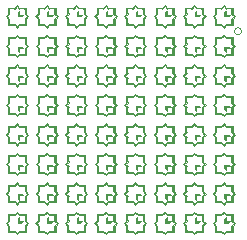
<source format=gto>
G04 #@! TF.GenerationSoftware,KiCad,Pcbnew,9.0.0*
G04 #@! TF.CreationDate,2025-03-15T13:02:57+01:00*
G04 #@! TF.ProjectId,snowpixel,736e6f77-7069-4786-956c-2e6b69636164,rev?*
G04 #@! TF.SameCoordinates,Original*
G04 #@! TF.FileFunction,Legend,Top*
G04 #@! TF.FilePolarity,Positive*
%FSLAX46Y46*%
G04 Gerber Fmt 4.6, Leading zero omitted, Abs format (unit mm)*
G04 Created by KiCad (PCBNEW 9.0.0) date 2025-03-15 13:02:57*
%MOMM*%
%LPD*%
G01*
G04 APERTURE LIST*
%ADD10C,0.010000*%
%ADD11C,0.001000*%
%ADD12R,0.450000X0.450000*%
G04 APERTURE END LIST*
D10*
X128600000Y-52700000D02*
G75*
G02*
X128000000Y-52700000I-300000J0D01*
G01*
X128000000Y-52700000D02*
G75*
G02*
X128600000Y-52700000I300000J0D01*
G01*
D11*
X119750000Y-68800000D02*
X120100000Y-68800000D01*
X119950000Y-68900000D01*
X119650000Y-68900000D01*
X119650000Y-68600000D01*
X119750000Y-68450000D01*
X119750000Y-68800000D01*
G36*
X119750000Y-68800000D02*
G01*
X120100000Y-68800000D01*
X119950000Y-68900000D01*
X119650000Y-68900000D01*
X119650000Y-68600000D01*
X119750000Y-68450000D01*
X119750000Y-68800000D01*
G37*
X120350000Y-68750000D02*
X120550000Y-68950000D01*
X120350000Y-69150000D01*
X120350000Y-69700000D01*
X119800000Y-69700000D01*
X119600000Y-69890000D01*
X119400000Y-69700000D01*
X118850000Y-69700000D01*
X118950000Y-69600000D01*
X119400000Y-69600000D01*
X119600000Y-69800000D01*
X119800000Y-69600000D01*
X120250000Y-69600000D01*
X120250000Y-69150000D01*
X120450000Y-68950000D01*
X120250000Y-68750000D01*
X120250000Y-68300000D01*
X120350000Y-68200000D01*
X120350000Y-68750000D01*
G36*
X120350000Y-68750000D02*
G01*
X120550000Y-68950000D01*
X120350000Y-69150000D01*
X120350000Y-69700000D01*
X119800000Y-69700000D01*
X119600000Y-69890000D01*
X119400000Y-69700000D01*
X118850000Y-69700000D01*
X118950000Y-69600000D01*
X119400000Y-69600000D01*
X119600000Y-69800000D01*
X119800000Y-69600000D01*
X120250000Y-69600000D01*
X120250000Y-69150000D01*
X120450000Y-68950000D01*
X120250000Y-68750000D01*
X120250000Y-68300000D01*
X120350000Y-68200000D01*
X120350000Y-68750000D01*
G37*
X119800000Y-68200000D02*
X120350000Y-68200000D01*
X120250000Y-68300000D01*
X119800000Y-68300000D01*
X119600000Y-68100000D01*
X119400000Y-68300000D01*
X118950000Y-68300000D01*
X118950000Y-68750000D01*
X118750000Y-68950000D01*
X118950000Y-69150000D01*
X118950000Y-69600000D01*
X118850000Y-69700000D01*
X118850000Y-69150000D01*
X118650000Y-68950000D01*
X118850000Y-68750000D01*
X118850000Y-68200000D01*
X119400000Y-68200000D01*
X119600000Y-68000000D01*
X119800000Y-68200000D01*
G36*
X119800000Y-68200000D02*
G01*
X120350000Y-68200000D01*
X120250000Y-68300000D01*
X119800000Y-68300000D01*
X119600000Y-68100000D01*
X119400000Y-68300000D01*
X118950000Y-68300000D01*
X118950000Y-68750000D01*
X118750000Y-68950000D01*
X118950000Y-69150000D01*
X118950000Y-69600000D01*
X118850000Y-69700000D01*
X118850000Y-69150000D01*
X118650000Y-68950000D01*
X118850000Y-68750000D01*
X118850000Y-68200000D01*
X119400000Y-68200000D01*
X119600000Y-68000000D01*
X119800000Y-68200000D01*
G37*
X112600000Y-64100000D02*
X112250000Y-64100000D01*
X112250000Y-64450000D01*
X112150000Y-64300000D01*
X112150000Y-64000000D01*
X112450000Y-64000000D01*
X112600000Y-64100000D01*
G36*
X112600000Y-64100000D02*
G01*
X112250000Y-64100000D01*
X112250000Y-64450000D01*
X112150000Y-64300000D01*
X112150000Y-64000000D01*
X112450000Y-64000000D01*
X112600000Y-64100000D01*
G37*
X111450000Y-63300000D02*
X111450000Y-63750000D01*
X111250000Y-63950000D01*
X111450000Y-64150000D01*
X111450000Y-64600000D01*
X111900000Y-64600000D01*
X112100000Y-64800000D01*
X112300000Y-64600000D01*
X112750000Y-64600000D01*
X112850000Y-64700000D01*
X112300000Y-64700000D01*
X112100000Y-64900000D01*
X111900000Y-64700000D01*
X111350000Y-64700000D01*
X111350000Y-64150000D01*
X111160000Y-63950000D01*
X111350000Y-63750000D01*
X111350000Y-63200000D01*
X111450000Y-63300000D01*
G36*
X111450000Y-63300000D02*
G01*
X111450000Y-63750000D01*
X111250000Y-63950000D01*
X111450000Y-64150000D01*
X111450000Y-64600000D01*
X111900000Y-64600000D01*
X112100000Y-64800000D01*
X112300000Y-64600000D01*
X112750000Y-64600000D01*
X112850000Y-64700000D01*
X112300000Y-64700000D01*
X112100000Y-64900000D01*
X111900000Y-64700000D01*
X111350000Y-64700000D01*
X111350000Y-64150000D01*
X111160000Y-63950000D01*
X111350000Y-63750000D01*
X111350000Y-63200000D01*
X111450000Y-63300000D01*
G37*
X112300000Y-63200000D02*
X112850000Y-63200000D01*
X112850000Y-63750000D01*
X113050000Y-63950000D01*
X112850000Y-64150000D01*
X112850000Y-64700000D01*
X112750000Y-64600000D01*
X112750000Y-64150000D01*
X112950000Y-63950000D01*
X112750000Y-63750000D01*
X112750000Y-63300000D01*
X112300000Y-63300000D01*
X112100000Y-63100000D01*
X111900000Y-63300000D01*
X111450000Y-63300000D01*
X111350000Y-63200000D01*
X111900000Y-63200000D01*
X112100000Y-63000000D01*
X112300000Y-63200000D01*
G36*
X112300000Y-63200000D02*
G01*
X112850000Y-63200000D01*
X112850000Y-63750000D01*
X113050000Y-63950000D01*
X112850000Y-64150000D01*
X112850000Y-64700000D01*
X112750000Y-64600000D01*
X112750000Y-64150000D01*
X112950000Y-63950000D01*
X112750000Y-63750000D01*
X112750000Y-63300000D01*
X112300000Y-63300000D01*
X112100000Y-63100000D01*
X111900000Y-63300000D01*
X111450000Y-63300000D01*
X111350000Y-63200000D01*
X111900000Y-63200000D01*
X112100000Y-63000000D01*
X112300000Y-63200000D01*
G37*
X117250000Y-68800000D02*
X117600000Y-68800000D01*
X117450000Y-68900000D01*
X117150000Y-68900000D01*
X117150000Y-68600000D01*
X117250000Y-68450000D01*
X117250000Y-68800000D01*
G36*
X117250000Y-68800000D02*
G01*
X117600000Y-68800000D01*
X117450000Y-68900000D01*
X117150000Y-68900000D01*
X117150000Y-68600000D01*
X117250000Y-68450000D01*
X117250000Y-68800000D01*
G37*
X117850000Y-68750000D02*
X118050000Y-68950000D01*
X117850000Y-69150000D01*
X117850000Y-69700000D01*
X117300000Y-69700000D01*
X117100000Y-69890000D01*
X116900000Y-69700000D01*
X116350000Y-69700000D01*
X116450000Y-69600000D01*
X116900000Y-69600000D01*
X117100000Y-69800000D01*
X117300000Y-69600000D01*
X117750000Y-69600000D01*
X117750000Y-69150000D01*
X117950000Y-68950000D01*
X117750000Y-68750000D01*
X117750000Y-68300000D01*
X117850000Y-68200000D01*
X117850000Y-68750000D01*
G36*
X117850000Y-68750000D02*
G01*
X118050000Y-68950000D01*
X117850000Y-69150000D01*
X117850000Y-69700000D01*
X117300000Y-69700000D01*
X117100000Y-69890000D01*
X116900000Y-69700000D01*
X116350000Y-69700000D01*
X116450000Y-69600000D01*
X116900000Y-69600000D01*
X117100000Y-69800000D01*
X117300000Y-69600000D01*
X117750000Y-69600000D01*
X117750000Y-69150000D01*
X117950000Y-68950000D01*
X117750000Y-68750000D01*
X117750000Y-68300000D01*
X117850000Y-68200000D01*
X117850000Y-68750000D01*
G37*
X117300000Y-68200000D02*
X117850000Y-68200000D01*
X117750000Y-68300000D01*
X117300000Y-68300000D01*
X117100000Y-68100000D01*
X116900000Y-68300000D01*
X116450000Y-68300000D01*
X116450000Y-68750000D01*
X116250000Y-68950000D01*
X116450000Y-69150000D01*
X116450000Y-69600000D01*
X116350000Y-69700000D01*
X116350000Y-69150000D01*
X116150000Y-68950000D01*
X116350000Y-68750000D01*
X116350000Y-68200000D01*
X116900000Y-68200000D01*
X117100000Y-68000000D01*
X117300000Y-68200000D01*
G36*
X117300000Y-68200000D02*
G01*
X117850000Y-68200000D01*
X117750000Y-68300000D01*
X117300000Y-68300000D01*
X117100000Y-68100000D01*
X116900000Y-68300000D01*
X116450000Y-68300000D01*
X116450000Y-68750000D01*
X116250000Y-68950000D01*
X116450000Y-69150000D01*
X116450000Y-69600000D01*
X116350000Y-69700000D01*
X116350000Y-69150000D01*
X116150000Y-68950000D01*
X116350000Y-68750000D01*
X116350000Y-68200000D01*
X116900000Y-68200000D01*
X117100000Y-68000000D01*
X117300000Y-68200000D01*
G37*
X122600000Y-56600000D02*
X122250000Y-56600000D01*
X122250000Y-56950000D01*
X122150000Y-56800000D01*
X122150000Y-56500000D01*
X122450000Y-56500000D01*
X122600000Y-56600000D01*
G36*
X122600000Y-56600000D02*
G01*
X122250000Y-56600000D01*
X122250000Y-56950000D01*
X122150000Y-56800000D01*
X122150000Y-56500000D01*
X122450000Y-56500000D01*
X122600000Y-56600000D01*
G37*
X121450000Y-55800000D02*
X121450000Y-56250000D01*
X121250000Y-56450000D01*
X121450000Y-56650000D01*
X121450000Y-57100000D01*
X121900000Y-57100000D01*
X122100000Y-57300000D01*
X122300000Y-57100000D01*
X122750000Y-57100000D01*
X122850000Y-57200000D01*
X122300000Y-57200000D01*
X122100000Y-57400000D01*
X121900000Y-57200000D01*
X121350000Y-57200000D01*
X121350000Y-56650000D01*
X121160000Y-56450000D01*
X121350000Y-56250000D01*
X121350000Y-55700000D01*
X121450000Y-55800000D01*
G36*
X121450000Y-55800000D02*
G01*
X121450000Y-56250000D01*
X121250000Y-56450000D01*
X121450000Y-56650000D01*
X121450000Y-57100000D01*
X121900000Y-57100000D01*
X122100000Y-57300000D01*
X122300000Y-57100000D01*
X122750000Y-57100000D01*
X122850000Y-57200000D01*
X122300000Y-57200000D01*
X122100000Y-57400000D01*
X121900000Y-57200000D01*
X121350000Y-57200000D01*
X121350000Y-56650000D01*
X121160000Y-56450000D01*
X121350000Y-56250000D01*
X121350000Y-55700000D01*
X121450000Y-55800000D01*
G37*
X122300000Y-55700000D02*
X122850000Y-55700000D01*
X122850000Y-56250000D01*
X123050000Y-56450000D01*
X122850000Y-56650000D01*
X122850000Y-57200000D01*
X122750000Y-57100000D01*
X122750000Y-56650000D01*
X122950000Y-56450000D01*
X122750000Y-56250000D01*
X122750000Y-55800000D01*
X122300000Y-55800000D01*
X122100000Y-55600000D01*
X121900000Y-55800000D01*
X121450000Y-55800000D01*
X121350000Y-55700000D01*
X121900000Y-55700000D01*
X122100000Y-55500000D01*
X122300000Y-55700000D01*
G36*
X122300000Y-55700000D02*
G01*
X122850000Y-55700000D01*
X122850000Y-56250000D01*
X123050000Y-56450000D01*
X122850000Y-56650000D01*
X122850000Y-57200000D01*
X122750000Y-57100000D01*
X122750000Y-56650000D01*
X122950000Y-56450000D01*
X122750000Y-56250000D01*
X122750000Y-55800000D01*
X122300000Y-55800000D01*
X122100000Y-55600000D01*
X121900000Y-55800000D01*
X121450000Y-55800000D01*
X121350000Y-55700000D01*
X121900000Y-55700000D01*
X122100000Y-55500000D01*
X122300000Y-55700000D01*
G37*
X112600000Y-54100000D02*
X112250000Y-54100000D01*
X112250000Y-54450000D01*
X112150000Y-54300000D01*
X112150000Y-54000000D01*
X112450000Y-54000000D01*
X112600000Y-54100000D01*
G36*
X112600000Y-54100000D02*
G01*
X112250000Y-54100000D01*
X112250000Y-54450000D01*
X112150000Y-54300000D01*
X112150000Y-54000000D01*
X112450000Y-54000000D01*
X112600000Y-54100000D01*
G37*
X111450000Y-53300000D02*
X111450000Y-53750000D01*
X111250000Y-53950000D01*
X111450000Y-54150000D01*
X111450000Y-54600000D01*
X111900000Y-54600000D01*
X112100000Y-54800000D01*
X112300000Y-54600000D01*
X112750000Y-54600000D01*
X112850000Y-54700000D01*
X112300000Y-54700000D01*
X112100000Y-54900000D01*
X111900000Y-54700000D01*
X111350000Y-54700000D01*
X111350000Y-54150000D01*
X111160000Y-53950000D01*
X111350000Y-53750000D01*
X111350000Y-53200000D01*
X111450000Y-53300000D01*
G36*
X111450000Y-53300000D02*
G01*
X111450000Y-53750000D01*
X111250000Y-53950000D01*
X111450000Y-54150000D01*
X111450000Y-54600000D01*
X111900000Y-54600000D01*
X112100000Y-54800000D01*
X112300000Y-54600000D01*
X112750000Y-54600000D01*
X112850000Y-54700000D01*
X112300000Y-54700000D01*
X112100000Y-54900000D01*
X111900000Y-54700000D01*
X111350000Y-54700000D01*
X111350000Y-54150000D01*
X111160000Y-53950000D01*
X111350000Y-53750000D01*
X111350000Y-53200000D01*
X111450000Y-53300000D01*
G37*
X112300000Y-53200000D02*
X112850000Y-53200000D01*
X112850000Y-53750000D01*
X113050000Y-53950000D01*
X112850000Y-54150000D01*
X112850000Y-54700000D01*
X112750000Y-54600000D01*
X112750000Y-54150000D01*
X112950000Y-53950000D01*
X112750000Y-53750000D01*
X112750000Y-53300000D01*
X112300000Y-53300000D01*
X112100000Y-53100000D01*
X111900000Y-53300000D01*
X111450000Y-53300000D01*
X111350000Y-53200000D01*
X111900000Y-53200000D01*
X112100000Y-53000000D01*
X112300000Y-53200000D01*
G36*
X112300000Y-53200000D02*
G01*
X112850000Y-53200000D01*
X112850000Y-53750000D01*
X113050000Y-53950000D01*
X112850000Y-54150000D01*
X112850000Y-54700000D01*
X112750000Y-54600000D01*
X112750000Y-54150000D01*
X112950000Y-53950000D01*
X112750000Y-53750000D01*
X112750000Y-53300000D01*
X112300000Y-53300000D01*
X112100000Y-53100000D01*
X111900000Y-53300000D01*
X111450000Y-53300000D01*
X111350000Y-53200000D01*
X111900000Y-53200000D01*
X112100000Y-53000000D01*
X112300000Y-53200000D01*
G37*
X109750000Y-68800000D02*
X110100000Y-68800000D01*
X109950000Y-68900000D01*
X109650000Y-68900000D01*
X109650000Y-68600000D01*
X109750000Y-68450000D01*
X109750000Y-68800000D01*
G36*
X109750000Y-68800000D02*
G01*
X110100000Y-68800000D01*
X109950000Y-68900000D01*
X109650000Y-68900000D01*
X109650000Y-68600000D01*
X109750000Y-68450000D01*
X109750000Y-68800000D01*
G37*
X110350000Y-68750000D02*
X110550000Y-68950000D01*
X110350000Y-69150000D01*
X110350000Y-69700000D01*
X109800000Y-69700000D01*
X109600000Y-69890000D01*
X109400000Y-69700000D01*
X108850000Y-69700000D01*
X108950000Y-69600000D01*
X109400000Y-69600000D01*
X109600000Y-69800000D01*
X109800000Y-69600000D01*
X110250000Y-69600000D01*
X110250000Y-69150000D01*
X110450000Y-68950000D01*
X110250000Y-68750000D01*
X110250000Y-68300000D01*
X110350000Y-68200000D01*
X110350000Y-68750000D01*
G36*
X110350000Y-68750000D02*
G01*
X110550000Y-68950000D01*
X110350000Y-69150000D01*
X110350000Y-69700000D01*
X109800000Y-69700000D01*
X109600000Y-69890000D01*
X109400000Y-69700000D01*
X108850000Y-69700000D01*
X108950000Y-69600000D01*
X109400000Y-69600000D01*
X109600000Y-69800000D01*
X109800000Y-69600000D01*
X110250000Y-69600000D01*
X110250000Y-69150000D01*
X110450000Y-68950000D01*
X110250000Y-68750000D01*
X110250000Y-68300000D01*
X110350000Y-68200000D01*
X110350000Y-68750000D01*
G37*
X109800000Y-68200000D02*
X110350000Y-68200000D01*
X110250000Y-68300000D01*
X109800000Y-68300000D01*
X109600000Y-68100000D01*
X109400000Y-68300000D01*
X108950000Y-68300000D01*
X108950000Y-68750000D01*
X108750000Y-68950000D01*
X108950000Y-69150000D01*
X108950000Y-69600000D01*
X108850000Y-69700000D01*
X108850000Y-69150000D01*
X108650000Y-68950000D01*
X108850000Y-68750000D01*
X108850000Y-68200000D01*
X109400000Y-68200000D01*
X109600000Y-68000000D01*
X109800000Y-68200000D01*
G36*
X109800000Y-68200000D02*
G01*
X110350000Y-68200000D01*
X110250000Y-68300000D01*
X109800000Y-68300000D01*
X109600000Y-68100000D01*
X109400000Y-68300000D01*
X108950000Y-68300000D01*
X108950000Y-68750000D01*
X108750000Y-68950000D01*
X108950000Y-69150000D01*
X108950000Y-69600000D01*
X108850000Y-69700000D01*
X108850000Y-69150000D01*
X108650000Y-68950000D01*
X108850000Y-68750000D01*
X108850000Y-68200000D01*
X109400000Y-68200000D01*
X109600000Y-68000000D01*
X109800000Y-68200000D01*
G37*
X120100000Y-54100000D02*
X119750000Y-54100000D01*
X119750000Y-54450000D01*
X119650000Y-54300000D01*
X119650000Y-54000000D01*
X119950000Y-54000000D01*
X120100000Y-54100000D01*
G36*
X120100000Y-54100000D02*
G01*
X119750000Y-54100000D01*
X119750000Y-54450000D01*
X119650000Y-54300000D01*
X119650000Y-54000000D01*
X119950000Y-54000000D01*
X120100000Y-54100000D01*
G37*
X118950000Y-53300000D02*
X118950000Y-53750000D01*
X118750000Y-53950000D01*
X118950000Y-54150000D01*
X118950000Y-54600000D01*
X119400000Y-54600000D01*
X119600000Y-54800000D01*
X119800000Y-54600000D01*
X120250000Y-54600000D01*
X120350000Y-54700000D01*
X119800000Y-54700000D01*
X119600000Y-54900000D01*
X119400000Y-54700000D01*
X118850000Y-54700000D01*
X118850000Y-54150000D01*
X118660000Y-53950000D01*
X118850000Y-53750000D01*
X118850000Y-53200000D01*
X118950000Y-53300000D01*
G36*
X118950000Y-53300000D02*
G01*
X118950000Y-53750000D01*
X118750000Y-53950000D01*
X118950000Y-54150000D01*
X118950000Y-54600000D01*
X119400000Y-54600000D01*
X119600000Y-54800000D01*
X119800000Y-54600000D01*
X120250000Y-54600000D01*
X120350000Y-54700000D01*
X119800000Y-54700000D01*
X119600000Y-54900000D01*
X119400000Y-54700000D01*
X118850000Y-54700000D01*
X118850000Y-54150000D01*
X118660000Y-53950000D01*
X118850000Y-53750000D01*
X118850000Y-53200000D01*
X118950000Y-53300000D01*
G37*
X119800000Y-53200000D02*
X120350000Y-53200000D01*
X120350000Y-53750000D01*
X120550000Y-53950000D01*
X120350000Y-54150000D01*
X120350000Y-54700000D01*
X120250000Y-54600000D01*
X120250000Y-54150000D01*
X120450000Y-53950000D01*
X120250000Y-53750000D01*
X120250000Y-53300000D01*
X119800000Y-53300000D01*
X119600000Y-53100000D01*
X119400000Y-53300000D01*
X118950000Y-53300000D01*
X118850000Y-53200000D01*
X119400000Y-53200000D01*
X119600000Y-53000000D01*
X119800000Y-53200000D01*
G36*
X119800000Y-53200000D02*
G01*
X120350000Y-53200000D01*
X120350000Y-53750000D01*
X120550000Y-53950000D01*
X120350000Y-54150000D01*
X120350000Y-54700000D01*
X120250000Y-54600000D01*
X120250000Y-54150000D01*
X120450000Y-53950000D01*
X120250000Y-53750000D01*
X120250000Y-53300000D01*
X119800000Y-53300000D01*
X119600000Y-53100000D01*
X119400000Y-53300000D01*
X118950000Y-53300000D01*
X118850000Y-53200000D01*
X119400000Y-53200000D01*
X119600000Y-53000000D01*
X119800000Y-53200000D01*
G37*
X110100000Y-66600000D02*
X109750000Y-66600000D01*
X109750000Y-66950000D01*
X109650000Y-66800000D01*
X109650000Y-66500000D01*
X109950000Y-66500000D01*
X110100000Y-66600000D01*
G36*
X110100000Y-66600000D02*
G01*
X109750000Y-66600000D01*
X109750000Y-66950000D01*
X109650000Y-66800000D01*
X109650000Y-66500000D01*
X109950000Y-66500000D01*
X110100000Y-66600000D01*
G37*
X108950000Y-65800000D02*
X108950000Y-66250000D01*
X108750000Y-66450000D01*
X108950000Y-66650000D01*
X108950000Y-67100000D01*
X109400000Y-67100000D01*
X109600000Y-67300000D01*
X109800000Y-67100000D01*
X110250000Y-67100000D01*
X110350000Y-67200000D01*
X109800000Y-67200000D01*
X109600000Y-67400000D01*
X109400000Y-67200000D01*
X108850000Y-67200000D01*
X108850000Y-66650000D01*
X108660000Y-66450000D01*
X108850000Y-66250000D01*
X108850000Y-65700000D01*
X108950000Y-65800000D01*
G36*
X108950000Y-65800000D02*
G01*
X108950000Y-66250000D01*
X108750000Y-66450000D01*
X108950000Y-66650000D01*
X108950000Y-67100000D01*
X109400000Y-67100000D01*
X109600000Y-67300000D01*
X109800000Y-67100000D01*
X110250000Y-67100000D01*
X110350000Y-67200000D01*
X109800000Y-67200000D01*
X109600000Y-67400000D01*
X109400000Y-67200000D01*
X108850000Y-67200000D01*
X108850000Y-66650000D01*
X108660000Y-66450000D01*
X108850000Y-66250000D01*
X108850000Y-65700000D01*
X108950000Y-65800000D01*
G37*
X109800000Y-65700000D02*
X110350000Y-65700000D01*
X110350000Y-66250000D01*
X110550000Y-66450000D01*
X110350000Y-66650000D01*
X110350000Y-67200000D01*
X110250000Y-67100000D01*
X110250000Y-66650000D01*
X110450000Y-66450000D01*
X110250000Y-66250000D01*
X110250000Y-65800000D01*
X109800000Y-65800000D01*
X109600000Y-65600000D01*
X109400000Y-65800000D01*
X108950000Y-65800000D01*
X108850000Y-65700000D01*
X109400000Y-65700000D01*
X109600000Y-65500000D01*
X109800000Y-65700000D01*
G36*
X109800000Y-65700000D02*
G01*
X110350000Y-65700000D01*
X110350000Y-66250000D01*
X110550000Y-66450000D01*
X110350000Y-66650000D01*
X110350000Y-67200000D01*
X110250000Y-67100000D01*
X110250000Y-66650000D01*
X110450000Y-66450000D01*
X110250000Y-66250000D01*
X110250000Y-65800000D01*
X109800000Y-65800000D01*
X109600000Y-65600000D01*
X109400000Y-65800000D01*
X108950000Y-65800000D01*
X108850000Y-65700000D01*
X109400000Y-65700000D01*
X109600000Y-65500000D01*
X109800000Y-65700000D01*
G37*
X112600000Y-59100000D02*
X112250000Y-59100000D01*
X112250000Y-59450000D01*
X112150000Y-59300000D01*
X112150000Y-59000000D01*
X112450000Y-59000000D01*
X112600000Y-59100000D01*
G36*
X112600000Y-59100000D02*
G01*
X112250000Y-59100000D01*
X112250000Y-59450000D01*
X112150000Y-59300000D01*
X112150000Y-59000000D01*
X112450000Y-59000000D01*
X112600000Y-59100000D01*
G37*
X111450000Y-58300000D02*
X111450000Y-58750000D01*
X111250000Y-58950000D01*
X111450000Y-59150000D01*
X111450000Y-59600000D01*
X111900000Y-59600000D01*
X112100000Y-59800000D01*
X112300000Y-59600000D01*
X112750000Y-59600000D01*
X112850000Y-59700000D01*
X112300000Y-59700000D01*
X112100000Y-59900000D01*
X111900000Y-59700000D01*
X111350000Y-59700000D01*
X111350000Y-59150000D01*
X111160000Y-58950000D01*
X111350000Y-58750000D01*
X111350000Y-58200000D01*
X111450000Y-58300000D01*
G36*
X111450000Y-58300000D02*
G01*
X111450000Y-58750000D01*
X111250000Y-58950000D01*
X111450000Y-59150000D01*
X111450000Y-59600000D01*
X111900000Y-59600000D01*
X112100000Y-59800000D01*
X112300000Y-59600000D01*
X112750000Y-59600000D01*
X112850000Y-59700000D01*
X112300000Y-59700000D01*
X112100000Y-59900000D01*
X111900000Y-59700000D01*
X111350000Y-59700000D01*
X111350000Y-59150000D01*
X111160000Y-58950000D01*
X111350000Y-58750000D01*
X111350000Y-58200000D01*
X111450000Y-58300000D01*
G37*
X112300000Y-58200000D02*
X112850000Y-58200000D01*
X112850000Y-58750000D01*
X113050000Y-58950000D01*
X112850000Y-59150000D01*
X112850000Y-59700000D01*
X112750000Y-59600000D01*
X112750000Y-59150000D01*
X112950000Y-58950000D01*
X112750000Y-58750000D01*
X112750000Y-58300000D01*
X112300000Y-58300000D01*
X112100000Y-58100000D01*
X111900000Y-58300000D01*
X111450000Y-58300000D01*
X111350000Y-58200000D01*
X111900000Y-58200000D01*
X112100000Y-58000000D01*
X112300000Y-58200000D01*
G36*
X112300000Y-58200000D02*
G01*
X112850000Y-58200000D01*
X112850000Y-58750000D01*
X113050000Y-58950000D01*
X112850000Y-59150000D01*
X112850000Y-59700000D01*
X112750000Y-59600000D01*
X112750000Y-59150000D01*
X112950000Y-58950000D01*
X112750000Y-58750000D01*
X112750000Y-58300000D01*
X112300000Y-58300000D01*
X112100000Y-58100000D01*
X111900000Y-58300000D01*
X111450000Y-58300000D01*
X111350000Y-58200000D01*
X111900000Y-58200000D01*
X112100000Y-58000000D01*
X112300000Y-58200000D01*
G37*
X115100000Y-59100000D02*
X114750000Y-59100000D01*
X114750000Y-59450000D01*
X114650000Y-59300000D01*
X114650000Y-59000000D01*
X114950000Y-59000000D01*
X115100000Y-59100000D01*
G36*
X115100000Y-59100000D02*
G01*
X114750000Y-59100000D01*
X114750000Y-59450000D01*
X114650000Y-59300000D01*
X114650000Y-59000000D01*
X114950000Y-59000000D01*
X115100000Y-59100000D01*
G37*
X113950000Y-58300000D02*
X113950000Y-58750000D01*
X113750000Y-58950000D01*
X113950000Y-59150000D01*
X113950000Y-59600000D01*
X114400000Y-59600000D01*
X114600000Y-59800000D01*
X114800000Y-59600000D01*
X115250000Y-59600000D01*
X115350000Y-59700000D01*
X114800000Y-59700000D01*
X114600000Y-59900000D01*
X114400000Y-59700000D01*
X113850000Y-59700000D01*
X113850000Y-59150000D01*
X113660000Y-58950000D01*
X113850000Y-58750000D01*
X113850000Y-58200000D01*
X113950000Y-58300000D01*
G36*
X113950000Y-58300000D02*
G01*
X113950000Y-58750000D01*
X113750000Y-58950000D01*
X113950000Y-59150000D01*
X113950000Y-59600000D01*
X114400000Y-59600000D01*
X114600000Y-59800000D01*
X114800000Y-59600000D01*
X115250000Y-59600000D01*
X115350000Y-59700000D01*
X114800000Y-59700000D01*
X114600000Y-59900000D01*
X114400000Y-59700000D01*
X113850000Y-59700000D01*
X113850000Y-59150000D01*
X113660000Y-58950000D01*
X113850000Y-58750000D01*
X113850000Y-58200000D01*
X113950000Y-58300000D01*
G37*
X114800000Y-58200000D02*
X115350000Y-58200000D01*
X115350000Y-58750000D01*
X115550000Y-58950000D01*
X115350000Y-59150000D01*
X115350000Y-59700000D01*
X115250000Y-59600000D01*
X115250000Y-59150000D01*
X115450000Y-58950000D01*
X115250000Y-58750000D01*
X115250000Y-58300000D01*
X114800000Y-58300000D01*
X114600000Y-58100000D01*
X114400000Y-58300000D01*
X113950000Y-58300000D01*
X113850000Y-58200000D01*
X114400000Y-58200000D01*
X114600000Y-58000000D01*
X114800000Y-58200000D01*
G36*
X114800000Y-58200000D02*
G01*
X115350000Y-58200000D01*
X115350000Y-58750000D01*
X115550000Y-58950000D01*
X115350000Y-59150000D01*
X115350000Y-59700000D01*
X115250000Y-59600000D01*
X115250000Y-59150000D01*
X115450000Y-58950000D01*
X115250000Y-58750000D01*
X115250000Y-58300000D01*
X114800000Y-58300000D01*
X114600000Y-58100000D01*
X114400000Y-58300000D01*
X113950000Y-58300000D01*
X113850000Y-58200000D01*
X114400000Y-58200000D01*
X114600000Y-58000000D01*
X114800000Y-58200000D01*
G37*
X117600000Y-66600000D02*
X117250000Y-66600000D01*
X117250000Y-66950000D01*
X117150000Y-66800000D01*
X117150000Y-66500000D01*
X117450000Y-66500000D01*
X117600000Y-66600000D01*
G36*
X117600000Y-66600000D02*
G01*
X117250000Y-66600000D01*
X117250000Y-66950000D01*
X117150000Y-66800000D01*
X117150000Y-66500000D01*
X117450000Y-66500000D01*
X117600000Y-66600000D01*
G37*
X116450000Y-65800000D02*
X116450000Y-66250000D01*
X116250000Y-66450000D01*
X116450000Y-66650000D01*
X116450000Y-67100000D01*
X116900000Y-67100000D01*
X117100000Y-67300000D01*
X117300000Y-67100000D01*
X117750000Y-67100000D01*
X117850000Y-67200000D01*
X117300000Y-67200000D01*
X117100000Y-67400000D01*
X116900000Y-67200000D01*
X116350000Y-67200000D01*
X116350000Y-66650000D01*
X116160000Y-66450000D01*
X116350000Y-66250000D01*
X116350000Y-65700000D01*
X116450000Y-65800000D01*
G36*
X116450000Y-65800000D02*
G01*
X116450000Y-66250000D01*
X116250000Y-66450000D01*
X116450000Y-66650000D01*
X116450000Y-67100000D01*
X116900000Y-67100000D01*
X117100000Y-67300000D01*
X117300000Y-67100000D01*
X117750000Y-67100000D01*
X117850000Y-67200000D01*
X117300000Y-67200000D01*
X117100000Y-67400000D01*
X116900000Y-67200000D01*
X116350000Y-67200000D01*
X116350000Y-66650000D01*
X116160000Y-66450000D01*
X116350000Y-66250000D01*
X116350000Y-65700000D01*
X116450000Y-65800000D01*
G37*
X117300000Y-65700000D02*
X117850000Y-65700000D01*
X117850000Y-66250000D01*
X118050000Y-66450000D01*
X117850000Y-66650000D01*
X117850000Y-67200000D01*
X117750000Y-67100000D01*
X117750000Y-66650000D01*
X117950000Y-66450000D01*
X117750000Y-66250000D01*
X117750000Y-65800000D01*
X117300000Y-65800000D01*
X117100000Y-65600000D01*
X116900000Y-65800000D01*
X116450000Y-65800000D01*
X116350000Y-65700000D01*
X116900000Y-65700000D01*
X117100000Y-65500000D01*
X117300000Y-65700000D01*
G36*
X117300000Y-65700000D02*
G01*
X117850000Y-65700000D01*
X117850000Y-66250000D01*
X118050000Y-66450000D01*
X117850000Y-66650000D01*
X117850000Y-67200000D01*
X117750000Y-67100000D01*
X117750000Y-66650000D01*
X117950000Y-66450000D01*
X117750000Y-66250000D01*
X117750000Y-65800000D01*
X117300000Y-65800000D01*
X117100000Y-65600000D01*
X116900000Y-65800000D01*
X116450000Y-65800000D01*
X116350000Y-65700000D01*
X116900000Y-65700000D01*
X117100000Y-65500000D01*
X117300000Y-65700000D01*
G37*
X125100000Y-54100000D02*
X124750000Y-54100000D01*
X124750000Y-54450000D01*
X124650000Y-54300000D01*
X124650000Y-54000000D01*
X124950000Y-54000000D01*
X125100000Y-54100000D01*
G36*
X125100000Y-54100000D02*
G01*
X124750000Y-54100000D01*
X124750000Y-54450000D01*
X124650000Y-54300000D01*
X124650000Y-54000000D01*
X124950000Y-54000000D01*
X125100000Y-54100000D01*
G37*
X123950000Y-53300000D02*
X123950000Y-53750000D01*
X123750000Y-53950000D01*
X123950000Y-54150000D01*
X123950000Y-54600000D01*
X124400000Y-54600000D01*
X124600000Y-54800000D01*
X124800000Y-54600000D01*
X125250000Y-54600000D01*
X125350000Y-54700000D01*
X124800000Y-54700000D01*
X124600000Y-54900000D01*
X124400000Y-54700000D01*
X123850000Y-54700000D01*
X123850000Y-54150000D01*
X123660000Y-53950000D01*
X123850000Y-53750000D01*
X123850000Y-53200000D01*
X123950000Y-53300000D01*
G36*
X123950000Y-53300000D02*
G01*
X123950000Y-53750000D01*
X123750000Y-53950000D01*
X123950000Y-54150000D01*
X123950000Y-54600000D01*
X124400000Y-54600000D01*
X124600000Y-54800000D01*
X124800000Y-54600000D01*
X125250000Y-54600000D01*
X125350000Y-54700000D01*
X124800000Y-54700000D01*
X124600000Y-54900000D01*
X124400000Y-54700000D01*
X123850000Y-54700000D01*
X123850000Y-54150000D01*
X123660000Y-53950000D01*
X123850000Y-53750000D01*
X123850000Y-53200000D01*
X123950000Y-53300000D01*
G37*
X124800000Y-53200000D02*
X125350000Y-53200000D01*
X125350000Y-53750000D01*
X125550000Y-53950000D01*
X125350000Y-54150000D01*
X125350000Y-54700000D01*
X125250000Y-54600000D01*
X125250000Y-54150000D01*
X125450000Y-53950000D01*
X125250000Y-53750000D01*
X125250000Y-53300000D01*
X124800000Y-53300000D01*
X124600000Y-53100000D01*
X124400000Y-53300000D01*
X123950000Y-53300000D01*
X123850000Y-53200000D01*
X124400000Y-53200000D01*
X124600000Y-53000000D01*
X124800000Y-53200000D01*
G36*
X124800000Y-53200000D02*
G01*
X125350000Y-53200000D01*
X125350000Y-53750000D01*
X125550000Y-53950000D01*
X125350000Y-54150000D01*
X125350000Y-54700000D01*
X125250000Y-54600000D01*
X125250000Y-54150000D01*
X125450000Y-53950000D01*
X125250000Y-53750000D01*
X125250000Y-53300000D01*
X124800000Y-53300000D01*
X124600000Y-53100000D01*
X124400000Y-53300000D01*
X123950000Y-53300000D01*
X123850000Y-53200000D01*
X124400000Y-53200000D01*
X124600000Y-53000000D01*
X124800000Y-53200000D01*
G37*
X124750000Y-68800000D02*
X125100000Y-68800000D01*
X124950000Y-68900000D01*
X124650000Y-68900000D01*
X124650000Y-68600000D01*
X124750000Y-68450000D01*
X124750000Y-68800000D01*
G36*
X124750000Y-68800000D02*
G01*
X125100000Y-68800000D01*
X124950000Y-68900000D01*
X124650000Y-68900000D01*
X124650000Y-68600000D01*
X124750000Y-68450000D01*
X124750000Y-68800000D01*
G37*
X125350000Y-68750000D02*
X125550000Y-68950000D01*
X125350000Y-69150000D01*
X125350000Y-69700000D01*
X124800000Y-69700000D01*
X124600000Y-69890000D01*
X124400000Y-69700000D01*
X123850000Y-69700000D01*
X123950000Y-69600000D01*
X124400000Y-69600000D01*
X124600000Y-69800000D01*
X124800000Y-69600000D01*
X125250000Y-69600000D01*
X125250000Y-69150000D01*
X125450000Y-68950000D01*
X125250000Y-68750000D01*
X125250000Y-68300000D01*
X125350000Y-68200000D01*
X125350000Y-68750000D01*
G36*
X125350000Y-68750000D02*
G01*
X125550000Y-68950000D01*
X125350000Y-69150000D01*
X125350000Y-69700000D01*
X124800000Y-69700000D01*
X124600000Y-69890000D01*
X124400000Y-69700000D01*
X123850000Y-69700000D01*
X123950000Y-69600000D01*
X124400000Y-69600000D01*
X124600000Y-69800000D01*
X124800000Y-69600000D01*
X125250000Y-69600000D01*
X125250000Y-69150000D01*
X125450000Y-68950000D01*
X125250000Y-68750000D01*
X125250000Y-68300000D01*
X125350000Y-68200000D01*
X125350000Y-68750000D01*
G37*
X124800000Y-68200000D02*
X125350000Y-68200000D01*
X125250000Y-68300000D01*
X124800000Y-68300000D01*
X124600000Y-68100000D01*
X124400000Y-68300000D01*
X123950000Y-68300000D01*
X123950000Y-68750000D01*
X123750000Y-68950000D01*
X123950000Y-69150000D01*
X123950000Y-69600000D01*
X123850000Y-69700000D01*
X123850000Y-69150000D01*
X123650000Y-68950000D01*
X123850000Y-68750000D01*
X123850000Y-68200000D01*
X124400000Y-68200000D01*
X124600000Y-68000000D01*
X124800000Y-68200000D01*
G36*
X124800000Y-68200000D02*
G01*
X125350000Y-68200000D01*
X125250000Y-68300000D01*
X124800000Y-68300000D01*
X124600000Y-68100000D01*
X124400000Y-68300000D01*
X123950000Y-68300000D01*
X123950000Y-68750000D01*
X123750000Y-68950000D01*
X123950000Y-69150000D01*
X123950000Y-69600000D01*
X123850000Y-69700000D01*
X123850000Y-69150000D01*
X123650000Y-68950000D01*
X123850000Y-68750000D01*
X123850000Y-68200000D01*
X124400000Y-68200000D01*
X124600000Y-68000000D01*
X124800000Y-68200000D01*
G37*
X117600000Y-56600000D02*
X117250000Y-56600000D01*
X117250000Y-56950000D01*
X117150000Y-56800000D01*
X117150000Y-56500000D01*
X117450000Y-56500000D01*
X117600000Y-56600000D01*
G36*
X117600000Y-56600000D02*
G01*
X117250000Y-56600000D01*
X117250000Y-56950000D01*
X117150000Y-56800000D01*
X117150000Y-56500000D01*
X117450000Y-56500000D01*
X117600000Y-56600000D01*
G37*
X116450000Y-55800000D02*
X116450000Y-56250000D01*
X116250000Y-56450000D01*
X116450000Y-56650000D01*
X116450000Y-57100000D01*
X116900000Y-57100000D01*
X117100000Y-57300000D01*
X117300000Y-57100000D01*
X117750000Y-57100000D01*
X117850000Y-57200000D01*
X117300000Y-57200000D01*
X117100000Y-57400000D01*
X116900000Y-57200000D01*
X116350000Y-57200000D01*
X116350000Y-56650000D01*
X116160000Y-56450000D01*
X116350000Y-56250000D01*
X116350000Y-55700000D01*
X116450000Y-55800000D01*
G36*
X116450000Y-55800000D02*
G01*
X116450000Y-56250000D01*
X116250000Y-56450000D01*
X116450000Y-56650000D01*
X116450000Y-57100000D01*
X116900000Y-57100000D01*
X117100000Y-57300000D01*
X117300000Y-57100000D01*
X117750000Y-57100000D01*
X117850000Y-57200000D01*
X117300000Y-57200000D01*
X117100000Y-57400000D01*
X116900000Y-57200000D01*
X116350000Y-57200000D01*
X116350000Y-56650000D01*
X116160000Y-56450000D01*
X116350000Y-56250000D01*
X116350000Y-55700000D01*
X116450000Y-55800000D01*
G37*
X117300000Y-55700000D02*
X117850000Y-55700000D01*
X117850000Y-56250000D01*
X118050000Y-56450000D01*
X117850000Y-56650000D01*
X117850000Y-57200000D01*
X117750000Y-57100000D01*
X117750000Y-56650000D01*
X117950000Y-56450000D01*
X117750000Y-56250000D01*
X117750000Y-55800000D01*
X117300000Y-55800000D01*
X117100000Y-55600000D01*
X116900000Y-55800000D01*
X116450000Y-55800000D01*
X116350000Y-55700000D01*
X116900000Y-55700000D01*
X117100000Y-55500000D01*
X117300000Y-55700000D01*
G36*
X117300000Y-55700000D02*
G01*
X117850000Y-55700000D01*
X117850000Y-56250000D01*
X118050000Y-56450000D01*
X117850000Y-56650000D01*
X117850000Y-57200000D01*
X117750000Y-57100000D01*
X117750000Y-56650000D01*
X117950000Y-56450000D01*
X117750000Y-56250000D01*
X117750000Y-55800000D01*
X117300000Y-55800000D01*
X117100000Y-55600000D01*
X116900000Y-55800000D01*
X116450000Y-55800000D01*
X116350000Y-55700000D01*
X116900000Y-55700000D01*
X117100000Y-55500000D01*
X117300000Y-55700000D01*
G37*
X122600000Y-59100000D02*
X122250000Y-59100000D01*
X122250000Y-59450000D01*
X122150000Y-59300000D01*
X122150000Y-59000000D01*
X122450000Y-59000000D01*
X122600000Y-59100000D01*
G36*
X122600000Y-59100000D02*
G01*
X122250000Y-59100000D01*
X122250000Y-59450000D01*
X122150000Y-59300000D01*
X122150000Y-59000000D01*
X122450000Y-59000000D01*
X122600000Y-59100000D01*
G37*
X121450000Y-58300000D02*
X121450000Y-58750000D01*
X121250000Y-58950000D01*
X121450000Y-59150000D01*
X121450000Y-59600000D01*
X121900000Y-59600000D01*
X122100000Y-59800000D01*
X122300000Y-59600000D01*
X122750000Y-59600000D01*
X122850000Y-59700000D01*
X122300000Y-59700000D01*
X122100000Y-59900000D01*
X121900000Y-59700000D01*
X121350000Y-59700000D01*
X121350000Y-59150000D01*
X121160000Y-58950000D01*
X121350000Y-58750000D01*
X121350000Y-58200000D01*
X121450000Y-58300000D01*
G36*
X121450000Y-58300000D02*
G01*
X121450000Y-58750000D01*
X121250000Y-58950000D01*
X121450000Y-59150000D01*
X121450000Y-59600000D01*
X121900000Y-59600000D01*
X122100000Y-59800000D01*
X122300000Y-59600000D01*
X122750000Y-59600000D01*
X122850000Y-59700000D01*
X122300000Y-59700000D01*
X122100000Y-59900000D01*
X121900000Y-59700000D01*
X121350000Y-59700000D01*
X121350000Y-59150000D01*
X121160000Y-58950000D01*
X121350000Y-58750000D01*
X121350000Y-58200000D01*
X121450000Y-58300000D01*
G37*
X122300000Y-58200000D02*
X122850000Y-58200000D01*
X122850000Y-58750000D01*
X123050000Y-58950000D01*
X122850000Y-59150000D01*
X122850000Y-59700000D01*
X122750000Y-59600000D01*
X122750000Y-59150000D01*
X122950000Y-58950000D01*
X122750000Y-58750000D01*
X122750000Y-58300000D01*
X122300000Y-58300000D01*
X122100000Y-58100000D01*
X121900000Y-58300000D01*
X121450000Y-58300000D01*
X121350000Y-58200000D01*
X121900000Y-58200000D01*
X122100000Y-58000000D01*
X122300000Y-58200000D01*
G36*
X122300000Y-58200000D02*
G01*
X122850000Y-58200000D01*
X122850000Y-58750000D01*
X123050000Y-58950000D01*
X122850000Y-59150000D01*
X122850000Y-59700000D01*
X122750000Y-59600000D01*
X122750000Y-59150000D01*
X122950000Y-58950000D01*
X122750000Y-58750000D01*
X122750000Y-58300000D01*
X122300000Y-58300000D01*
X122100000Y-58100000D01*
X121900000Y-58300000D01*
X121450000Y-58300000D01*
X121350000Y-58200000D01*
X121900000Y-58200000D01*
X122100000Y-58000000D01*
X122300000Y-58200000D01*
G37*
X120100000Y-66600000D02*
X119750000Y-66600000D01*
X119750000Y-66950000D01*
X119650000Y-66800000D01*
X119650000Y-66500000D01*
X119950000Y-66500000D01*
X120100000Y-66600000D01*
G36*
X120100000Y-66600000D02*
G01*
X119750000Y-66600000D01*
X119750000Y-66950000D01*
X119650000Y-66800000D01*
X119650000Y-66500000D01*
X119950000Y-66500000D01*
X120100000Y-66600000D01*
G37*
X118950000Y-65800000D02*
X118950000Y-66250000D01*
X118750000Y-66450000D01*
X118950000Y-66650000D01*
X118950000Y-67100000D01*
X119400000Y-67100000D01*
X119600000Y-67300000D01*
X119800000Y-67100000D01*
X120250000Y-67100000D01*
X120350000Y-67200000D01*
X119800000Y-67200000D01*
X119600000Y-67400000D01*
X119400000Y-67200000D01*
X118850000Y-67200000D01*
X118850000Y-66650000D01*
X118660000Y-66450000D01*
X118850000Y-66250000D01*
X118850000Y-65700000D01*
X118950000Y-65800000D01*
G36*
X118950000Y-65800000D02*
G01*
X118950000Y-66250000D01*
X118750000Y-66450000D01*
X118950000Y-66650000D01*
X118950000Y-67100000D01*
X119400000Y-67100000D01*
X119600000Y-67300000D01*
X119800000Y-67100000D01*
X120250000Y-67100000D01*
X120350000Y-67200000D01*
X119800000Y-67200000D01*
X119600000Y-67400000D01*
X119400000Y-67200000D01*
X118850000Y-67200000D01*
X118850000Y-66650000D01*
X118660000Y-66450000D01*
X118850000Y-66250000D01*
X118850000Y-65700000D01*
X118950000Y-65800000D01*
G37*
X119800000Y-65700000D02*
X120350000Y-65700000D01*
X120350000Y-66250000D01*
X120550000Y-66450000D01*
X120350000Y-66650000D01*
X120350000Y-67200000D01*
X120250000Y-67100000D01*
X120250000Y-66650000D01*
X120450000Y-66450000D01*
X120250000Y-66250000D01*
X120250000Y-65800000D01*
X119800000Y-65800000D01*
X119600000Y-65600000D01*
X119400000Y-65800000D01*
X118950000Y-65800000D01*
X118850000Y-65700000D01*
X119400000Y-65700000D01*
X119600000Y-65500000D01*
X119800000Y-65700000D01*
G36*
X119800000Y-65700000D02*
G01*
X120350000Y-65700000D01*
X120350000Y-66250000D01*
X120550000Y-66450000D01*
X120350000Y-66650000D01*
X120350000Y-67200000D01*
X120250000Y-67100000D01*
X120250000Y-66650000D01*
X120450000Y-66450000D01*
X120250000Y-66250000D01*
X120250000Y-65800000D01*
X119800000Y-65800000D01*
X119600000Y-65600000D01*
X119400000Y-65800000D01*
X118950000Y-65800000D01*
X118850000Y-65700000D01*
X119400000Y-65700000D01*
X119600000Y-65500000D01*
X119800000Y-65700000D01*
G37*
X117250000Y-51300000D02*
X117600000Y-51300000D01*
X117450000Y-51400000D01*
X117150000Y-51400000D01*
X117150000Y-51100000D01*
X117250000Y-50950000D01*
X117250000Y-51300000D01*
G36*
X117250000Y-51300000D02*
G01*
X117600000Y-51300000D01*
X117450000Y-51400000D01*
X117150000Y-51400000D01*
X117150000Y-51100000D01*
X117250000Y-50950000D01*
X117250000Y-51300000D01*
G37*
X117850000Y-51250000D02*
X118050000Y-51450000D01*
X117850000Y-51650000D01*
X117850000Y-52200000D01*
X117300000Y-52200000D01*
X117100000Y-52390000D01*
X116900000Y-52200000D01*
X116350000Y-52200000D01*
X116450000Y-52100000D01*
X116900000Y-52100000D01*
X117100000Y-52300000D01*
X117300000Y-52100000D01*
X117750000Y-52100000D01*
X117750000Y-51650000D01*
X117950000Y-51450000D01*
X117750000Y-51250000D01*
X117750000Y-50800000D01*
X117850000Y-50700000D01*
X117850000Y-51250000D01*
G36*
X117850000Y-51250000D02*
G01*
X118050000Y-51450000D01*
X117850000Y-51650000D01*
X117850000Y-52200000D01*
X117300000Y-52200000D01*
X117100000Y-52390000D01*
X116900000Y-52200000D01*
X116350000Y-52200000D01*
X116450000Y-52100000D01*
X116900000Y-52100000D01*
X117100000Y-52300000D01*
X117300000Y-52100000D01*
X117750000Y-52100000D01*
X117750000Y-51650000D01*
X117950000Y-51450000D01*
X117750000Y-51250000D01*
X117750000Y-50800000D01*
X117850000Y-50700000D01*
X117850000Y-51250000D01*
G37*
X117300000Y-50700000D02*
X117850000Y-50700000D01*
X117750000Y-50800000D01*
X117300000Y-50800000D01*
X117100000Y-50600000D01*
X116900000Y-50800000D01*
X116450000Y-50800000D01*
X116450000Y-51250000D01*
X116250000Y-51450000D01*
X116450000Y-51650000D01*
X116450000Y-52100000D01*
X116350000Y-52200000D01*
X116350000Y-51650000D01*
X116150000Y-51450000D01*
X116350000Y-51250000D01*
X116350000Y-50700000D01*
X116900000Y-50700000D01*
X117100000Y-50500000D01*
X117300000Y-50700000D01*
G36*
X117300000Y-50700000D02*
G01*
X117850000Y-50700000D01*
X117750000Y-50800000D01*
X117300000Y-50800000D01*
X117100000Y-50600000D01*
X116900000Y-50800000D01*
X116450000Y-50800000D01*
X116450000Y-51250000D01*
X116250000Y-51450000D01*
X116450000Y-51650000D01*
X116450000Y-52100000D01*
X116350000Y-52200000D01*
X116350000Y-51650000D01*
X116150000Y-51450000D01*
X116350000Y-51250000D01*
X116350000Y-50700000D01*
X116900000Y-50700000D01*
X117100000Y-50500000D01*
X117300000Y-50700000D01*
G37*
X112250000Y-51300000D02*
X112600000Y-51300000D01*
X112450000Y-51400000D01*
X112150000Y-51400000D01*
X112150000Y-51100000D01*
X112250000Y-50950000D01*
X112250000Y-51300000D01*
G36*
X112250000Y-51300000D02*
G01*
X112600000Y-51300000D01*
X112450000Y-51400000D01*
X112150000Y-51400000D01*
X112150000Y-51100000D01*
X112250000Y-50950000D01*
X112250000Y-51300000D01*
G37*
X112850000Y-51250000D02*
X113050000Y-51450000D01*
X112850000Y-51650000D01*
X112850000Y-52200000D01*
X112300000Y-52200000D01*
X112100000Y-52390000D01*
X111900000Y-52200000D01*
X111350000Y-52200000D01*
X111450000Y-52100000D01*
X111900000Y-52100000D01*
X112100000Y-52300000D01*
X112300000Y-52100000D01*
X112750000Y-52100000D01*
X112750000Y-51650000D01*
X112950000Y-51450000D01*
X112750000Y-51250000D01*
X112750000Y-50800000D01*
X112850000Y-50700000D01*
X112850000Y-51250000D01*
G36*
X112850000Y-51250000D02*
G01*
X113050000Y-51450000D01*
X112850000Y-51650000D01*
X112850000Y-52200000D01*
X112300000Y-52200000D01*
X112100000Y-52390000D01*
X111900000Y-52200000D01*
X111350000Y-52200000D01*
X111450000Y-52100000D01*
X111900000Y-52100000D01*
X112100000Y-52300000D01*
X112300000Y-52100000D01*
X112750000Y-52100000D01*
X112750000Y-51650000D01*
X112950000Y-51450000D01*
X112750000Y-51250000D01*
X112750000Y-50800000D01*
X112850000Y-50700000D01*
X112850000Y-51250000D01*
G37*
X112300000Y-50700000D02*
X112850000Y-50700000D01*
X112750000Y-50800000D01*
X112300000Y-50800000D01*
X112100000Y-50600000D01*
X111900000Y-50800000D01*
X111450000Y-50800000D01*
X111450000Y-51250000D01*
X111250000Y-51450000D01*
X111450000Y-51650000D01*
X111450000Y-52100000D01*
X111350000Y-52200000D01*
X111350000Y-51650000D01*
X111150000Y-51450000D01*
X111350000Y-51250000D01*
X111350000Y-50700000D01*
X111900000Y-50700000D01*
X112100000Y-50500000D01*
X112300000Y-50700000D01*
G36*
X112300000Y-50700000D02*
G01*
X112850000Y-50700000D01*
X112750000Y-50800000D01*
X112300000Y-50800000D01*
X112100000Y-50600000D01*
X111900000Y-50800000D01*
X111450000Y-50800000D01*
X111450000Y-51250000D01*
X111250000Y-51450000D01*
X111450000Y-51650000D01*
X111450000Y-52100000D01*
X111350000Y-52200000D01*
X111350000Y-51650000D01*
X111150000Y-51450000D01*
X111350000Y-51250000D01*
X111350000Y-50700000D01*
X111900000Y-50700000D01*
X112100000Y-50500000D01*
X112300000Y-50700000D01*
G37*
X112600000Y-66600000D02*
X112250000Y-66600000D01*
X112250000Y-66950000D01*
X112150000Y-66800000D01*
X112150000Y-66500000D01*
X112450000Y-66500000D01*
X112600000Y-66600000D01*
G36*
X112600000Y-66600000D02*
G01*
X112250000Y-66600000D01*
X112250000Y-66950000D01*
X112150000Y-66800000D01*
X112150000Y-66500000D01*
X112450000Y-66500000D01*
X112600000Y-66600000D01*
G37*
X111450000Y-65800000D02*
X111450000Y-66250000D01*
X111250000Y-66450000D01*
X111450000Y-66650000D01*
X111450000Y-67100000D01*
X111900000Y-67100000D01*
X112100000Y-67300000D01*
X112300000Y-67100000D01*
X112750000Y-67100000D01*
X112850000Y-67200000D01*
X112300000Y-67200000D01*
X112100000Y-67400000D01*
X111900000Y-67200000D01*
X111350000Y-67200000D01*
X111350000Y-66650000D01*
X111160000Y-66450000D01*
X111350000Y-66250000D01*
X111350000Y-65700000D01*
X111450000Y-65800000D01*
G36*
X111450000Y-65800000D02*
G01*
X111450000Y-66250000D01*
X111250000Y-66450000D01*
X111450000Y-66650000D01*
X111450000Y-67100000D01*
X111900000Y-67100000D01*
X112100000Y-67300000D01*
X112300000Y-67100000D01*
X112750000Y-67100000D01*
X112850000Y-67200000D01*
X112300000Y-67200000D01*
X112100000Y-67400000D01*
X111900000Y-67200000D01*
X111350000Y-67200000D01*
X111350000Y-66650000D01*
X111160000Y-66450000D01*
X111350000Y-66250000D01*
X111350000Y-65700000D01*
X111450000Y-65800000D01*
G37*
X112300000Y-65700000D02*
X112850000Y-65700000D01*
X112850000Y-66250000D01*
X113050000Y-66450000D01*
X112850000Y-66650000D01*
X112850000Y-67200000D01*
X112750000Y-67100000D01*
X112750000Y-66650000D01*
X112950000Y-66450000D01*
X112750000Y-66250000D01*
X112750000Y-65800000D01*
X112300000Y-65800000D01*
X112100000Y-65600000D01*
X111900000Y-65800000D01*
X111450000Y-65800000D01*
X111350000Y-65700000D01*
X111900000Y-65700000D01*
X112100000Y-65500000D01*
X112300000Y-65700000D01*
G36*
X112300000Y-65700000D02*
G01*
X112850000Y-65700000D01*
X112850000Y-66250000D01*
X113050000Y-66450000D01*
X112850000Y-66650000D01*
X112850000Y-67200000D01*
X112750000Y-67100000D01*
X112750000Y-66650000D01*
X112950000Y-66450000D01*
X112750000Y-66250000D01*
X112750000Y-65800000D01*
X112300000Y-65800000D01*
X112100000Y-65600000D01*
X111900000Y-65800000D01*
X111450000Y-65800000D01*
X111350000Y-65700000D01*
X111900000Y-65700000D01*
X112100000Y-65500000D01*
X112300000Y-65700000D01*
G37*
X119750000Y-51300000D02*
X120100000Y-51300000D01*
X119950000Y-51400000D01*
X119650000Y-51400000D01*
X119650000Y-51100000D01*
X119750000Y-50950000D01*
X119750000Y-51300000D01*
G36*
X119750000Y-51300000D02*
G01*
X120100000Y-51300000D01*
X119950000Y-51400000D01*
X119650000Y-51400000D01*
X119650000Y-51100000D01*
X119750000Y-50950000D01*
X119750000Y-51300000D01*
G37*
X120350000Y-51250000D02*
X120550000Y-51450000D01*
X120350000Y-51650000D01*
X120350000Y-52200000D01*
X119800000Y-52200000D01*
X119600000Y-52390000D01*
X119400000Y-52200000D01*
X118850000Y-52200000D01*
X118950000Y-52100000D01*
X119400000Y-52100000D01*
X119600000Y-52300000D01*
X119800000Y-52100000D01*
X120250000Y-52100000D01*
X120250000Y-51650000D01*
X120450000Y-51450000D01*
X120250000Y-51250000D01*
X120250000Y-50800000D01*
X120350000Y-50700000D01*
X120350000Y-51250000D01*
G36*
X120350000Y-51250000D02*
G01*
X120550000Y-51450000D01*
X120350000Y-51650000D01*
X120350000Y-52200000D01*
X119800000Y-52200000D01*
X119600000Y-52390000D01*
X119400000Y-52200000D01*
X118850000Y-52200000D01*
X118950000Y-52100000D01*
X119400000Y-52100000D01*
X119600000Y-52300000D01*
X119800000Y-52100000D01*
X120250000Y-52100000D01*
X120250000Y-51650000D01*
X120450000Y-51450000D01*
X120250000Y-51250000D01*
X120250000Y-50800000D01*
X120350000Y-50700000D01*
X120350000Y-51250000D01*
G37*
X119800000Y-50700000D02*
X120350000Y-50700000D01*
X120250000Y-50800000D01*
X119800000Y-50800000D01*
X119600000Y-50600000D01*
X119400000Y-50800000D01*
X118950000Y-50800000D01*
X118950000Y-51250000D01*
X118750000Y-51450000D01*
X118950000Y-51650000D01*
X118950000Y-52100000D01*
X118850000Y-52200000D01*
X118850000Y-51650000D01*
X118650000Y-51450000D01*
X118850000Y-51250000D01*
X118850000Y-50700000D01*
X119400000Y-50700000D01*
X119600000Y-50500000D01*
X119800000Y-50700000D01*
G36*
X119800000Y-50700000D02*
G01*
X120350000Y-50700000D01*
X120250000Y-50800000D01*
X119800000Y-50800000D01*
X119600000Y-50600000D01*
X119400000Y-50800000D01*
X118950000Y-50800000D01*
X118950000Y-51250000D01*
X118750000Y-51450000D01*
X118950000Y-51650000D01*
X118950000Y-52100000D01*
X118850000Y-52200000D01*
X118850000Y-51650000D01*
X118650000Y-51450000D01*
X118850000Y-51250000D01*
X118850000Y-50700000D01*
X119400000Y-50700000D01*
X119600000Y-50500000D01*
X119800000Y-50700000D01*
G37*
X115100000Y-56600000D02*
X114750000Y-56600000D01*
X114750000Y-56950000D01*
X114650000Y-56800000D01*
X114650000Y-56500000D01*
X114950000Y-56500000D01*
X115100000Y-56600000D01*
G36*
X115100000Y-56600000D02*
G01*
X114750000Y-56600000D01*
X114750000Y-56950000D01*
X114650000Y-56800000D01*
X114650000Y-56500000D01*
X114950000Y-56500000D01*
X115100000Y-56600000D01*
G37*
X113950000Y-55800000D02*
X113950000Y-56250000D01*
X113750000Y-56450000D01*
X113950000Y-56650000D01*
X113950000Y-57100000D01*
X114400000Y-57100000D01*
X114600000Y-57300000D01*
X114800000Y-57100000D01*
X115250000Y-57100000D01*
X115350000Y-57200000D01*
X114800000Y-57200000D01*
X114600000Y-57400000D01*
X114400000Y-57200000D01*
X113850000Y-57200000D01*
X113850000Y-56650000D01*
X113660000Y-56450000D01*
X113850000Y-56250000D01*
X113850000Y-55700000D01*
X113950000Y-55800000D01*
G36*
X113950000Y-55800000D02*
G01*
X113950000Y-56250000D01*
X113750000Y-56450000D01*
X113950000Y-56650000D01*
X113950000Y-57100000D01*
X114400000Y-57100000D01*
X114600000Y-57300000D01*
X114800000Y-57100000D01*
X115250000Y-57100000D01*
X115350000Y-57200000D01*
X114800000Y-57200000D01*
X114600000Y-57400000D01*
X114400000Y-57200000D01*
X113850000Y-57200000D01*
X113850000Y-56650000D01*
X113660000Y-56450000D01*
X113850000Y-56250000D01*
X113850000Y-55700000D01*
X113950000Y-55800000D01*
G37*
X114800000Y-55700000D02*
X115350000Y-55700000D01*
X115350000Y-56250000D01*
X115550000Y-56450000D01*
X115350000Y-56650000D01*
X115350000Y-57200000D01*
X115250000Y-57100000D01*
X115250000Y-56650000D01*
X115450000Y-56450000D01*
X115250000Y-56250000D01*
X115250000Y-55800000D01*
X114800000Y-55800000D01*
X114600000Y-55600000D01*
X114400000Y-55800000D01*
X113950000Y-55800000D01*
X113850000Y-55700000D01*
X114400000Y-55700000D01*
X114600000Y-55500000D01*
X114800000Y-55700000D01*
G36*
X114800000Y-55700000D02*
G01*
X115350000Y-55700000D01*
X115350000Y-56250000D01*
X115550000Y-56450000D01*
X115350000Y-56650000D01*
X115350000Y-57200000D01*
X115250000Y-57100000D01*
X115250000Y-56650000D01*
X115450000Y-56450000D01*
X115250000Y-56250000D01*
X115250000Y-55800000D01*
X114800000Y-55800000D01*
X114600000Y-55600000D01*
X114400000Y-55800000D01*
X113950000Y-55800000D01*
X113850000Y-55700000D01*
X114400000Y-55700000D01*
X114600000Y-55500000D01*
X114800000Y-55700000D01*
G37*
X120100000Y-56600000D02*
X119750000Y-56600000D01*
X119750000Y-56950000D01*
X119650000Y-56800000D01*
X119650000Y-56500000D01*
X119950000Y-56500000D01*
X120100000Y-56600000D01*
G36*
X120100000Y-56600000D02*
G01*
X119750000Y-56600000D01*
X119750000Y-56950000D01*
X119650000Y-56800000D01*
X119650000Y-56500000D01*
X119950000Y-56500000D01*
X120100000Y-56600000D01*
G37*
X118950000Y-55800000D02*
X118950000Y-56250000D01*
X118750000Y-56450000D01*
X118950000Y-56650000D01*
X118950000Y-57100000D01*
X119400000Y-57100000D01*
X119600000Y-57300000D01*
X119800000Y-57100000D01*
X120250000Y-57100000D01*
X120350000Y-57200000D01*
X119800000Y-57200000D01*
X119600000Y-57400000D01*
X119400000Y-57200000D01*
X118850000Y-57200000D01*
X118850000Y-56650000D01*
X118660000Y-56450000D01*
X118850000Y-56250000D01*
X118850000Y-55700000D01*
X118950000Y-55800000D01*
G36*
X118950000Y-55800000D02*
G01*
X118950000Y-56250000D01*
X118750000Y-56450000D01*
X118950000Y-56650000D01*
X118950000Y-57100000D01*
X119400000Y-57100000D01*
X119600000Y-57300000D01*
X119800000Y-57100000D01*
X120250000Y-57100000D01*
X120350000Y-57200000D01*
X119800000Y-57200000D01*
X119600000Y-57400000D01*
X119400000Y-57200000D01*
X118850000Y-57200000D01*
X118850000Y-56650000D01*
X118660000Y-56450000D01*
X118850000Y-56250000D01*
X118850000Y-55700000D01*
X118950000Y-55800000D01*
G37*
X119800000Y-55700000D02*
X120350000Y-55700000D01*
X120350000Y-56250000D01*
X120550000Y-56450000D01*
X120350000Y-56650000D01*
X120350000Y-57200000D01*
X120250000Y-57100000D01*
X120250000Y-56650000D01*
X120450000Y-56450000D01*
X120250000Y-56250000D01*
X120250000Y-55800000D01*
X119800000Y-55800000D01*
X119600000Y-55600000D01*
X119400000Y-55800000D01*
X118950000Y-55800000D01*
X118850000Y-55700000D01*
X119400000Y-55700000D01*
X119600000Y-55500000D01*
X119800000Y-55700000D01*
G36*
X119800000Y-55700000D02*
G01*
X120350000Y-55700000D01*
X120350000Y-56250000D01*
X120550000Y-56450000D01*
X120350000Y-56650000D01*
X120350000Y-57200000D01*
X120250000Y-57100000D01*
X120250000Y-56650000D01*
X120450000Y-56450000D01*
X120250000Y-56250000D01*
X120250000Y-55800000D01*
X119800000Y-55800000D01*
X119600000Y-55600000D01*
X119400000Y-55800000D01*
X118950000Y-55800000D01*
X118850000Y-55700000D01*
X119400000Y-55700000D01*
X119600000Y-55500000D01*
X119800000Y-55700000D01*
G37*
X120100000Y-61600000D02*
X119750000Y-61600000D01*
X119750000Y-61950000D01*
X119650000Y-61800000D01*
X119650000Y-61500000D01*
X119950000Y-61500000D01*
X120100000Y-61600000D01*
G36*
X120100000Y-61600000D02*
G01*
X119750000Y-61600000D01*
X119750000Y-61950000D01*
X119650000Y-61800000D01*
X119650000Y-61500000D01*
X119950000Y-61500000D01*
X120100000Y-61600000D01*
G37*
X118950000Y-60800000D02*
X118950000Y-61250000D01*
X118750000Y-61450000D01*
X118950000Y-61650000D01*
X118950000Y-62100000D01*
X119400000Y-62100000D01*
X119600000Y-62300000D01*
X119800000Y-62100000D01*
X120250000Y-62100000D01*
X120350000Y-62200000D01*
X119800000Y-62200000D01*
X119600000Y-62400000D01*
X119400000Y-62200000D01*
X118850000Y-62200000D01*
X118850000Y-61650000D01*
X118660000Y-61450000D01*
X118850000Y-61250000D01*
X118850000Y-60700000D01*
X118950000Y-60800000D01*
G36*
X118950000Y-60800000D02*
G01*
X118950000Y-61250000D01*
X118750000Y-61450000D01*
X118950000Y-61650000D01*
X118950000Y-62100000D01*
X119400000Y-62100000D01*
X119600000Y-62300000D01*
X119800000Y-62100000D01*
X120250000Y-62100000D01*
X120350000Y-62200000D01*
X119800000Y-62200000D01*
X119600000Y-62400000D01*
X119400000Y-62200000D01*
X118850000Y-62200000D01*
X118850000Y-61650000D01*
X118660000Y-61450000D01*
X118850000Y-61250000D01*
X118850000Y-60700000D01*
X118950000Y-60800000D01*
G37*
X119800000Y-60700000D02*
X120350000Y-60700000D01*
X120350000Y-61250000D01*
X120550000Y-61450000D01*
X120350000Y-61650000D01*
X120350000Y-62200000D01*
X120250000Y-62100000D01*
X120250000Y-61650000D01*
X120450000Y-61450000D01*
X120250000Y-61250000D01*
X120250000Y-60800000D01*
X119800000Y-60800000D01*
X119600000Y-60600000D01*
X119400000Y-60800000D01*
X118950000Y-60800000D01*
X118850000Y-60700000D01*
X119400000Y-60700000D01*
X119600000Y-60500000D01*
X119800000Y-60700000D01*
G36*
X119800000Y-60700000D02*
G01*
X120350000Y-60700000D01*
X120350000Y-61250000D01*
X120550000Y-61450000D01*
X120350000Y-61650000D01*
X120350000Y-62200000D01*
X120250000Y-62100000D01*
X120250000Y-61650000D01*
X120450000Y-61450000D01*
X120250000Y-61250000D01*
X120250000Y-60800000D01*
X119800000Y-60800000D01*
X119600000Y-60600000D01*
X119400000Y-60800000D01*
X118950000Y-60800000D01*
X118850000Y-60700000D01*
X119400000Y-60700000D01*
X119600000Y-60500000D01*
X119800000Y-60700000D01*
G37*
X125100000Y-61600000D02*
X124750000Y-61600000D01*
X124750000Y-61950000D01*
X124650000Y-61800000D01*
X124650000Y-61500000D01*
X124950000Y-61500000D01*
X125100000Y-61600000D01*
G36*
X125100000Y-61600000D02*
G01*
X124750000Y-61600000D01*
X124750000Y-61950000D01*
X124650000Y-61800000D01*
X124650000Y-61500000D01*
X124950000Y-61500000D01*
X125100000Y-61600000D01*
G37*
X123950000Y-60800000D02*
X123950000Y-61250000D01*
X123750000Y-61450000D01*
X123950000Y-61650000D01*
X123950000Y-62100000D01*
X124400000Y-62100000D01*
X124600000Y-62300000D01*
X124800000Y-62100000D01*
X125250000Y-62100000D01*
X125350000Y-62200000D01*
X124800000Y-62200000D01*
X124600000Y-62400000D01*
X124400000Y-62200000D01*
X123850000Y-62200000D01*
X123850000Y-61650000D01*
X123660000Y-61450000D01*
X123850000Y-61250000D01*
X123850000Y-60700000D01*
X123950000Y-60800000D01*
G36*
X123950000Y-60800000D02*
G01*
X123950000Y-61250000D01*
X123750000Y-61450000D01*
X123950000Y-61650000D01*
X123950000Y-62100000D01*
X124400000Y-62100000D01*
X124600000Y-62300000D01*
X124800000Y-62100000D01*
X125250000Y-62100000D01*
X125350000Y-62200000D01*
X124800000Y-62200000D01*
X124600000Y-62400000D01*
X124400000Y-62200000D01*
X123850000Y-62200000D01*
X123850000Y-61650000D01*
X123660000Y-61450000D01*
X123850000Y-61250000D01*
X123850000Y-60700000D01*
X123950000Y-60800000D01*
G37*
X124800000Y-60700000D02*
X125350000Y-60700000D01*
X125350000Y-61250000D01*
X125550000Y-61450000D01*
X125350000Y-61650000D01*
X125350000Y-62200000D01*
X125250000Y-62100000D01*
X125250000Y-61650000D01*
X125450000Y-61450000D01*
X125250000Y-61250000D01*
X125250000Y-60800000D01*
X124800000Y-60800000D01*
X124600000Y-60600000D01*
X124400000Y-60800000D01*
X123950000Y-60800000D01*
X123850000Y-60700000D01*
X124400000Y-60700000D01*
X124600000Y-60500000D01*
X124800000Y-60700000D01*
G36*
X124800000Y-60700000D02*
G01*
X125350000Y-60700000D01*
X125350000Y-61250000D01*
X125550000Y-61450000D01*
X125350000Y-61650000D01*
X125350000Y-62200000D01*
X125250000Y-62100000D01*
X125250000Y-61650000D01*
X125450000Y-61450000D01*
X125250000Y-61250000D01*
X125250000Y-60800000D01*
X124800000Y-60800000D01*
X124600000Y-60600000D01*
X124400000Y-60800000D01*
X123950000Y-60800000D01*
X123850000Y-60700000D01*
X124400000Y-60700000D01*
X124600000Y-60500000D01*
X124800000Y-60700000D01*
G37*
X109750000Y-51300000D02*
X110100000Y-51300000D01*
X109950000Y-51400000D01*
X109650000Y-51400000D01*
X109650000Y-51100000D01*
X109750000Y-50950000D01*
X109750000Y-51300000D01*
G36*
X109750000Y-51300000D02*
G01*
X110100000Y-51300000D01*
X109950000Y-51400000D01*
X109650000Y-51400000D01*
X109650000Y-51100000D01*
X109750000Y-50950000D01*
X109750000Y-51300000D01*
G37*
X110350000Y-51250000D02*
X110550000Y-51450000D01*
X110350000Y-51650000D01*
X110350000Y-52200000D01*
X109800000Y-52200000D01*
X109600000Y-52390000D01*
X109400000Y-52200000D01*
X108850000Y-52200000D01*
X108950000Y-52100000D01*
X109400000Y-52100000D01*
X109600000Y-52300000D01*
X109800000Y-52100000D01*
X110250000Y-52100000D01*
X110250000Y-51650000D01*
X110450000Y-51450000D01*
X110250000Y-51250000D01*
X110250000Y-50800000D01*
X110350000Y-50700000D01*
X110350000Y-51250000D01*
G36*
X110350000Y-51250000D02*
G01*
X110550000Y-51450000D01*
X110350000Y-51650000D01*
X110350000Y-52200000D01*
X109800000Y-52200000D01*
X109600000Y-52390000D01*
X109400000Y-52200000D01*
X108850000Y-52200000D01*
X108950000Y-52100000D01*
X109400000Y-52100000D01*
X109600000Y-52300000D01*
X109800000Y-52100000D01*
X110250000Y-52100000D01*
X110250000Y-51650000D01*
X110450000Y-51450000D01*
X110250000Y-51250000D01*
X110250000Y-50800000D01*
X110350000Y-50700000D01*
X110350000Y-51250000D01*
G37*
X109800000Y-50700000D02*
X110350000Y-50700000D01*
X110250000Y-50800000D01*
X109800000Y-50800000D01*
X109600000Y-50600000D01*
X109400000Y-50800000D01*
X108950000Y-50800000D01*
X108950000Y-51250000D01*
X108750000Y-51450000D01*
X108950000Y-51650000D01*
X108950000Y-52100000D01*
X108850000Y-52200000D01*
X108850000Y-51650000D01*
X108650000Y-51450000D01*
X108850000Y-51250000D01*
X108850000Y-50700000D01*
X109400000Y-50700000D01*
X109600000Y-50500000D01*
X109800000Y-50700000D01*
G36*
X109800000Y-50700000D02*
G01*
X110350000Y-50700000D01*
X110250000Y-50800000D01*
X109800000Y-50800000D01*
X109600000Y-50600000D01*
X109400000Y-50800000D01*
X108950000Y-50800000D01*
X108950000Y-51250000D01*
X108750000Y-51450000D01*
X108950000Y-51650000D01*
X108950000Y-52100000D01*
X108850000Y-52200000D01*
X108850000Y-51650000D01*
X108650000Y-51450000D01*
X108850000Y-51250000D01*
X108850000Y-50700000D01*
X109400000Y-50700000D01*
X109600000Y-50500000D01*
X109800000Y-50700000D01*
G37*
X127600000Y-56600000D02*
X127250000Y-56600000D01*
X127250000Y-56950000D01*
X127150000Y-56800000D01*
X127150000Y-56500000D01*
X127450000Y-56500000D01*
X127600000Y-56600000D01*
G36*
X127600000Y-56600000D02*
G01*
X127250000Y-56600000D01*
X127250000Y-56950000D01*
X127150000Y-56800000D01*
X127150000Y-56500000D01*
X127450000Y-56500000D01*
X127600000Y-56600000D01*
G37*
X126450000Y-55800000D02*
X126450000Y-56250000D01*
X126250000Y-56450000D01*
X126450000Y-56650000D01*
X126450000Y-57100000D01*
X126900000Y-57100000D01*
X127100000Y-57300000D01*
X127300000Y-57100000D01*
X127750000Y-57100000D01*
X127850000Y-57200000D01*
X127300000Y-57200000D01*
X127100000Y-57400000D01*
X126900000Y-57200000D01*
X126350000Y-57200000D01*
X126350000Y-56650000D01*
X126160000Y-56450000D01*
X126350000Y-56250000D01*
X126350000Y-55700000D01*
X126450000Y-55800000D01*
G36*
X126450000Y-55800000D02*
G01*
X126450000Y-56250000D01*
X126250000Y-56450000D01*
X126450000Y-56650000D01*
X126450000Y-57100000D01*
X126900000Y-57100000D01*
X127100000Y-57300000D01*
X127300000Y-57100000D01*
X127750000Y-57100000D01*
X127850000Y-57200000D01*
X127300000Y-57200000D01*
X127100000Y-57400000D01*
X126900000Y-57200000D01*
X126350000Y-57200000D01*
X126350000Y-56650000D01*
X126160000Y-56450000D01*
X126350000Y-56250000D01*
X126350000Y-55700000D01*
X126450000Y-55800000D01*
G37*
X127300000Y-55700000D02*
X127850000Y-55700000D01*
X127850000Y-56250000D01*
X128050000Y-56450000D01*
X127850000Y-56650000D01*
X127850000Y-57200000D01*
X127750000Y-57100000D01*
X127750000Y-56650000D01*
X127950000Y-56450000D01*
X127750000Y-56250000D01*
X127750000Y-55800000D01*
X127300000Y-55800000D01*
X127100000Y-55600000D01*
X126900000Y-55800000D01*
X126450000Y-55800000D01*
X126350000Y-55700000D01*
X126900000Y-55700000D01*
X127100000Y-55500000D01*
X127300000Y-55700000D01*
G36*
X127300000Y-55700000D02*
G01*
X127850000Y-55700000D01*
X127850000Y-56250000D01*
X128050000Y-56450000D01*
X127850000Y-56650000D01*
X127850000Y-57200000D01*
X127750000Y-57100000D01*
X127750000Y-56650000D01*
X127950000Y-56450000D01*
X127750000Y-56250000D01*
X127750000Y-55800000D01*
X127300000Y-55800000D01*
X127100000Y-55600000D01*
X126900000Y-55800000D01*
X126450000Y-55800000D01*
X126350000Y-55700000D01*
X126900000Y-55700000D01*
X127100000Y-55500000D01*
X127300000Y-55700000D01*
G37*
X120100000Y-59100000D02*
X119750000Y-59100000D01*
X119750000Y-59450000D01*
X119650000Y-59300000D01*
X119650000Y-59000000D01*
X119950000Y-59000000D01*
X120100000Y-59100000D01*
G36*
X120100000Y-59100000D02*
G01*
X119750000Y-59100000D01*
X119750000Y-59450000D01*
X119650000Y-59300000D01*
X119650000Y-59000000D01*
X119950000Y-59000000D01*
X120100000Y-59100000D01*
G37*
X118950000Y-58300000D02*
X118950000Y-58750000D01*
X118750000Y-58950000D01*
X118950000Y-59150000D01*
X118950000Y-59600000D01*
X119400000Y-59600000D01*
X119600000Y-59800000D01*
X119800000Y-59600000D01*
X120250000Y-59600000D01*
X120350000Y-59700000D01*
X119800000Y-59700000D01*
X119600000Y-59900000D01*
X119400000Y-59700000D01*
X118850000Y-59700000D01*
X118850000Y-59150000D01*
X118660000Y-58950000D01*
X118850000Y-58750000D01*
X118850000Y-58200000D01*
X118950000Y-58300000D01*
G36*
X118950000Y-58300000D02*
G01*
X118950000Y-58750000D01*
X118750000Y-58950000D01*
X118950000Y-59150000D01*
X118950000Y-59600000D01*
X119400000Y-59600000D01*
X119600000Y-59800000D01*
X119800000Y-59600000D01*
X120250000Y-59600000D01*
X120350000Y-59700000D01*
X119800000Y-59700000D01*
X119600000Y-59900000D01*
X119400000Y-59700000D01*
X118850000Y-59700000D01*
X118850000Y-59150000D01*
X118660000Y-58950000D01*
X118850000Y-58750000D01*
X118850000Y-58200000D01*
X118950000Y-58300000D01*
G37*
X119800000Y-58200000D02*
X120350000Y-58200000D01*
X120350000Y-58750000D01*
X120550000Y-58950000D01*
X120350000Y-59150000D01*
X120350000Y-59700000D01*
X120250000Y-59600000D01*
X120250000Y-59150000D01*
X120450000Y-58950000D01*
X120250000Y-58750000D01*
X120250000Y-58300000D01*
X119800000Y-58300000D01*
X119600000Y-58100000D01*
X119400000Y-58300000D01*
X118950000Y-58300000D01*
X118850000Y-58200000D01*
X119400000Y-58200000D01*
X119600000Y-58000000D01*
X119800000Y-58200000D01*
G36*
X119800000Y-58200000D02*
G01*
X120350000Y-58200000D01*
X120350000Y-58750000D01*
X120550000Y-58950000D01*
X120350000Y-59150000D01*
X120350000Y-59700000D01*
X120250000Y-59600000D01*
X120250000Y-59150000D01*
X120450000Y-58950000D01*
X120250000Y-58750000D01*
X120250000Y-58300000D01*
X119800000Y-58300000D01*
X119600000Y-58100000D01*
X119400000Y-58300000D01*
X118950000Y-58300000D01*
X118850000Y-58200000D01*
X119400000Y-58200000D01*
X119600000Y-58000000D01*
X119800000Y-58200000D01*
G37*
X127250000Y-68800000D02*
X127600000Y-68800000D01*
X127450000Y-68900000D01*
X127150000Y-68900000D01*
X127150000Y-68600000D01*
X127250000Y-68450000D01*
X127250000Y-68800000D01*
G36*
X127250000Y-68800000D02*
G01*
X127600000Y-68800000D01*
X127450000Y-68900000D01*
X127150000Y-68900000D01*
X127150000Y-68600000D01*
X127250000Y-68450000D01*
X127250000Y-68800000D01*
G37*
X127850000Y-68750000D02*
X128050000Y-68950000D01*
X127850000Y-69150000D01*
X127850000Y-69700000D01*
X127300000Y-69700000D01*
X127100000Y-69890000D01*
X126900000Y-69700000D01*
X126350000Y-69700000D01*
X126450000Y-69600000D01*
X126900000Y-69600000D01*
X127100000Y-69800000D01*
X127300000Y-69600000D01*
X127750000Y-69600000D01*
X127750000Y-69150000D01*
X127950000Y-68950000D01*
X127750000Y-68750000D01*
X127750000Y-68300000D01*
X127850000Y-68200000D01*
X127850000Y-68750000D01*
G36*
X127850000Y-68750000D02*
G01*
X128050000Y-68950000D01*
X127850000Y-69150000D01*
X127850000Y-69700000D01*
X127300000Y-69700000D01*
X127100000Y-69890000D01*
X126900000Y-69700000D01*
X126350000Y-69700000D01*
X126450000Y-69600000D01*
X126900000Y-69600000D01*
X127100000Y-69800000D01*
X127300000Y-69600000D01*
X127750000Y-69600000D01*
X127750000Y-69150000D01*
X127950000Y-68950000D01*
X127750000Y-68750000D01*
X127750000Y-68300000D01*
X127850000Y-68200000D01*
X127850000Y-68750000D01*
G37*
X127300000Y-68200000D02*
X127850000Y-68200000D01*
X127750000Y-68300000D01*
X127300000Y-68300000D01*
X127100000Y-68100000D01*
X126900000Y-68300000D01*
X126450000Y-68300000D01*
X126450000Y-68750000D01*
X126250000Y-68950000D01*
X126450000Y-69150000D01*
X126450000Y-69600000D01*
X126350000Y-69700000D01*
X126350000Y-69150000D01*
X126150000Y-68950000D01*
X126350000Y-68750000D01*
X126350000Y-68200000D01*
X126900000Y-68200000D01*
X127100000Y-68000000D01*
X127300000Y-68200000D01*
G36*
X127300000Y-68200000D02*
G01*
X127850000Y-68200000D01*
X127750000Y-68300000D01*
X127300000Y-68300000D01*
X127100000Y-68100000D01*
X126900000Y-68300000D01*
X126450000Y-68300000D01*
X126450000Y-68750000D01*
X126250000Y-68950000D01*
X126450000Y-69150000D01*
X126450000Y-69600000D01*
X126350000Y-69700000D01*
X126350000Y-69150000D01*
X126150000Y-68950000D01*
X126350000Y-68750000D01*
X126350000Y-68200000D01*
X126900000Y-68200000D01*
X127100000Y-68000000D01*
X127300000Y-68200000D01*
G37*
X112600000Y-61600000D02*
X112250000Y-61600000D01*
X112250000Y-61950000D01*
X112150000Y-61800000D01*
X112150000Y-61500000D01*
X112450000Y-61500000D01*
X112600000Y-61600000D01*
G36*
X112600000Y-61600000D02*
G01*
X112250000Y-61600000D01*
X112250000Y-61950000D01*
X112150000Y-61800000D01*
X112150000Y-61500000D01*
X112450000Y-61500000D01*
X112600000Y-61600000D01*
G37*
X111450000Y-60800000D02*
X111450000Y-61250000D01*
X111250000Y-61450000D01*
X111450000Y-61650000D01*
X111450000Y-62100000D01*
X111900000Y-62100000D01*
X112100000Y-62300000D01*
X112300000Y-62100000D01*
X112750000Y-62100000D01*
X112850000Y-62200000D01*
X112300000Y-62200000D01*
X112100000Y-62400000D01*
X111900000Y-62200000D01*
X111350000Y-62200000D01*
X111350000Y-61650000D01*
X111160000Y-61450000D01*
X111350000Y-61250000D01*
X111350000Y-60700000D01*
X111450000Y-60800000D01*
G36*
X111450000Y-60800000D02*
G01*
X111450000Y-61250000D01*
X111250000Y-61450000D01*
X111450000Y-61650000D01*
X111450000Y-62100000D01*
X111900000Y-62100000D01*
X112100000Y-62300000D01*
X112300000Y-62100000D01*
X112750000Y-62100000D01*
X112850000Y-62200000D01*
X112300000Y-62200000D01*
X112100000Y-62400000D01*
X111900000Y-62200000D01*
X111350000Y-62200000D01*
X111350000Y-61650000D01*
X111160000Y-61450000D01*
X111350000Y-61250000D01*
X111350000Y-60700000D01*
X111450000Y-60800000D01*
G37*
X112300000Y-60700000D02*
X112850000Y-60700000D01*
X112850000Y-61250000D01*
X113050000Y-61450000D01*
X112850000Y-61650000D01*
X112850000Y-62200000D01*
X112750000Y-62100000D01*
X112750000Y-61650000D01*
X112950000Y-61450000D01*
X112750000Y-61250000D01*
X112750000Y-60800000D01*
X112300000Y-60800000D01*
X112100000Y-60600000D01*
X111900000Y-60800000D01*
X111450000Y-60800000D01*
X111350000Y-60700000D01*
X111900000Y-60700000D01*
X112100000Y-60500000D01*
X112300000Y-60700000D01*
G36*
X112300000Y-60700000D02*
G01*
X112850000Y-60700000D01*
X112850000Y-61250000D01*
X113050000Y-61450000D01*
X112850000Y-61650000D01*
X112850000Y-62200000D01*
X112750000Y-62100000D01*
X112750000Y-61650000D01*
X112950000Y-61450000D01*
X112750000Y-61250000D01*
X112750000Y-60800000D01*
X112300000Y-60800000D01*
X112100000Y-60600000D01*
X111900000Y-60800000D01*
X111450000Y-60800000D01*
X111350000Y-60700000D01*
X111900000Y-60700000D01*
X112100000Y-60500000D01*
X112300000Y-60700000D01*
G37*
X122250000Y-51300000D02*
X122600000Y-51300000D01*
X122450000Y-51400000D01*
X122150000Y-51400000D01*
X122150000Y-51100000D01*
X122250000Y-50950000D01*
X122250000Y-51300000D01*
G36*
X122250000Y-51300000D02*
G01*
X122600000Y-51300000D01*
X122450000Y-51400000D01*
X122150000Y-51400000D01*
X122150000Y-51100000D01*
X122250000Y-50950000D01*
X122250000Y-51300000D01*
G37*
X122850000Y-51250000D02*
X123050000Y-51450000D01*
X122850000Y-51650000D01*
X122850000Y-52200000D01*
X122300000Y-52200000D01*
X122100000Y-52390000D01*
X121900000Y-52200000D01*
X121350000Y-52200000D01*
X121450000Y-52100000D01*
X121900000Y-52100000D01*
X122100000Y-52300000D01*
X122300000Y-52100000D01*
X122750000Y-52100000D01*
X122750000Y-51650000D01*
X122950000Y-51450000D01*
X122750000Y-51250000D01*
X122750000Y-50800000D01*
X122850000Y-50700000D01*
X122850000Y-51250000D01*
G36*
X122850000Y-51250000D02*
G01*
X123050000Y-51450000D01*
X122850000Y-51650000D01*
X122850000Y-52200000D01*
X122300000Y-52200000D01*
X122100000Y-52390000D01*
X121900000Y-52200000D01*
X121350000Y-52200000D01*
X121450000Y-52100000D01*
X121900000Y-52100000D01*
X122100000Y-52300000D01*
X122300000Y-52100000D01*
X122750000Y-52100000D01*
X122750000Y-51650000D01*
X122950000Y-51450000D01*
X122750000Y-51250000D01*
X122750000Y-50800000D01*
X122850000Y-50700000D01*
X122850000Y-51250000D01*
G37*
X122300000Y-50700000D02*
X122850000Y-50700000D01*
X122750000Y-50800000D01*
X122300000Y-50800000D01*
X122100000Y-50600000D01*
X121900000Y-50800000D01*
X121450000Y-50800000D01*
X121450000Y-51250000D01*
X121250000Y-51450000D01*
X121450000Y-51650000D01*
X121450000Y-52100000D01*
X121350000Y-52200000D01*
X121350000Y-51650000D01*
X121150000Y-51450000D01*
X121350000Y-51250000D01*
X121350000Y-50700000D01*
X121900000Y-50700000D01*
X122100000Y-50500000D01*
X122300000Y-50700000D01*
G36*
X122300000Y-50700000D02*
G01*
X122850000Y-50700000D01*
X122750000Y-50800000D01*
X122300000Y-50800000D01*
X122100000Y-50600000D01*
X121900000Y-50800000D01*
X121450000Y-50800000D01*
X121450000Y-51250000D01*
X121250000Y-51450000D01*
X121450000Y-51650000D01*
X121450000Y-52100000D01*
X121350000Y-52200000D01*
X121350000Y-51650000D01*
X121150000Y-51450000D01*
X121350000Y-51250000D01*
X121350000Y-50700000D01*
X121900000Y-50700000D01*
X122100000Y-50500000D01*
X122300000Y-50700000D01*
G37*
X122600000Y-66600000D02*
X122250000Y-66600000D01*
X122250000Y-66950000D01*
X122150000Y-66800000D01*
X122150000Y-66500000D01*
X122450000Y-66500000D01*
X122600000Y-66600000D01*
G36*
X122600000Y-66600000D02*
G01*
X122250000Y-66600000D01*
X122250000Y-66950000D01*
X122150000Y-66800000D01*
X122150000Y-66500000D01*
X122450000Y-66500000D01*
X122600000Y-66600000D01*
G37*
X121450000Y-65800000D02*
X121450000Y-66250000D01*
X121250000Y-66450000D01*
X121450000Y-66650000D01*
X121450000Y-67100000D01*
X121900000Y-67100000D01*
X122100000Y-67300000D01*
X122300000Y-67100000D01*
X122750000Y-67100000D01*
X122850000Y-67200000D01*
X122300000Y-67200000D01*
X122100000Y-67400000D01*
X121900000Y-67200000D01*
X121350000Y-67200000D01*
X121350000Y-66650000D01*
X121160000Y-66450000D01*
X121350000Y-66250000D01*
X121350000Y-65700000D01*
X121450000Y-65800000D01*
G36*
X121450000Y-65800000D02*
G01*
X121450000Y-66250000D01*
X121250000Y-66450000D01*
X121450000Y-66650000D01*
X121450000Y-67100000D01*
X121900000Y-67100000D01*
X122100000Y-67300000D01*
X122300000Y-67100000D01*
X122750000Y-67100000D01*
X122850000Y-67200000D01*
X122300000Y-67200000D01*
X122100000Y-67400000D01*
X121900000Y-67200000D01*
X121350000Y-67200000D01*
X121350000Y-66650000D01*
X121160000Y-66450000D01*
X121350000Y-66250000D01*
X121350000Y-65700000D01*
X121450000Y-65800000D01*
G37*
X122300000Y-65700000D02*
X122850000Y-65700000D01*
X122850000Y-66250000D01*
X123050000Y-66450000D01*
X122850000Y-66650000D01*
X122850000Y-67200000D01*
X122750000Y-67100000D01*
X122750000Y-66650000D01*
X122950000Y-66450000D01*
X122750000Y-66250000D01*
X122750000Y-65800000D01*
X122300000Y-65800000D01*
X122100000Y-65600000D01*
X121900000Y-65800000D01*
X121450000Y-65800000D01*
X121350000Y-65700000D01*
X121900000Y-65700000D01*
X122100000Y-65500000D01*
X122300000Y-65700000D01*
G36*
X122300000Y-65700000D02*
G01*
X122850000Y-65700000D01*
X122850000Y-66250000D01*
X123050000Y-66450000D01*
X122850000Y-66650000D01*
X122850000Y-67200000D01*
X122750000Y-67100000D01*
X122750000Y-66650000D01*
X122950000Y-66450000D01*
X122750000Y-66250000D01*
X122750000Y-65800000D01*
X122300000Y-65800000D01*
X122100000Y-65600000D01*
X121900000Y-65800000D01*
X121450000Y-65800000D01*
X121350000Y-65700000D01*
X121900000Y-65700000D01*
X122100000Y-65500000D01*
X122300000Y-65700000D01*
G37*
X120100000Y-64100000D02*
X119750000Y-64100000D01*
X119750000Y-64450000D01*
X119650000Y-64300000D01*
X119650000Y-64000000D01*
X119950000Y-64000000D01*
X120100000Y-64100000D01*
G36*
X120100000Y-64100000D02*
G01*
X119750000Y-64100000D01*
X119750000Y-64450000D01*
X119650000Y-64300000D01*
X119650000Y-64000000D01*
X119950000Y-64000000D01*
X120100000Y-64100000D01*
G37*
X118950000Y-63300000D02*
X118950000Y-63750000D01*
X118750000Y-63950000D01*
X118950000Y-64150000D01*
X118950000Y-64600000D01*
X119400000Y-64600000D01*
X119600000Y-64800000D01*
X119800000Y-64600000D01*
X120250000Y-64600000D01*
X120350000Y-64700000D01*
X119800000Y-64700000D01*
X119600000Y-64900000D01*
X119400000Y-64700000D01*
X118850000Y-64700000D01*
X118850000Y-64150000D01*
X118660000Y-63950000D01*
X118850000Y-63750000D01*
X118850000Y-63200000D01*
X118950000Y-63300000D01*
G36*
X118950000Y-63300000D02*
G01*
X118950000Y-63750000D01*
X118750000Y-63950000D01*
X118950000Y-64150000D01*
X118950000Y-64600000D01*
X119400000Y-64600000D01*
X119600000Y-64800000D01*
X119800000Y-64600000D01*
X120250000Y-64600000D01*
X120350000Y-64700000D01*
X119800000Y-64700000D01*
X119600000Y-64900000D01*
X119400000Y-64700000D01*
X118850000Y-64700000D01*
X118850000Y-64150000D01*
X118660000Y-63950000D01*
X118850000Y-63750000D01*
X118850000Y-63200000D01*
X118950000Y-63300000D01*
G37*
X119800000Y-63200000D02*
X120350000Y-63200000D01*
X120350000Y-63750000D01*
X120550000Y-63950000D01*
X120350000Y-64150000D01*
X120350000Y-64700000D01*
X120250000Y-64600000D01*
X120250000Y-64150000D01*
X120450000Y-63950000D01*
X120250000Y-63750000D01*
X120250000Y-63300000D01*
X119800000Y-63300000D01*
X119600000Y-63100000D01*
X119400000Y-63300000D01*
X118950000Y-63300000D01*
X118850000Y-63200000D01*
X119400000Y-63200000D01*
X119600000Y-63000000D01*
X119800000Y-63200000D01*
G36*
X119800000Y-63200000D02*
G01*
X120350000Y-63200000D01*
X120350000Y-63750000D01*
X120550000Y-63950000D01*
X120350000Y-64150000D01*
X120350000Y-64700000D01*
X120250000Y-64600000D01*
X120250000Y-64150000D01*
X120450000Y-63950000D01*
X120250000Y-63750000D01*
X120250000Y-63300000D01*
X119800000Y-63300000D01*
X119600000Y-63100000D01*
X119400000Y-63300000D01*
X118950000Y-63300000D01*
X118850000Y-63200000D01*
X119400000Y-63200000D01*
X119600000Y-63000000D01*
X119800000Y-63200000D01*
G37*
X117600000Y-64100000D02*
X117250000Y-64100000D01*
X117250000Y-64450000D01*
X117150000Y-64300000D01*
X117150000Y-64000000D01*
X117450000Y-64000000D01*
X117600000Y-64100000D01*
G36*
X117600000Y-64100000D02*
G01*
X117250000Y-64100000D01*
X117250000Y-64450000D01*
X117150000Y-64300000D01*
X117150000Y-64000000D01*
X117450000Y-64000000D01*
X117600000Y-64100000D01*
G37*
X116450000Y-63300000D02*
X116450000Y-63750000D01*
X116250000Y-63950000D01*
X116450000Y-64150000D01*
X116450000Y-64600000D01*
X116900000Y-64600000D01*
X117100000Y-64800000D01*
X117300000Y-64600000D01*
X117750000Y-64600000D01*
X117850000Y-64700000D01*
X117300000Y-64700000D01*
X117100000Y-64900000D01*
X116900000Y-64700000D01*
X116350000Y-64700000D01*
X116350000Y-64150000D01*
X116160000Y-63950000D01*
X116350000Y-63750000D01*
X116350000Y-63200000D01*
X116450000Y-63300000D01*
G36*
X116450000Y-63300000D02*
G01*
X116450000Y-63750000D01*
X116250000Y-63950000D01*
X116450000Y-64150000D01*
X116450000Y-64600000D01*
X116900000Y-64600000D01*
X117100000Y-64800000D01*
X117300000Y-64600000D01*
X117750000Y-64600000D01*
X117850000Y-64700000D01*
X117300000Y-64700000D01*
X117100000Y-64900000D01*
X116900000Y-64700000D01*
X116350000Y-64700000D01*
X116350000Y-64150000D01*
X116160000Y-63950000D01*
X116350000Y-63750000D01*
X116350000Y-63200000D01*
X116450000Y-63300000D01*
G37*
X117300000Y-63200000D02*
X117850000Y-63200000D01*
X117850000Y-63750000D01*
X118050000Y-63950000D01*
X117850000Y-64150000D01*
X117850000Y-64700000D01*
X117750000Y-64600000D01*
X117750000Y-64150000D01*
X117950000Y-63950000D01*
X117750000Y-63750000D01*
X117750000Y-63300000D01*
X117300000Y-63300000D01*
X117100000Y-63100000D01*
X116900000Y-63300000D01*
X116450000Y-63300000D01*
X116350000Y-63200000D01*
X116900000Y-63200000D01*
X117100000Y-63000000D01*
X117300000Y-63200000D01*
G36*
X117300000Y-63200000D02*
G01*
X117850000Y-63200000D01*
X117850000Y-63750000D01*
X118050000Y-63950000D01*
X117850000Y-64150000D01*
X117850000Y-64700000D01*
X117750000Y-64600000D01*
X117750000Y-64150000D01*
X117950000Y-63950000D01*
X117750000Y-63750000D01*
X117750000Y-63300000D01*
X117300000Y-63300000D01*
X117100000Y-63100000D01*
X116900000Y-63300000D01*
X116450000Y-63300000D01*
X116350000Y-63200000D01*
X116900000Y-63200000D01*
X117100000Y-63000000D01*
X117300000Y-63200000D01*
G37*
X112600000Y-56600000D02*
X112250000Y-56600000D01*
X112250000Y-56950000D01*
X112150000Y-56800000D01*
X112150000Y-56500000D01*
X112450000Y-56500000D01*
X112600000Y-56600000D01*
G36*
X112600000Y-56600000D02*
G01*
X112250000Y-56600000D01*
X112250000Y-56950000D01*
X112150000Y-56800000D01*
X112150000Y-56500000D01*
X112450000Y-56500000D01*
X112600000Y-56600000D01*
G37*
X111450000Y-55800000D02*
X111450000Y-56250000D01*
X111250000Y-56450000D01*
X111450000Y-56650000D01*
X111450000Y-57100000D01*
X111900000Y-57100000D01*
X112100000Y-57300000D01*
X112300000Y-57100000D01*
X112750000Y-57100000D01*
X112850000Y-57200000D01*
X112300000Y-57200000D01*
X112100000Y-57400000D01*
X111900000Y-57200000D01*
X111350000Y-57200000D01*
X111350000Y-56650000D01*
X111160000Y-56450000D01*
X111350000Y-56250000D01*
X111350000Y-55700000D01*
X111450000Y-55800000D01*
G36*
X111450000Y-55800000D02*
G01*
X111450000Y-56250000D01*
X111250000Y-56450000D01*
X111450000Y-56650000D01*
X111450000Y-57100000D01*
X111900000Y-57100000D01*
X112100000Y-57300000D01*
X112300000Y-57100000D01*
X112750000Y-57100000D01*
X112850000Y-57200000D01*
X112300000Y-57200000D01*
X112100000Y-57400000D01*
X111900000Y-57200000D01*
X111350000Y-57200000D01*
X111350000Y-56650000D01*
X111160000Y-56450000D01*
X111350000Y-56250000D01*
X111350000Y-55700000D01*
X111450000Y-55800000D01*
G37*
X112300000Y-55700000D02*
X112850000Y-55700000D01*
X112850000Y-56250000D01*
X113050000Y-56450000D01*
X112850000Y-56650000D01*
X112850000Y-57200000D01*
X112750000Y-57100000D01*
X112750000Y-56650000D01*
X112950000Y-56450000D01*
X112750000Y-56250000D01*
X112750000Y-55800000D01*
X112300000Y-55800000D01*
X112100000Y-55600000D01*
X111900000Y-55800000D01*
X111450000Y-55800000D01*
X111350000Y-55700000D01*
X111900000Y-55700000D01*
X112100000Y-55500000D01*
X112300000Y-55700000D01*
G36*
X112300000Y-55700000D02*
G01*
X112850000Y-55700000D01*
X112850000Y-56250000D01*
X113050000Y-56450000D01*
X112850000Y-56650000D01*
X112850000Y-57200000D01*
X112750000Y-57100000D01*
X112750000Y-56650000D01*
X112950000Y-56450000D01*
X112750000Y-56250000D01*
X112750000Y-55800000D01*
X112300000Y-55800000D01*
X112100000Y-55600000D01*
X111900000Y-55800000D01*
X111450000Y-55800000D01*
X111350000Y-55700000D01*
X111900000Y-55700000D01*
X112100000Y-55500000D01*
X112300000Y-55700000D01*
G37*
X127600000Y-66600000D02*
X127250000Y-66600000D01*
X127250000Y-66950000D01*
X127150000Y-66800000D01*
X127150000Y-66500000D01*
X127450000Y-66500000D01*
X127600000Y-66600000D01*
G36*
X127600000Y-66600000D02*
G01*
X127250000Y-66600000D01*
X127250000Y-66950000D01*
X127150000Y-66800000D01*
X127150000Y-66500000D01*
X127450000Y-66500000D01*
X127600000Y-66600000D01*
G37*
X126450000Y-65800000D02*
X126450000Y-66250000D01*
X126250000Y-66450000D01*
X126450000Y-66650000D01*
X126450000Y-67100000D01*
X126900000Y-67100000D01*
X127100000Y-67300000D01*
X127300000Y-67100000D01*
X127750000Y-67100000D01*
X127850000Y-67200000D01*
X127300000Y-67200000D01*
X127100000Y-67400000D01*
X126900000Y-67200000D01*
X126350000Y-67200000D01*
X126350000Y-66650000D01*
X126160000Y-66450000D01*
X126350000Y-66250000D01*
X126350000Y-65700000D01*
X126450000Y-65800000D01*
G36*
X126450000Y-65800000D02*
G01*
X126450000Y-66250000D01*
X126250000Y-66450000D01*
X126450000Y-66650000D01*
X126450000Y-67100000D01*
X126900000Y-67100000D01*
X127100000Y-67300000D01*
X127300000Y-67100000D01*
X127750000Y-67100000D01*
X127850000Y-67200000D01*
X127300000Y-67200000D01*
X127100000Y-67400000D01*
X126900000Y-67200000D01*
X126350000Y-67200000D01*
X126350000Y-66650000D01*
X126160000Y-66450000D01*
X126350000Y-66250000D01*
X126350000Y-65700000D01*
X126450000Y-65800000D01*
G37*
X127300000Y-65700000D02*
X127850000Y-65700000D01*
X127850000Y-66250000D01*
X128050000Y-66450000D01*
X127850000Y-66650000D01*
X127850000Y-67200000D01*
X127750000Y-67100000D01*
X127750000Y-66650000D01*
X127950000Y-66450000D01*
X127750000Y-66250000D01*
X127750000Y-65800000D01*
X127300000Y-65800000D01*
X127100000Y-65600000D01*
X126900000Y-65800000D01*
X126450000Y-65800000D01*
X126350000Y-65700000D01*
X126900000Y-65700000D01*
X127100000Y-65500000D01*
X127300000Y-65700000D01*
G36*
X127300000Y-65700000D02*
G01*
X127850000Y-65700000D01*
X127850000Y-66250000D01*
X128050000Y-66450000D01*
X127850000Y-66650000D01*
X127850000Y-67200000D01*
X127750000Y-67100000D01*
X127750000Y-66650000D01*
X127950000Y-66450000D01*
X127750000Y-66250000D01*
X127750000Y-65800000D01*
X127300000Y-65800000D01*
X127100000Y-65600000D01*
X126900000Y-65800000D01*
X126450000Y-65800000D01*
X126350000Y-65700000D01*
X126900000Y-65700000D01*
X127100000Y-65500000D01*
X127300000Y-65700000D01*
G37*
X110100000Y-61600000D02*
X109750000Y-61600000D01*
X109750000Y-61950000D01*
X109650000Y-61800000D01*
X109650000Y-61500000D01*
X109950000Y-61500000D01*
X110100000Y-61600000D01*
G36*
X110100000Y-61600000D02*
G01*
X109750000Y-61600000D01*
X109750000Y-61950000D01*
X109650000Y-61800000D01*
X109650000Y-61500000D01*
X109950000Y-61500000D01*
X110100000Y-61600000D01*
G37*
X108950000Y-60800000D02*
X108950000Y-61250000D01*
X108750000Y-61450000D01*
X108950000Y-61650000D01*
X108950000Y-62100000D01*
X109400000Y-62100000D01*
X109600000Y-62300000D01*
X109800000Y-62100000D01*
X110250000Y-62100000D01*
X110350000Y-62200000D01*
X109800000Y-62200000D01*
X109600000Y-62400000D01*
X109400000Y-62200000D01*
X108850000Y-62200000D01*
X108850000Y-61650000D01*
X108660000Y-61450000D01*
X108850000Y-61250000D01*
X108850000Y-60700000D01*
X108950000Y-60800000D01*
G36*
X108950000Y-60800000D02*
G01*
X108950000Y-61250000D01*
X108750000Y-61450000D01*
X108950000Y-61650000D01*
X108950000Y-62100000D01*
X109400000Y-62100000D01*
X109600000Y-62300000D01*
X109800000Y-62100000D01*
X110250000Y-62100000D01*
X110350000Y-62200000D01*
X109800000Y-62200000D01*
X109600000Y-62400000D01*
X109400000Y-62200000D01*
X108850000Y-62200000D01*
X108850000Y-61650000D01*
X108660000Y-61450000D01*
X108850000Y-61250000D01*
X108850000Y-60700000D01*
X108950000Y-60800000D01*
G37*
X109800000Y-60700000D02*
X110350000Y-60700000D01*
X110350000Y-61250000D01*
X110550000Y-61450000D01*
X110350000Y-61650000D01*
X110350000Y-62200000D01*
X110250000Y-62100000D01*
X110250000Y-61650000D01*
X110450000Y-61450000D01*
X110250000Y-61250000D01*
X110250000Y-60800000D01*
X109800000Y-60800000D01*
X109600000Y-60600000D01*
X109400000Y-60800000D01*
X108950000Y-60800000D01*
X108850000Y-60700000D01*
X109400000Y-60700000D01*
X109600000Y-60500000D01*
X109800000Y-60700000D01*
G36*
X109800000Y-60700000D02*
G01*
X110350000Y-60700000D01*
X110350000Y-61250000D01*
X110550000Y-61450000D01*
X110350000Y-61650000D01*
X110350000Y-62200000D01*
X110250000Y-62100000D01*
X110250000Y-61650000D01*
X110450000Y-61450000D01*
X110250000Y-61250000D01*
X110250000Y-60800000D01*
X109800000Y-60800000D01*
X109600000Y-60600000D01*
X109400000Y-60800000D01*
X108950000Y-60800000D01*
X108850000Y-60700000D01*
X109400000Y-60700000D01*
X109600000Y-60500000D01*
X109800000Y-60700000D01*
G37*
X115100000Y-64100000D02*
X114750000Y-64100000D01*
X114750000Y-64450000D01*
X114650000Y-64300000D01*
X114650000Y-64000000D01*
X114950000Y-64000000D01*
X115100000Y-64100000D01*
G36*
X115100000Y-64100000D02*
G01*
X114750000Y-64100000D01*
X114750000Y-64450000D01*
X114650000Y-64300000D01*
X114650000Y-64000000D01*
X114950000Y-64000000D01*
X115100000Y-64100000D01*
G37*
X113950000Y-63300000D02*
X113950000Y-63750000D01*
X113750000Y-63950000D01*
X113950000Y-64150000D01*
X113950000Y-64600000D01*
X114400000Y-64600000D01*
X114600000Y-64800000D01*
X114800000Y-64600000D01*
X115250000Y-64600000D01*
X115350000Y-64700000D01*
X114800000Y-64700000D01*
X114600000Y-64900000D01*
X114400000Y-64700000D01*
X113850000Y-64700000D01*
X113850000Y-64150000D01*
X113660000Y-63950000D01*
X113850000Y-63750000D01*
X113850000Y-63200000D01*
X113950000Y-63300000D01*
G36*
X113950000Y-63300000D02*
G01*
X113950000Y-63750000D01*
X113750000Y-63950000D01*
X113950000Y-64150000D01*
X113950000Y-64600000D01*
X114400000Y-64600000D01*
X114600000Y-64800000D01*
X114800000Y-64600000D01*
X115250000Y-64600000D01*
X115350000Y-64700000D01*
X114800000Y-64700000D01*
X114600000Y-64900000D01*
X114400000Y-64700000D01*
X113850000Y-64700000D01*
X113850000Y-64150000D01*
X113660000Y-63950000D01*
X113850000Y-63750000D01*
X113850000Y-63200000D01*
X113950000Y-63300000D01*
G37*
X114800000Y-63200000D02*
X115350000Y-63200000D01*
X115350000Y-63750000D01*
X115550000Y-63950000D01*
X115350000Y-64150000D01*
X115350000Y-64700000D01*
X115250000Y-64600000D01*
X115250000Y-64150000D01*
X115450000Y-63950000D01*
X115250000Y-63750000D01*
X115250000Y-63300000D01*
X114800000Y-63300000D01*
X114600000Y-63100000D01*
X114400000Y-63300000D01*
X113950000Y-63300000D01*
X113850000Y-63200000D01*
X114400000Y-63200000D01*
X114600000Y-63000000D01*
X114800000Y-63200000D01*
G36*
X114800000Y-63200000D02*
G01*
X115350000Y-63200000D01*
X115350000Y-63750000D01*
X115550000Y-63950000D01*
X115350000Y-64150000D01*
X115350000Y-64700000D01*
X115250000Y-64600000D01*
X115250000Y-64150000D01*
X115450000Y-63950000D01*
X115250000Y-63750000D01*
X115250000Y-63300000D01*
X114800000Y-63300000D01*
X114600000Y-63100000D01*
X114400000Y-63300000D01*
X113950000Y-63300000D01*
X113850000Y-63200000D01*
X114400000Y-63200000D01*
X114600000Y-63000000D01*
X114800000Y-63200000D01*
G37*
X125100000Y-56600000D02*
X124750000Y-56600000D01*
X124750000Y-56950000D01*
X124650000Y-56800000D01*
X124650000Y-56500000D01*
X124950000Y-56500000D01*
X125100000Y-56600000D01*
G36*
X125100000Y-56600000D02*
G01*
X124750000Y-56600000D01*
X124750000Y-56950000D01*
X124650000Y-56800000D01*
X124650000Y-56500000D01*
X124950000Y-56500000D01*
X125100000Y-56600000D01*
G37*
X123950000Y-55800000D02*
X123950000Y-56250000D01*
X123750000Y-56450000D01*
X123950000Y-56650000D01*
X123950000Y-57100000D01*
X124400000Y-57100000D01*
X124600000Y-57300000D01*
X124800000Y-57100000D01*
X125250000Y-57100000D01*
X125350000Y-57200000D01*
X124800000Y-57200000D01*
X124600000Y-57400000D01*
X124400000Y-57200000D01*
X123850000Y-57200000D01*
X123850000Y-56650000D01*
X123660000Y-56450000D01*
X123850000Y-56250000D01*
X123850000Y-55700000D01*
X123950000Y-55800000D01*
G36*
X123950000Y-55800000D02*
G01*
X123950000Y-56250000D01*
X123750000Y-56450000D01*
X123950000Y-56650000D01*
X123950000Y-57100000D01*
X124400000Y-57100000D01*
X124600000Y-57300000D01*
X124800000Y-57100000D01*
X125250000Y-57100000D01*
X125350000Y-57200000D01*
X124800000Y-57200000D01*
X124600000Y-57400000D01*
X124400000Y-57200000D01*
X123850000Y-57200000D01*
X123850000Y-56650000D01*
X123660000Y-56450000D01*
X123850000Y-56250000D01*
X123850000Y-55700000D01*
X123950000Y-55800000D01*
G37*
X124800000Y-55700000D02*
X125350000Y-55700000D01*
X125350000Y-56250000D01*
X125550000Y-56450000D01*
X125350000Y-56650000D01*
X125350000Y-57200000D01*
X125250000Y-57100000D01*
X125250000Y-56650000D01*
X125450000Y-56450000D01*
X125250000Y-56250000D01*
X125250000Y-55800000D01*
X124800000Y-55800000D01*
X124600000Y-55600000D01*
X124400000Y-55800000D01*
X123950000Y-55800000D01*
X123850000Y-55700000D01*
X124400000Y-55700000D01*
X124600000Y-55500000D01*
X124800000Y-55700000D01*
G36*
X124800000Y-55700000D02*
G01*
X125350000Y-55700000D01*
X125350000Y-56250000D01*
X125550000Y-56450000D01*
X125350000Y-56650000D01*
X125350000Y-57200000D01*
X125250000Y-57100000D01*
X125250000Y-56650000D01*
X125450000Y-56450000D01*
X125250000Y-56250000D01*
X125250000Y-55800000D01*
X124800000Y-55800000D01*
X124600000Y-55600000D01*
X124400000Y-55800000D01*
X123950000Y-55800000D01*
X123850000Y-55700000D01*
X124400000Y-55700000D01*
X124600000Y-55500000D01*
X124800000Y-55700000D01*
G37*
X127600000Y-61600000D02*
X127250000Y-61600000D01*
X127250000Y-61950000D01*
X127150000Y-61800000D01*
X127150000Y-61500000D01*
X127450000Y-61500000D01*
X127600000Y-61600000D01*
G36*
X127600000Y-61600000D02*
G01*
X127250000Y-61600000D01*
X127250000Y-61950000D01*
X127150000Y-61800000D01*
X127150000Y-61500000D01*
X127450000Y-61500000D01*
X127600000Y-61600000D01*
G37*
X126450000Y-60800000D02*
X126450000Y-61250000D01*
X126250000Y-61450000D01*
X126450000Y-61650000D01*
X126450000Y-62100000D01*
X126900000Y-62100000D01*
X127100000Y-62300000D01*
X127300000Y-62100000D01*
X127750000Y-62100000D01*
X127850000Y-62200000D01*
X127300000Y-62200000D01*
X127100000Y-62400000D01*
X126900000Y-62200000D01*
X126350000Y-62200000D01*
X126350000Y-61650000D01*
X126160000Y-61450000D01*
X126350000Y-61250000D01*
X126350000Y-60700000D01*
X126450000Y-60800000D01*
G36*
X126450000Y-60800000D02*
G01*
X126450000Y-61250000D01*
X126250000Y-61450000D01*
X126450000Y-61650000D01*
X126450000Y-62100000D01*
X126900000Y-62100000D01*
X127100000Y-62300000D01*
X127300000Y-62100000D01*
X127750000Y-62100000D01*
X127850000Y-62200000D01*
X127300000Y-62200000D01*
X127100000Y-62400000D01*
X126900000Y-62200000D01*
X126350000Y-62200000D01*
X126350000Y-61650000D01*
X126160000Y-61450000D01*
X126350000Y-61250000D01*
X126350000Y-60700000D01*
X126450000Y-60800000D01*
G37*
X127300000Y-60700000D02*
X127850000Y-60700000D01*
X127850000Y-61250000D01*
X128050000Y-61450000D01*
X127850000Y-61650000D01*
X127850000Y-62200000D01*
X127750000Y-62100000D01*
X127750000Y-61650000D01*
X127950000Y-61450000D01*
X127750000Y-61250000D01*
X127750000Y-60800000D01*
X127300000Y-60800000D01*
X127100000Y-60600000D01*
X126900000Y-60800000D01*
X126450000Y-60800000D01*
X126350000Y-60700000D01*
X126900000Y-60700000D01*
X127100000Y-60500000D01*
X127300000Y-60700000D01*
G36*
X127300000Y-60700000D02*
G01*
X127850000Y-60700000D01*
X127850000Y-61250000D01*
X128050000Y-61450000D01*
X127850000Y-61650000D01*
X127850000Y-62200000D01*
X127750000Y-62100000D01*
X127750000Y-61650000D01*
X127950000Y-61450000D01*
X127750000Y-61250000D01*
X127750000Y-60800000D01*
X127300000Y-60800000D01*
X127100000Y-60600000D01*
X126900000Y-60800000D01*
X126450000Y-60800000D01*
X126350000Y-60700000D01*
X126900000Y-60700000D01*
X127100000Y-60500000D01*
X127300000Y-60700000D01*
G37*
X117600000Y-61600000D02*
X117250000Y-61600000D01*
X117250000Y-61950000D01*
X117150000Y-61800000D01*
X117150000Y-61500000D01*
X117450000Y-61500000D01*
X117600000Y-61600000D01*
G36*
X117600000Y-61600000D02*
G01*
X117250000Y-61600000D01*
X117250000Y-61950000D01*
X117150000Y-61800000D01*
X117150000Y-61500000D01*
X117450000Y-61500000D01*
X117600000Y-61600000D01*
G37*
X116450000Y-60800000D02*
X116450000Y-61250000D01*
X116250000Y-61450000D01*
X116450000Y-61650000D01*
X116450000Y-62100000D01*
X116900000Y-62100000D01*
X117100000Y-62300000D01*
X117300000Y-62100000D01*
X117750000Y-62100000D01*
X117850000Y-62200000D01*
X117300000Y-62200000D01*
X117100000Y-62400000D01*
X116900000Y-62200000D01*
X116350000Y-62200000D01*
X116350000Y-61650000D01*
X116160000Y-61450000D01*
X116350000Y-61250000D01*
X116350000Y-60700000D01*
X116450000Y-60800000D01*
G36*
X116450000Y-60800000D02*
G01*
X116450000Y-61250000D01*
X116250000Y-61450000D01*
X116450000Y-61650000D01*
X116450000Y-62100000D01*
X116900000Y-62100000D01*
X117100000Y-62300000D01*
X117300000Y-62100000D01*
X117750000Y-62100000D01*
X117850000Y-62200000D01*
X117300000Y-62200000D01*
X117100000Y-62400000D01*
X116900000Y-62200000D01*
X116350000Y-62200000D01*
X116350000Y-61650000D01*
X116160000Y-61450000D01*
X116350000Y-61250000D01*
X116350000Y-60700000D01*
X116450000Y-60800000D01*
G37*
X117300000Y-60700000D02*
X117850000Y-60700000D01*
X117850000Y-61250000D01*
X118050000Y-61450000D01*
X117850000Y-61650000D01*
X117850000Y-62200000D01*
X117750000Y-62100000D01*
X117750000Y-61650000D01*
X117950000Y-61450000D01*
X117750000Y-61250000D01*
X117750000Y-60800000D01*
X117300000Y-60800000D01*
X117100000Y-60600000D01*
X116900000Y-60800000D01*
X116450000Y-60800000D01*
X116350000Y-60700000D01*
X116900000Y-60700000D01*
X117100000Y-60500000D01*
X117300000Y-60700000D01*
G36*
X117300000Y-60700000D02*
G01*
X117850000Y-60700000D01*
X117850000Y-61250000D01*
X118050000Y-61450000D01*
X117850000Y-61650000D01*
X117850000Y-62200000D01*
X117750000Y-62100000D01*
X117750000Y-61650000D01*
X117950000Y-61450000D01*
X117750000Y-61250000D01*
X117750000Y-60800000D01*
X117300000Y-60800000D01*
X117100000Y-60600000D01*
X116900000Y-60800000D01*
X116450000Y-60800000D01*
X116350000Y-60700000D01*
X116900000Y-60700000D01*
X117100000Y-60500000D01*
X117300000Y-60700000D01*
G37*
X125100000Y-59100000D02*
X124750000Y-59100000D01*
X124750000Y-59450000D01*
X124650000Y-59300000D01*
X124650000Y-59000000D01*
X124950000Y-59000000D01*
X125100000Y-59100000D01*
G36*
X125100000Y-59100000D02*
G01*
X124750000Y-59100000D01*
X124750000Y-59450000D01*
X124650000Y-59300000D01*
X124650000Y-59000000D01*
X124950000Y-59000000D01*
X125100000Y-59100000D01*
G37*
X123950000Y-58300000D02*
X123950000Y-58750000D01*
X123750000Y-58950000D01*
X123950000Y-59150000D01*
X123950000Y-59600000D01*
X124400000Y-59600000D01*
X124600000Y-59800000D01*
X124800000Y-59600000D01*
X125250000Y-59600000D01*
X125350000Y-59700000D01*
X124800000Y-59700000D01*
X124600000Y-59900000D01*
X124400000Y-59700000D01*
X123850000Y-59700000D01*
X123850000Y-59150000D01*
X123660000Y-58950000D01*
X123850000Y-58750000D01*
X123850000Y-58200000D01*
X123950000Y-58300000D01*
G36*
X123950000Y-58300000D02*
G01*
X123950000Y-58750000D01*
X123750000Y-58950000D01*
X123950000Y-59150000D01*
X123950000Y-59600000D01*
X124400000Y-59600000D01*
X124600000Y-59800000D01*
X124800000Y-59600000D01*
X125250000Y-59600000D01*
X125350000Y-59700000D01*
X124800000Y-59700000D01*
X124600000Y-59900000D01*
X124400000Y-59700000D01*
X123850000Y-59700000D01*
X123850000Y-59150000D01*
X123660000Y-58950000D01*
X123850000Y-58750000D01*
X123850000Y-58200000D01*
X123950000Y-58300000D01*
G37*
X124800000Y-58200000D02*
X125350000Y-58200000D01*
X125350000Y-58750000D01*
X125550000Y-58950000D01*
X125350000Y-59150000D01*
X125350000Y-59700000D01*
X125250000Y-59600000D01*
X125250000Y-59150000D01*
X125450000Y-58950000D01*
X125250000Y-58750000D01*
X125250000Y-58300000D01*
X124800000Y-58300000D01*
X124600000Y-58100000D01*
X124400000Y-58300000D01*
X123950000Y-58300000D01*
X123850000Y-58200000D01*
X124400000Y-58200000D01*
X124600000Y-58000000D01*
X124800000Y-58200000D01*
G36*
X124800000Y-58200000D02*
G01*
X125350000Y-58200000D01*
X125350000Y-58750000D01*
X125550000Y-58950000D01*
X125350000Y-59150000D01*
X125350000Y-59700000D01*
X125250000Y-59600000D01*
X125250000Y-59150000D01*
X125450000Y-58950000D01*
X125250000Y-58750000D01*
X125250000Y-58300000D01*
X124800000Y-58300000D01*
X124600000Y-58100000D01*
X124400000Y-58300000D01*
X123950000Y-58300000D01*
X123850000Y-58200000D01*
X124400000Y-58200000D01*
X124600000Y-58000000D01*
X124800000Y-58200000D01*
G37*
X115100000Y-61600000D02*
X114750000Y-61600000D01*
X114750000Y-61950000D01*
X114650000Y-61800000D01*
X114650000Y-61500000D01*
X114950000Y-61500000D01*
X115100000Y-61600000D01*
G36*
X115100000Y-61600000D02*
G01*
X114750000Y-61600000D01*
X114750000Y-61950000D01*
X114650000Y-61800000D01*
X114650000Y-61500000D01*
X114950000Y-61500000D01*
X115100000Y-61600000D01*
G37*
X113950000Y-60800000D02*
X113950000Y-61250000D01*
X113750000Y-61450000D01*
X113950000Y-61650000D01*
X113950000Y-62100000D01*
X114400000Y-62100000D01*
X114600000Y-62300000D01*
X114800000Y-62100000D01*
X115250000Y-62100000D01*
X115350000Y-62200000D01*
X114800000Y-62200000D01*
X114600000Y-62400000D01*
X114400000Y-62200000D01*
X113850000Y-62200000D01*
X113850000Y-61650000D01*
X113660000Y-61450000D01*
X113850000Y-61250000D01*
X113850000Y-60700000D01*
X113950000Y-60800000D01*
G36*
X113950000Y-60800000D02*
G01*
X113950000Y-61250000D01*
X113750000Y-61450000D01*
X113950000Y-61650000D01*
X113950000Y-62100000D01*
X114400000Y-62100000D01*
X114600000Y-62300000D01*
X114800000Y-62100000D01*
X115250000Y-62100000D01*
X115350000Y-62200000D01*
X114800000Y-62200000D01*
X114600000Y-62400000D01*
X114400000Y-62200000D01*
X113850000Y-62200000D01*
X113850000Y-61650000D01*
X113660000Y-61450000D01*
X113850000Y-61250000D01*
X113850000Y-60700000D01*
X113950000Y-60800000D01*
G37*
X114800000Y-60700000D02*
X115350000Y-60700000D01*
X115350000Y-61250000D01*
X115550000Y-61450000D01*
X115350000Y-61650000D01*
X115350000Y-62200000D01*
X115250000Y-62100000D01*
X115250000Y-61650000D01*
X115450000Y-61450000D01*
X115250000Y-61250000D01*
X115250000Y-60800000D01*
X114800000Y-60800000D01*
X114600000Y-60600000D01*
X114400000Y-60800000D01*
X113950000Y-60800000D01*
X113850000Y-60700000D01*
X114400000Y-60700000D01*
X114600000Y-60500000D01*
X114800000Y-60700000D01*
G36*
X114800000Y-60700000D02*
G01*
X115350000Y-60700000D01*
X115350000Y-61250000D01*
X115550000Y-61450000D01*
X115350000Y-61650000D01*
X115350000Y-62200000D01*
X115250000Y-62100000D01*
X115250000Y-61650000D01*
X115450000Y-61450000D01*
X115250000Y-61250000D01*
X115250000Y-60800000D01*
X114800000Y-60800000D01*
X114600000Y-60600000D01*
X114400000Y-60800000D01*
X113950000Y-60800000D01*
X113850000Y-60700000D01*
X114400000Y-60700000D01*
X114600000Y-60500000D01*
X114800000Y-60700000D01*
G37*
X125100000Y-66600000D02*
X124750000Y-66600000D01*
X124750000Y-66950000D01*
X124650000Y-66800000D01*
X124650000Y-66500000D01*
X124950000Y-66500000D01*
X125100000Y-66600000D01*
G36*
X125100000Y-66600000D02*
G01*
X124750000Y-66600000D01*
X124750000Y-66950000D01*
X124650000Y-66800000D01*
X124650000Y-66500000D01*
X124950000Y-66500000D01*
X125100000Y-66600000D01*
G37*
X123950000Y-65800000D02*
X123950000Y-66250000D01*
X123750000Y-66450000D01*
X123950000Y-66650000D01*
X123950000Y-67100000D01*
X124400000Y-67100000D01*
X124600000Y-67300000D01*
X124800000Y-67100000D01*
X125250000Y-67100000D01*
X125350000Y-67200000D01*
X124800000Y-67200000D01*
X124600000Y-67400000D01*
X124400000Y-67200000D01*
X123850000Y-67200000D01*
X123850000Y-66650000D01*
X123660000Y-66450000D01*
X123850000Y-66250000D01*
X123850000Y-65700000D01*
X123950000Y-65800000D01*
G36*
X123950000Y-65800000D02*
G01*
X123950000Y-66250000D01*
X123750000Y-66450000D01*
X123950000Y-66650000D01*
X123950000Y-67100000D01*
X124400000Y-67100000D01*
X124600000Y-67300000D01*
X124800000Y-67100000D01*
X125250000Y-67100000D01*
X125350000Y-67200000D01*
X124800000Y-67200000D01*
X124600000Y-67400000D01*
X124400000Y-67200000D01*
X123850000Y-67200000D01*
X123850000Y-66650000D01*
X123660000Y-66450000D01*
X123850000Y-66250000D01*
X123850000Y-65700000D01*
X123950000Y-65800000D01*
G37*
X124800000Y-65700000D02*
X125350000Y-65700000D01*
X125350000Y-66250000D01*
X125550000Y-66450000D01*
X125350000Y-66650000D01*
X125350000Y-67200000D01*
X125250000Y-67100000D01*
X125250000Y-66650000D01*
X125450000Y-66450000D01*
X125250000Y-66250000D01*
X125250000Y-65800000D01*
X124800000Y-65800000D01*
X124600000Y-65600000D01*
X124400000Y-65800000D01*
X123950000Y-65800000D01*
X123850000Y-65700000D01*
X124400000Y-65700000D01*
X124600000Y-65500000D01*
X124800000Y-65700000D01*
G36*
X124800000Y-65700000D02*
G01*
X125350000Y-65700000D01*
X125350000Y-66250000D01*
X125550000Y-66450000D01*
X125350000Y-66650000D01*
X125350000Y-67200000D01*
X125250000Y-67100000D01*
X125250000Y-66650000D01*
X125450000Y-66450000D01*
X125250000Y-66250000D01*
X125250000Y-65800000D01*
X124800000Y-65800000D01*
X124600000Y-65600000D01*
X124400000Y-65800000D01*
X123950000Y-65800000D01*
X123850000Y-65700000D01*
X124400000Y-65700000D01*
X124600000Y-65500000D01*
X124800000Y-65700000D01*
G37*
X125100000Y-64100000D02*
X124750000Y-64100000D01*
X124750000Y-64450000D01*
X124650000Y-64300000D01*
X124650000Y-64000000D01*
X124950000Y-64000000D01*
X125100000Y-64100000D01*
G36*
X125100000Y-64100000D02*
G01*
X124750000Y-64100000D01*
X124750000Y-64450000D01*
X124650000Y-64300000D01*
X124650000Y-64000000D01*
X124950000Y-64000000D01*
X125100000Y-64100000D01*
G37*
X123950000Y-63300000D02*
X123950000Y-63750000D01*
X123750000Y-63950000D01*
X123950000Y-64150000D01*
X123950000Y-64600000D01*
X124400000Y-64600000D01*
X124600000Y-64800000D01*
X124800000Y-64600000D01*
X125250000Y-64600000D01*
X125350000Y-64700000D01*
X124800000Y-64700000D01*
X124600000Y-64900000D01*
X124400000Y-64700000D01*
X123850000Y-64700000D01*
X123850000Y-64150000D01*
X123660000Y-63950000D01*
X123850000Y-63750000D01*
X123850000Y-63200000D01*
X123950000Y-63300000D01*
G36*
X123950000Y-63300000D02*
G01*
X123950000Y-63750000D01*
X123750000Y-63950000D01*
X123950000Y-64150000D01*
X123950000Y-64600000D01*
X124400000Y-64600000D01*
X124600000Y-64800000D01*
X124800000Y-64600000D01*
X125250000Y-64600000D01*
X125350000Y-64700000D01*
X124800000Y-64700000D01*
X124600000Y-64900000D01*
X124400000Y-64700000D01*
X123850000Y-64700000D01*
X123850000Y-64150000D01*
X123660000Y-63950000D01*
X123850000Y-63750000D01*
X123850000Y-63200000D01*
X123950000Y-63300000D01*
G37*
X124800000Y-63200000D02*
X125350000Y-63200000D01*
X125350000Y-63750000D01*
X125550000Y-63950000D01*
X125350000Y-64150000D01*
X125350000Y-64700000D01*
X125250000Y-64600000D01*
X125250000Y-64150000D01*
X125450000Y-63950000D01*
X125250000Y-63750000D01*
X125250000Y-63300000D01*
X124800000Y-63300000D01*
X124600000Y-63100000D01*
X124400000Y-63300000D01*
X123950000Y-63300000D01*
X123850000Y-63200000D01*
X124400000Y-63200000D01*
X124600000Y-63000000D01*
X124800000Y-63200000D01*
G36*
X124800000Y-63200000D02*
G01*
X125350000Y-63200000D01*
X125350000Y-63750000D01*
X125550000Y-63950000D01*
X125350000Y-64150000D01*
X125350000Y-64700000D01*
X125250000Y-64600000D01*
X125250000Y-64150000D01*
X125450000Y-63950000D01*
X125250000Y-63750000D01*
X125250000Y-63300000D01*
X124800000Y-63300000D01*
X124600000Y-63100000D01*
X124400000Y-63300000D01*
X123950000Y-63300000D01*
X123850000Y-63200000D01*
X124400000Y-63200000D01*
X124600000Y-63000000D01*
X124800000Y-63200000D01*
G37*
X110100000Y-54100000D02*
X109750000Y-54100000D01*
X109750000Y-54450000D01*
X109650000Y-54300000D01*
X109650000Y-54000000D01*
X109950000Y-54000000D01*
X110100000Y-54100000D01*
G36*
X110100000Y-54100000D02*
G01*
X109750000Y-54100000D01*
X109750000Y-54450000D01*
X109650000Y-54300000D01*
X109650000Y-54000000D01*
X109950000Y-54000000D01*
X110100000Y-54100000D01*
G37*
X108950000Y-53300000D02*
X108950000Y-53750000D01*
X108750000Y-53950000D01*
X108950000Y-54150000D01*
X108950000Y-54600000D01*
X109400000Y-54600000D01*
X109600000Y-54800000D01*
X109800000Y-54600000D01*
X110250000Y-54600000D01*
X110350000Y-54700000D01*
X109800000Y-54700000D01*
X109600000Y-54900000D01*
X109400000Y-54700000D01*
X108850000Y-54700000D01*
X108850000Y-54150000D01*
X108660000Y-53950000D01*
X108850000Y-53750000D01*
X108850000Y-53200000D01*
X108950000Y-53300000D01*
G36*
X108950000Y-53300000D02*
G01*
X108950000Y-53750000D01*
X108750000Y-53950000D01*
X108950000Y-54150000D01*
X108950000Y-54600000D01*
X109400000Y-54600000D01*
X109600000Y-54800000D01*
X109800000Y-54600000D01*
X110250000Y-54600000D01*
X110350000Y-54700000D01*
X109800000Y-54700000D01*
X109600000Y-54900000D01*
X109400000Y-54700000D01*
X108850000Y-54700000D01*
X108850000Y-54150000D01*
X108660000Y-53950000D01*
X108850000Y-53750000D01*
X108850000Y-53200000D01*
X108950000Y-53300000D01*
G37*
X109800000Y-53200000D02*
X110350000Y-53200000D01*
X110350000Y-53750000D01*
X110550000Y-53950000D01*
X110350000Y-54150000D01*
X110350000Y-54700000D01*
X110250000Y-54600000D01*
X110250000Y-54150000D01*
X110450000Y-53950000D01*
X110250000Y-53750000D01*
X110250000Y-53300000D01*
X109800000Y-53300000D01*
X109600000Y-53100000D01*
X109400000Y-53300000D01*
X108950000Y-53300000D01*
X108850000Y-53200000D01*
X109400000Y-53200000D01*
X109600000Y-53000000D01*
X109800000Y-53200000D01*
G36*
X109800000Y-53200000D02*
G01*
X110350000Y-53200000D01*
X110350000Y-53750000D01*
X110550000Y-53950000D01*
X110350000Y-54150000D01*
X110350000Y-54700000D01*
X110250000Y-54600000D01*
X110250000Y-54150000D01*
X110450000Y-53950000D01*
X110250000Y-53750000D01*
X110250000Y-53300000D01*
X109800000Y-53300000D01*
X109600000Y-53100000D01*
X109400000Y-53300000D01*
X108950000Y-53300000D01*
X108850000Y-53200000D01*
X109400000Y-53200000D01*
X109600000Y-53000000D01*
X109800000Y-53200000D01*
G37*
X117600000Y-54100000D02*
X117250000Y-54100000D01*
X117250000Y-54450000D01*
X117150000Y-54300000D01*
X117150000Y-54000000D01*
X117450000Y-54000000D01*
X117600000Y-54100000D01*
G36*
X117600000Y-54100000D02*
G01*
X117250000Y-54100000D01*
X117250000Y-54450000D01*
X117150000Y-54300000D01*
X117150000Y-54000000D01*
X117450000Y-54000000D01*
X117600000Y-54100000D01*
G37*
X116450000Y-53300000D02*
X116450000Y-53750000D01*
X116250000Y-53950000D01*
X116450000Y-54150000D01*
X116450000Y-54600000D01*
X116900000Y-54600000D01*
X117100000Y-54800000D01*
X117300000Y-54600000D01*
X117750000Y-54600000D01*
X117850000Y-54700000D01*
X117300000Y-54700000D01*
X117100000Y-54900000D01*
X116900000Y-54700000D01*
X116350000Y-54700000D01*
X116350000Y-54150000D01*
X116160000Y-53950000D01*
X116350000Y-53750000D01*
X116350000Y-53200000D01*
X116450000Y-53300000D01*
G36*
X116450000Y-53300000D02*
G01*
X116450000Y-53750000D01*
X116250000Y-53950000D01*
X116450000Y-54150000D01*
X116450000Y-54600000D01*
X116900000Y-54600000D01*
X117100000Y-54800000D01*
X117300000Y-54600000D01*
X117750000Y-54600000D01*
X117850000Y-54700000D01*
X117300000Y-54700000D01*
X117100000Y-54900000D01*
X116900000Y-54700000D01*
X116350000Y-54700000D01*
X116350000Y-54150000D01*
X116160000Y-53950000D01*
X116350000Y-53750000D01*
X116350000Y-53200000D01*
X116450000Y-53300000D01*
G37*
X117300000Y-53200000D02*
X117850000Y-53200000D01*
X117850000Y-53750000D01*
X118050000Y-53950000D01*
X117850000Y-54150000D01*
X117850000Y-54700000D01*
X117750000Y-54600000D01*
X117750000Y-54150000D01*
X117950000Y-53950000D01*
X117750000Y-53750000D01*
X117750000Y-53300000D01*
X117300000Y-53300000D01*
X117100000Y-53100000D01*
X116900000Y-53300000D01*
X116450000Y-53300000D01*
X116350000Y-53200000D01*
X116900000Y-53200000D01*
X117100000Y-53000000D01*
X117300000Y-53200000D01*
G36*
X117300000Y-53200000D02*
G01*
X117850000Y-53200000D01*
X117850000Y-53750000D01*
X118050000Y-53950000D01*
X117850000Y-54150000D01*
X117850000Y-54700000D01*
X117750000Y-54600000D01*
X117750000Y-54150000D01*
X117950000Y-53950000D01*
X117750000Y-53750000D01*
X117750000Y-53300000D01*
X117300000Y-53300000D01*
X117100000Y-53100000D01*
X116900000Y-53300000D01*
X116450000Y-53300000D01*
X116350000Y-53200000D01*
X116900000Y-53200000D01*
X117100000Y-53000000D01*
X117300000Y-53200000D01*
G37*
X124750000Y-51300000D02*
X125100000Y-51300000D01*
X124950000Y-51400000D01*
X124650000Y-51400000D01*
X124650000Y-51100000D01*
X124750000Y-50950000D01*
X124750000Y-51300000D01*
G36*
X124750000Y-51300000D02*
G01*
X125100000Y-51300000D01*
X124950000Y-51400000D01*
X124650000Y-51400000D01*
X124650000Y-51100000D01*
X124750000Y-50950000D01*
X124750000Y-51300000D01*
G37*
X125350000Y-51250000D02*
X125550000Y-51450000D01*
X125350000Y-51650000D01*
X125350000Y-52200000D01*
X124800000Y-52200000D01*
X124600000Y-52390000D01*
X124400000Y-52200000D01*
X123850000Y-52200000D01*
X123950000Y-52100000D01*
X124400000Y-52100000D01*
X124600000Y-52300000D01*
X124800000Y-52100000D01*
X125250000Y-52100000D01*
X125250000Y-51650000D01*
X125450000Y-51450000D01*
X125250000Y-51250000D01*
X125250000Y-50800000D01*
X125350000Y-50700000D01*
X125350000Y-51250000D01*
G36*
X125350000Y-51250000D02*
G01*
X125550000Y-51450000D01*
X125350000Y-51650000D01*
X125350000Y-52200000D01*
X124800000Y-52200000D01*
X124600000Y-52390000D01*
X124400000Y-52200000D01*
X123850000Y-52200000D01*
X123950000Y-52100000D01*
X124400000Y-52100000D01*
X124600000Y-52300000D01*
X124800000Y-52100000D01*
X125250000Y-52100000D01*
X125250000Y-51650000D01*
X125450000Y-51450000D01*
X125250000Y-51250000D01*
X125250000Y-50800000D01*
X125350000Y-50700000D01*
X125350000Y-51250000D01*
G37*
X124800000Y-50700000D02*
X125350000Y-50700000D01*
X125250000Y-50800000D01*
X124800000Y-50800000D01*
X124600000Y-50600000D01*
X124400000Y-50800000D01*
X123950000Y-50800000D01*
X123950000Y-51250000D01*
X123750000Y-51450000D01*
X123950000Y-51650000D01*
X123950000Y-52100000D01*
X123850000Y-52200000D01*
X123850000Y-51650000D01*
X123650000Y-51450000D01*
X123850000Y-51250000D01*
X123850000Y-50700000D01*
X124400000Y-50700000D01*
X124600000Y-50500000D01*
X124800000Y-50700000D01*
G36*
X124800000Y-50700000D02*
G01*
X125350000Y-50700000D01*
X125250000Y-50800000D01*
X124800000Y-50800000D01*
X124600000Y-50600000D01*
X124400000Y-50800000D01*
X123950000Y-50800000D01*
X123950000Y-51250000D01*
X123750000Y-51450000D01*
X123950000Y-51650000D01*
X123950000Y-52100000D01*
X123850000Y-52200000D01*
X123850000Y-51650000D01*
X123650000Y-51450000D01*
X123850000Y-51250000D01*
X123850000Y-50700000D01*
X124400000Y-50700000D01*
X124600000Y-50500000D01*
X124800000Y-50700000D01*
G37*
X110100000Y-59100000D02*
X109750000Y-59100000D01*
X109750000Y-59450000D01*
X109650000Y-59300000D01*
X109650000Y-59000000D01*
X109950000Y-59000000D01*
X110100000Y-59100000D01*
G36*
X110100000Y-59100000D02*
G01*
X109750000Y-59100000D01*
X109750000Y-59450000D01*
X109650000Y-59300000D01*
X109650000Y-59000000D01*
X109950000Y-59000000D01*
X110100000Y-59100000D01*
G37*
X108950000Y-58300000D02*
X108950000Y-58750000D01*
X108750000Y-58950000D01*
X108950000Y-59150000D01*
X108950000Y-59600000D01*
X109400000Y-59600000D01*
X109600000Y-59800000D01*
X109800000Y-59600000D01*
X110250000Y-59600000D01*
X110350000Y-59700000D01*
X109800000Y-59700000D01*
X109600000Y-59900000D01*
X109400000Y-59700000D01*
X108850000Y-59700000D01*
X108850000Y-59150000D01*
X108660000Y-58950000D01*
X108850000Y-58750000D01*
X108850000Y-58200000D01*
X108950000Y-58300000D01*
G36*
X108950000Y-58300000D02*
G01*
X108950000Y-58750000D01*
X108750000Y-58950000D01*
X108950000Y-59150000D01*
X108950000Y-59600000D01*
X109400000Y-59600000D01*
X109600000Y-59800000D01*
X109800000Y-59600000D01*
X110250000Y-59600000D01*
X110350000Y-59700000D01*
X109800000Y-59700000D01*
X109600000Y-59900000D01*
X109400000Y-59700000D01*
X108850000Y-59700000D01*
X108850000Y-59150000D01*
X108660000Y-58950000D01*
X108850000Y-58750000D01*
X108850000Y-58200000D01*
X108950000Y-58300000D01*
G37*
X109800000Y-58200000D02*
X110350000Y-58200000D01*
X110350000Y-58750000D01*
X110550000Y-58950000D01*
X110350000Y-59150000D01*
X110350000Y-59700000D01*
X110250000Y-59600000D01*
X110250000Y-59150000D01*
X110450000Y-58950000D01*
X110250000Y-58750000D01*
X110250000Y-58300000D01*
X109800000Y-58300000D01*
X109600000Y-58100000D01*
X109400000Y-58300000D01*
X108950000Y-58300000D01*
X108850000Y-58200000D01*
X109400000Y-58200000D01*
X109600000Y-58000000D01*
X109800000Y-58200000D01*
G36*
X109800000Y-58200000D02*
G01*
X110350000Y-58200000D01*
X110350000Y-58750000D01*
X110550000Y-58950000D01*
X110350000Y-59150000D01*
X110350000Y-59700000D01*
X110250000Y-59600000D01*
X110250000Y-59150000D01*
X110450000Y-58950000D01*
X110250000Y-58750000D01*
X110250000Y-58300000D01*
X109800000Y-58300000D01*
X109600000Y-58100000D01*
X109400000Y-58300000D01*
X108950000Y-58300000D01*
X108850000Y-58200000D01*
X109400000Y-58200000D01*
X109600000Y-58000000D01*
X109800000Y-58200000D01*
G37*
X127600000Y-64100000D02*
X127250000Y-64100000D01*
X127250000Y-64450000D01*
X127150000Y-64300000D01*
X127150000Y-64000000D01*
X127450000Y-64000000D01*
X127600000Y-64100000D01*
G36*
X127600000Y-64100000D02*
G01*
X127250000Y-64100000D01*
X127250000Y-64450000D01*
X127150000Y-64300000D01*
X127150000Y-64000000D01*
X127450000Y-64000000D01*
X127600000Y-64100000D01*
G37*
X126450000Y-63300000D02*
X126450000Y-63750000D01*
X126250000Y-63950000D01*
X126450000Y-64150000D01*
X126450000Y-64600000D01*
X126900000Y-64600000D01*
X127100000Y-64800000D01*
X127300000Y-64600000D01*
X127750000Y-64600000D01*
X127850000Y-64700000D01*
X127300000Y-64700000D01*
X127100000Y-64900000D01*
X126900000Y-64700000D01*
X126350000Y-64700000D01*
X126350000Y-64150000D01*
X126160000Y-63950000D01*
X126350000Y-63750000D01*
X126350000Y-63200000D01*
X126450000Y-63300000D01*
G36*
X126450000Y-63300000D02*
G01*
X126450000Y-63750000D01*
X126250000Y-63950000D01*
X126450000Y-64150000D01*
X126450000Y-64600000D01*
X126900000Y-64600000D01*
X127100000Y-64800000D01*
X127300000Y-64600000D01*
X127750000Y-64600000D01*
X127850000Y-64700000D01*
X127300000Y-64700000D01*
X127100000Y-64900000D01*
X126900000Y-64700000D01*
X126350000Y-64700000D01*
X126350000Y-64150000D01*
X126160000Y-63950000D01*
X126350000Y-63750000D01*
X126350000Y-63200000D01*
X126450000Y-63300000D01*
G37*
X127300000Y-63200000D02*
X127850000Y-63200000D01*
X127850000Y-63750000D01*
X128050000Y-63950000D01*
X127850000Y-64150000D01*
X127850000Y-64700000D01*
X127750000Y-64600000D01*
X127750000Y-64150000D01*
X127950000Y-63950000D01*
X127750000Y-63750000D01*
X127750000Y-63300000D01*
X127300000Y-63300000D01*
X127100000Y-63100000D01*
X126900000Y-63300000D01*
X126450000Y-63300000D01*
X126350000Y-63200000D01*
X126900000Y-63200000D01*
X127100000Y-63000000D01*
X127300000Y-63200000D01*
G36*
X127300000Y-63200000D02*
G01*
X127850000Y-63200000D01*
X127850000Y-63750000D01*
X128050000Y-63950000D01*
X127850000Y-64150000D01*
X127850000Y-64700000D01*
X127750000Y-64600000D01*
X127750000Y-64150000D01*
X127950000Y-63950000D01*
X127750000Y-63750000D01*
X127750000Y-63300000D01*
X127300000Y-63300000D01*
X127100000Y-63100000D01*
X126900000Y-63300000D01*
X126450000Y-63300000D01*
X126350000Y-63200000D01*
X126900000Y-63200000D01*
X127100000Y-63000000D01*
X127300000Y-63200000D01*
G37*
X110100000Y-56600000D02*
X109750000Y-56600000D01*
X109750000Y-56950000D01*
X109650000Y-56800000D01*
X109650000Y-56500000D01*
X109950000Y-56500000D01*
X110100000Y-56600000D01*
G36*
X110100000Y-56600000D02*
G01*
X109750000Y-56600000D01*
X109750000Y-56950000D01*
X109650000Y-56800000D01*
X109650000Y-56500000D01*
X109950000Y-56500000D01*
X110100000Y-56600000D01*
G37*
X108950000Y-55800000D02*
X108950000Y-56250000D01*
X108750000Y-56450000D01*
X108950000Y-56650000D01*
X108950000Y-57100000D01*
X109400000Y-57100000D01*
X109600000Y-57300000D01*
X109800000Y-57100000D01*
X110250000Y-57100000D01*
X110350000Y-57200000D01*
X109800000Y-57200000D01*
X109600000Y-57400000D01*
X109400000Y-57200000D01*
X108850000Y-57200000D01*
X108850000Y-56650000D01*
X108660000Y-56450000D01*
X108850000Y-56250000D01*
X108850000Y-55700000D01*
X108950000Y-55800000D01*
G36*
X108950000Y-55800000D02*
G01*
X108950000Y-56250000D01*
X108750000Y-56450000D01*
X108950000Y-56650000D01*
X108950000Y-57100000D01*
X109400000Y-57100000D01*
X109600000Y-57300000D01*
X109800000Y-57100000D01*
X110250000Y-57100000D01*
X110350000Y-57200000D01*
X109800000Y-57200000D01*
X109600000Y-57400000D01*
X109400000Y-57200000D01*
X108850000Y-57200000D01*
X108850000Y-56650000D01*
X108660000Y-56450000D01*
X108850000Y-56250000D01*
X108850000Y-55700000D01*
X108950000Y-55800000D01*
G37*
X109800000Y-55700000D02*
X110350000Y-55700000D01*
X110350000Y-56250000D01*
X110550000Y-56450000D01*
X110350000Y-56650000D01*
X110350000Y-57200000D01*
X110250000Y-57100000D01*
X110250000Y-56650000D01*
X110450000Y-56450000D01*
X110250000Y-56250000D01*
X110250000Y-55800000D01*
X109800000Y-55800000D01*
X109600000Y-55600000D01*
X109400000Y-55800000D01*
X108950000Y-55800000D01*
X108850000Y-55700000D01*
X109400000Y-55700000D01*
X109600000Y-55500000D01*
X109800000Y-55700000D01*
G36*
X109800000Y-55700000D02*
G01*
X110350000Y-55700000D01*
X110350000Y-56250000D01*
X110550000Y-56450000D01*
X110350000Y-56650000D01*
X110350000Y-57200000D01*
X110250000Y-57100000D01*
X110250000Y-56650000D01*
X110450000Y-56450000D01*
X110250000Y-56250000D01*
X110250000Y-55800000D01*
X109800000Y-55800000D01*
X109600000Y-55600000D01*
X109400000Y-55800000D01*
X108950000Y-55800000D01*
X108850000Y-55700000D01*
X109400000Y-55700000D01*
X109600000Y-55500000D01*
X109800000Y-55700000D01*
G37*
X122600000Y-54100000D02*
X122250000Y-54100000D01*
X122250000Y-54450000D01*
X122150000Y-54300000D01*
X122150000Y-54000000D01*
X122450000Y-54000000D01*
X122600000Y-54100000D01*
G36*
X122600000Y-54100000D02*
G01*
X122250000Y-54100000D01*
X122250000Y-54450000D01*
X122150000Y-54300000D01*
X122150000Y-54000000D01*
X122450000Y-54000000D01*
X122600000Y-54100000D01*
G37*
X121450000Y-53300000D02*
X121450000Y-53750000D01*
X121250000Y-53950000D01*
X121450000Y-54150000D01*
X121450000Y-54600000D01*
X121900000Y-54600000D01*
X122100000Y-54800000D01*
X122300000Y-54600000D01*
X122750000Y-54600000D01*
X122850000Y-54700000D01*
X122300000Y-54700000D01*
X122100000Y-54900000D01*
X121900000Y-54700000D01*
X121350000Y-54700000D01*
X121350000Y-54150000D01*
X121160000Y-53950000D01*
X121350000Y-53750000D01*
X121350000Y-53200000D01*
X121450000Y-53300000D01*
G36*
X121450000Y-53300000D02*
G01*
X121450000Y-53750000D01*
X121250000Y-53950000D01*
X121450000Y-54150000D01*
X121450000Y-54600000D01*
X121900000Y-54600000D01*
X122100000Y-54800000D01*
X122300000Y-54600000D01*
X122750000Y-54600000D01*
X122850000Y-54700000D01*
X122300000Y-54700000D01*
X122100000Y-54900000D01*
X121900000Y-54700000D01*
X121350000Y-54700000D01*
X121350000Y-54150000D01*
X121160000Y-53950000D01*
X121350000Y-53750000D01*
X121350000Y-53200000D01*
X121450000Y-53300000D01*
G37*
X122300000Y-53200000D02*
X122850000Y-53200000D01*
X122850000Y-53750000D01*
X123050000Y-53950000D01*
X122850000Y-54150000D01*
X122850000Y-54700000D01*
X122750000Y-54600000D01*
X122750000Y-54150000D01*
X122950000Y-53950000D01*
X122750000Y-53750000D01*
X122750000Y-53300000D01*
X122300000Y-53300000D01*
X122100000Y-53100000D01*
X121900000Y-53300000D01*
X121450000Y-53300000D01*
X121350000Y-53200000D01*
X121900000Y-53200000D01*
X122100000Y-53000000D01*
X122300000Y-53200000D01*
G36*
X122300000Y-53200000D02*
G01*
X122850000Y-53200000D01*
X122850000Y-53750000D01*
X123050000Y-53950000D01*
X122850000Y-54150000D01*
X122850000Y-54700000D01*
X122750000Y-54600000D01*
X122750000Y-54150000D01*
X122950000Y-53950000D01*
X122750000Y-53750000D01*
X122750000Y-53300000D01*
X122300000Y-53300000D01*
X122100000Y-53100000D01*
X121900000Y-53300000D01*
X121450000Y-53300000D01*
X121350000Y-53200000D01*
X121900000Y-53200000D01*
X122100000Y-53000000D01*
X122300000Y-53200000D01*
G37*
X127250000Y-51300000D02*
X127600000Y-51300000D01*
X127450000Y-51400000D01*
X127150000Y-51400000D01*
X127150000Y-51100000D01*
X127250000Y-50950000D01*
X127250000Y-51300000D01*
G36*
X127250000Y-51300000D02*
G01*
X127600000Y-51300000D01*
X127450000Y-51400000D01*
X127150000Y-51400000D01*
X127150000Y-51100000D01*
X127250000Y-50950000D01*
X127250000Y-51300000D01*
G37*
X127850000Y-51250000D02*
X128050000Y-51450000D01*
X127850000Y-51650000D01*
X127850000Y-52200000D01*
X127300000Y-52200000D01*
X127100000Y-52390000D01*
X126900000Y-52200000D01*
X126350000Y-52200000D01*
X126450000Y-52100000D01*
X126900000Y-52100000D01*
X127100000Y-52300000D01*
X127300000Y-52100000D01*
X127750000Y-52100000D01*
X127750000Y-51650000D01*
X127950000Y-51450000D01*
X127750000Y-51250000D01*
X127750000Y-50800000D01*
X127850000Y-50700000D01*
X127850000Y-51250000D01*
G36*
X127850000Y-51250000D02*
G01*
X128050000Y-51450000D01*
X127850000Y-51650000D01*
X127850000Y-52200000D01*
X127300000Y-52200000D01*
X127100000Y-52390000D01*
X126900000Y-52200000D01*
X126350000Y-52200000D01*
X126450000Y-52100000D01*
X126900000Y-52100000D01*
X127100000Y-52300000D01*
X127300000Y-52100000D01*
X127750000Y-52100000D01*
X127750000Y-51650000D01*
X127950000Y-51450000D01*
X127750000Y-51250000D01*
X127750000Y-50800000D01*
X127850000Y-50700000D01*
X127850000Y-51250000D01*
G37*
X127300000Y-50700000D02*
X127850000Y-50700000D01*
X127750000Y-50800000D01*
X127300000Y-50800000D01*
X127100000Y-50600000D01*
X126900000Y-50800000D01*
X126450000Y-50800000D01*
X126450000Y-51250000D01*
X126250000Y-51450000D01*
X126450000Y-51650000D01*
X126450000Y-52100000D01*
X126350000Y-52200000D01*
X126350000Y-51650000D01*
X126150000Y-51450000D01*
X126350000Y-51250000D01*
X126350000Y-50700000D01*
X126900000Y-50700000D01*
X127100000Y-50500000D01*
X127300000Y-50700000D01*
G36*
X127300000Y-50700000D02*
G01*
X127850000Y-50700000D01*
X127750000Y-50800000D01*
X127300000Y-50800000D01*
X127100000Y-50600000D01*
X126900000Y-50800000D01*
X126450000Y-50800000D01*
X126450000Y-51250000D01*
X126250000Y-51450000D01*
X126450000Y-51650000D01*
X126450000Y-52100000D01*
X126350000Y-52200000D01*
X126350000Y-51650000D01*
X126150000Y-51450000D01*
X126350000Y-51250000D01*
X126350000Y-50700000D01*
X126900000Y-50700000D01*
X127100000Y-50500000D01*
X127300000Y-50700000D01*
G37*
X112250000Y-68800000D02*
X112600000Y-68800000D01*
X112450000Y-68900000D01*
X112150000Y-68900000D01*
X112150000Y-68600000D01*
X112250000Y-68450000D01*
X112250000Y-68800000D01*
G36*
X112250000Y-68800000D02*
G01*
X112600000Y-68800000D01*
X112450000Y-68900000D01*
X112150000Y-68900000D01*
X112150000Y-68600000D01*
X112250000Y-68450000D01*
X112250000Y-68800000D01*
G37*
X112850000Y-68750000D02*
X113050000Y-68950000D01*
X112850000Y-69150000D01*
X112850000Y-69700000D01*
X112300000Y-69700000D01*
X112100000Y-69890000D01*
X111900000Y-69700000D01*
X111350000Y-69700000D01*
X111450000Y-69600000D01*
X111900000Y-69600000D01*
X112100000Y-69800000D01*
X112300000Y-69600000D01*
X112750000Y-69600000D01*
X112750000Y-69150000D01*
X112950000Y-68950000D01*
X112750000Y-68750000D01*
X112750000Y-68300000D01*
X112850000Y-68200000D01*
X112850000Y-68750000D01*
G36*
X112850000Y-68750000D02*
G01*
X113050000Y-68950000D01*
X112850000Y-69150000D01*
X112850000Y-69700000D01*
X112300000Y-69700000D01*
X112100000Y-69890000D01*
X111900000Y-69700000D01*
X111350000Y-69700000D01*
X111450000Y-69600000D01*
X111900000Y-69600000D01*
X112100000Y-69800000D01*
X112300000Y-69600000D01*
X112750000Y-69600000D01*
X112750000Y-69150000D01*
X112950000Y-68950000D01*
X112750000Y-68750000D01*
X112750000Y-68300000D01*
X112850000Y-68200000D01*
X112850000Y-68750000D01*
G37*
X112300000Y-68200000D02*
X112850000Y-68200000D01*
X112750000Y-68300000D01*
X112300000Y-68300000D01*
X112100000Y-68100000D01*
X111900000Y-68300000D01*
X111450000Y-68300000D01*
X111450000Y-68750000D01*
X111250000Y-68950000D01*
X111450000Y-69150000D01*
X111450000Y-69600000D01*
X111350000Y-69700000D01*
X111350000Y-69150000D01*
X111150000Y-68950000D01*
X111350000Y-68750000D01*
X111350000Y-68200000D01*
X111900000Y-68200000D01*
X112100000Y-68000000D01*
X112300000Y-68200000D01*
G36*
X112300000Y-68200000D02*
G01*
X112850000Y-68200000D01*
X112750000Y-68300000D01*
X112300000Y-68300000D01*
X112100000Y-68100000D01*
X111900000Y-68300000D01*
X111450000Y-68300000D01*
X111450000Y-68750000D01*
X111250000Y-68950000D01*
X111450000Y-69150000D01*
X111450000Y-69600000D01*
X111350000Y-69700000D01*
X111350000Y-69150000D01*
X111150000Y-68950000D01*
X111350000Y-68750000D01*
X111350000Y-68200000D01*
X111900000Y-68200000D01*
X112100000Y-68000000D01*
X112300000Y-68200000D01*
G37*
X122250000Y-68800000D02*
X122600000Y-68800000D01*
X122450000Y-68900000D01*
X122150000Y-68900000D01*
X122150000Y-68600000D01*
X122250000Y-68450000D01*
X122250000Y-68800000D01*
G36*
X122250000Y-68800000D02*
G01*
X122600000Y-68800000D01*
X122450000Y-68900000D01*
X122150000Y-68900000D01*
X122150000Y-68600000D01*
X122250000Y-68450000D01*
X122250000Y-68800000D01*
G37*
X122850000Y-68750000D02*
X123050000Y-68950000D01*
X122850000Y-69150000D01*
X122850000Y-69700000D01*
X122300000Y-69700000D01*
X122100000Y-69890000D01*
X121900000Y-69700000D01*
X121350000Y-69700000D01*
X121450000Y-69600000D01*
X121900000Y-69600000D01*
X122100000Y-69800000D01*
X122300000Y-69600000D01*
X122750000Y-69600000D01*
X122750000Y-69150000D01*
X122950000Y-68950000D01*
X122750000Y-68750000D01*
X122750000Y-68300000D01*
X122850000Y-68200000D01*
X122850000Y-68750000D01*
G36*
X122850000Y-68750000D02*
G01*
X123050000Y-68950000D01*
X122850000Y-69150000D01*
X122850000Y-69700000D01*
X122300000Y-69700000D01*
X122100000Y-69890000D01*
X121900000Y-69700000D01*
X121350000Y-69700000D01*
X121450000Y-69600000D01*
X121900000Y-69600000D01*
X122100000Y-69800000D01*
X122300000Y-69600000D01*
X122750000Y-69600000D01*
X122750000Y-69150000D01*
X122950000Y-68950000D01*
X122750000Y-68750000D01*
X122750000Y-68300000D01*
X122850000Y-68200000D01*
X122850000Y-68750000D01*
G37*
X122300000Y-68200000D02*
X122850000Y-68200000D01*
X122750000Y-68300000D01*
X122300000Y-68300000D01*
X122100000Y-68100000D01*
X121900000Y-68300000D01*
X121450000Y-68300000D01*
X121450000Y-68750000D01*
X121250000Y-68950000D01*
X121450000Y-69150000D01*
X121450000Y-69600000D01*
X121350000Y-69700000D01*
X121350000Y-69150000D01*
X121150000Y-68950000D01*
X121350000Y-68750000D01*
X121350000Y-68200000D01*
X121900000Y-68200000D01*
X122100000Y-68000000D01*
X122300000Y-68200000D01*
G36*
X122300000Y-68200000D02*
G01*
X122850000Y-68200000D01*
X122750000Y-68300000D01*
X122300000Y-68300000D01*
X122100000Y-68100000D01*
X121900000Y-68300000D01*
X121450000Y-68300000D01*
X121450000Y-68750000D01*
X121250000Y-68950000D01*
X121450000Y-69150000D01*
X121450000Y-69600000D01*
X121350000Y-69700000D01*
X121350000Y-69150000D01*
X121150000Y-68950000D01*
X121350000Y-68750000D01*
X121350000Y-68200000D01*
X121900000Y-68200000D01*
X122100000Y-68000000D01*
X122300000Y-68200000D01*
G37*
X114750000Y-68800000D02*
X115100000Y-68800000D01*
X114950000Y-68900000D01*
X114650000Y-68900000D01*
X114650000Y-68600000D01*
X114750000Y-68450000D01*
X114750000Y-68800000D01*
G36*
X114750000Y-68800000D02*
G01*
X115100000Y-68800000D01*
X114950000Y-68900000D01*
X114650000Y-68900000D01*
X114650000Y-68600000D01*
X114750000Y-68450000D01*
X114750000Y-68800000D01*
G37*
X115350000Y-68750000D02*
X115550000Y-68950000D01*
X115350000Y-69150000D01*
X115350000Y-69700000D01*
X114800000Y-69700000D01*
X114600000Y-69890000D01*
X114400000Y-69700000D01*
X113850000Y-69700000D01*
X113950000Y-69600000D01*
X114400000Y-69600000D01*
X114600000Y-69800000D01*
X114800000Y-69600000D01*
X115250000Y-69600000D01*
X115250000Y-69150000D01*
X115450000Y-68950000D01*
X115250000Y-68750000D01*
X115250000Y-68300000D01*
X115350000Y-68200000D01*
X115350000Y-68750000D01*
G36*
X115350000Y-68750000D02*
G01*
X115550000Y-68950000D01*
X115350000Y-69150000D01*
X115350000Y-69700000D01*
X114800000Y-69700000D01*
X114600000Y-69890000D01*
X114400000Y-69700000D01*
X113850000Y-69700000D01*
X113950000Y-69600000D01*
X114400000Y-69600000D01*
X114600000Y-69800000D01*
X114800000Y-69600000D01*
X115250000Y-69600000D01*
X115250000Y-69150000D01*
X115450000Y-68950000D01*
X115250000Y-68750000D01*
X115250000Y-68300000D01*
X115350000Y-68200000D01*
X115350000Y-68750000D01*
G37*
X114800000Y-68200000D02*
X115350000Y-68200000D01*
X115250000Y-68300000D01*
X114800000Y-68300000D01*
X114600000Y-68100000D01*
X114400000Y-68300000D01*
X113950000Y-68300000D01*
X113950000Y-68750000D01*
X113750000Y-68950000D01*
X113950000Y-69150000D01*
X113950000Y-69600000D01*
X113850000Y-69700000D01*
X113850000Y-69150000D01*
X113650000Y-68950000D01*
X113850000Y-68750000D01*
X113850000Y-68200000D01*
X114400000Y-68200000D01*
X114600000Y-68000000D01*
X114800000Y-68200000D01*
G36*
X114800000Y-68200000D02*
G01*
X115350000Y-68200000D01*
X115250000Y-68300000D01*
X114800000Y-68300000D01*
X114600000Y-68100000D01*
X114400000Y-68300000D01*
X113950000Y-68300000D01*
X113950000Y-68750000D01*
X113750000Y-68950000D01*
X113950000Y-69150000D01*
X113950000Y-69600000D01*
X113850000Y-69700000D01*
X113850000Y-69150000D01*
X113650000Y-68950000D01*
X113850000Y-68750000D01*
X113850000Y-68200000D01*
X114400000Y-68200000D01*
X114600000Y-68000000D01*
X114800000Y-68200000D01*
G37*
X117600000Y-59100000D02*
X117250000Y-59100000D01*
X117250000Y-59450000D01*
X117150000Y-59300000D01*
X117150000Y-59000000D01*
X117450000Y-59000000D01*
X117600000Y-59100000D01*
G36*
X117600000Y-59100000D02*
G01*
X117250000Y-59100000D01*
X117250000Y-59450000D01*
X117150000Y-59300000D01*
X117150000Y-59000000D01*
X117450000Y-59000000D01*
X117600000Y-59100000D01*
G37*
X116450000Y-58300000D02*
X116450000Y-58750000D01*
X116250000Y-58950000D01*
X116450000Y-59150000D01*
X116450000Y-59600000D01*
X116900000Y-59600000D01*
X117100000Y-59800000D01*
X117300000Y-59600000D01*
X117750000Y-59600000D01*
X117850000Y-59700000D01*
X117300000Y-59700000D01*
X117100000Y-59900000D01*
X116900000Y-59700000D01*
X116350000Y-59700000D01*
X116350000Y-59150000D01*
X116160000Y-58950000D01*
X116350000Y-58750000D01*
X116350000Y-58200000D01*
X116450000Y-58300000D01*
G36*
X116450000Y-58300000D02*
G01*
X116450000Y-58750000D01*
X116250000Y-58950000D01*
X116450000Y-59150000D01*
X116450000Y-59600000D01*
X116900000Y-59600000D01*
X117100000Y-59800000D01*
X117300000Y-59600000D01*
X117750000Y-59600000D01*
X117850000Y-59700000D01*
X117300000Y-59700000D01*
X117100000Y-59900000D01*
X116900000Y-59700000D01*
X116350000Y-59700000D01*
X116350000Y-59150000D01*
X116160000Y-58950000D01*
X116350000Y-58750000D01*
X116350000Y-58200000D01*
X116450000Y-58300000D01*
G37*
X117300000Y-58200000D02*
X117850000Y-58200000D01*
X117850000Y-58750000D01*
X118050000Y-58950000D01*
X117850000Y-59150000D01*
X117850000Y-59700000D01*
X117750000Y-59600000D01*
X117750000Y-59150000D01*
X117950000Y-58950000D01*
X117750000Y-58750000D01*
X117750000Y-58300000D01*
X117300000Y-58300000D01*
X117100000Y-58100000D01*
X116900000Y-58300000D01*
X116450000Y-58300000D01*
X116350000Y-58200000D01*
X116900000Y-58200000D01*
X117100000Y-58000000D01*
X117300000Y-58200000D01*
G36*
X117300000Y-58200000D02*
G01*
X117850000Y-58200000D01*
X117850000Y-58750000D01*
X118050000Y-58950000D01*
X117850000Y-59150000D01*
X117850000Y-59700000D01*
X117750000Y-59600000D01*
X117750000Y-59150000D01*
X117950000Y-58950000D01*
X117750000Y-58750000D01*
X117750000Y-58300000D01*
X117300000Y-58300000D01*
X117100000Y-58100000D01*
X116900000Y-58300000D01*
X116450000Y-58300000D01*
X116350000Y-58200000D01*
X116900000Y-58200000D01*
X117100000Y-58000000D01*
X117300000Y-58200000D01*
G37*
X122600000Y-64100000D02*
X122250000Y-64100000D01*
X122250000Y-64450000D01*
X122150000Y-64300000D01*
X122150000Y-64000000D01*
X122450000Y-64000000D01*
X122600000Y-64100000D01*
G36*
X122600000Y-64100000D02*
G01*
X122250000Y-64100000D01*
X122250000Y-64450000D01*
X122150000Y-64300000D01*
X122150000Y-64000000D01*
X122450000Y-64000000D01*
X122600000Y-64100000D01*
G37*
X121450000Y-63300000D02*
X121450000Y-63750000D01*
X121250000Y-63950000D01*
X121450000Y-64150000D01*
X121450000Y-64600000D01*
X121900000Y-64600000D01*
X122100000Y-64800000D01*
X122300000Y-64600000D01*
X122750000Y-64600000D01*
X122850000Y-64700000D01*
X122300000Y-64700000D01*
X122100000Y-64900000D01*
X121900000Y-64700000D01*
X121350000Y-64700000D01*
X121350000Y-64150000D01*
X121160000Y-63950000D01*
X121350000Y-63750000D01*
X121350000Y-63200000D01*
X121450000Y-63300000D01*
G36*
X121450000Y-63300000D02*
G01*
X121450000Y-63750000D01*
X121250000Y-63950000D01*
X121450000Y-64150000D01*
X121450000Y-64600000D01*
X121900000Y-64600000D01*
X122100000Y-64800000D01*
X122300000Y-64600000D01*
X122750000Y-64600000D01*
X122850000Y-64700000D01*
X122300000Y-64700000D01*
X122100000Y-64900000D01*
X121900000Y-64700000D01*
X121350000Y-64700000D01*
X121350000Y-64150000D01*
X121160000Y-63950000D01*
X121350000Y-63750000D01*
X121350000Y-63200000D01*
X121450000Y-63300000D01*
G37*
X122300000Y-63200000D02*
X122850000Y-63200000D01*
X122850000Y-63750000D01*
X123050000Y-63950000D01*
X122850000Y-64150000D01*
X122850000Y-64700000D01*
X122750000Y-64600000D01*
X122750000Y-64150000D01*
X122950000Y-63950000D01*
X122750000Y-63750000D01*
X122750000Y-63300000D01*
X122300000Y-63300000D01*
X122100000Y-63100000D01*
X121900000Y-63300000D01*
X121450000Y-63300000D01*
X121350000Y-63200000D01*
X121900000Y-63200000D01*
X122100000Y-63000000D01*
X122300000Y-63200000D01*
G36*
X122300000Y-63200000D02*
G01*
X122850000Y-63200000D01*
X122850000Y-63750000D01*
X123050000Y-63950000D01*
X122850000Y-64150000D01*
X122850000Y-64700000D01*
X122750000Y-64600000D01*
X122750000Y-64150000D01*
X122950000Y-63950000D01*
X122750000Y-63750000D01*
X122750000Y-63300000D01*
X122300000Y-63300000D01*
X122100000Y-63100000D01*
X121900000Y-63300000D01*
X121450000Y-63300000D01*
X121350000Y-63200000D01*
X121900000Y-63200000D01*
X122100000Y-63000000D01*
X122300000Y-63200000D01*
G37*
X114750000Y-51300000D02*
X115100000Y-51300000D01*
X114950000Y-51400000D01*
X114650000Y-51400000D01*
X114650000Y-51100000D01*
X114750000Y-50950000D01*
X114750000Y-51300000D01*
G36*
X114750000Y-51300000D02*
G01*
X115100000Y-51300000D01*
X114950000Y-51400000D01*
X114650000Y-51400000D01*
X114650000Y-51100000D01*
X114750000Y-50950000D01*
X114750000Y-51300000D01*
G37*
X115350000Y-51250000D02*
X115550000Y-51450000D01*
X115350000Y-51650000D01*
X115350000Y-52200000D01*
X114800000Y-52200000D01*
X114600000Y-52390000D01*
X114400000Y-52200000D01*
X113850000Y-52200000D01*
X113950000Y-52100000D01*
X114400000Y-52100000D01*
X114600000Y-52300000D01*
X114800000Y-52100000D01*
X115250000Y-52100000D01*
X115250000Y-51650000D01*
X115450000Y-51450000D01*
X115250000Y-51250000D01*
X115250000Y-50800000D01*
X115350000Y-50700000D01*
X115350000Y-51250000D01*
G36*
X115350000Y-51250000D02*
G01*
X115550000Y-51450000D01*
X115350000Y-51650000D01*
X115350000Y-52200000D01*
X114800000Y-52200000D01*
X114600000Y-52390000D01*
X114400000Y-52200000D01*
X113850000Y-52200000D01*
X113950000Y-52100000D01*
X114400000Y-52100000D01*
X114600000Y-52300000D01*
X114800000Y-52100000D01*
X115250000Y-52100000D01*
X115250000Y-51650000D01*
X115450000Y-51450000D01*
X115250000Y-51250000D01*
X115250000Y-50800000D01*
X115350000Y-50700000D01*
X115350000Y-51250000D01*
G37*
X114800000Y-50700000D02*
X115350000Y-50700000D01*
X115250000Y-50800000D01*
X114800000Y-50800000D01*
X114600000Y-50600000D01*
X114400000Y-50800000D01*
X113950000Y-50800000D01*
X113950000Y-51250000D01*
X113750000Y-51450000D01*
X113950000Y-51650000D01*
X113950000Y-52100000D01*
X113850000Y-52200000D01*
X113850000Y-51650000D01*
X113650000Y-51450000D01*
X113850000Y-51250000D01*
X113850000Y-50700000D01*
X114400000Y-50700000D01*
X114600000Y-50500000D01*
X114800000Y-50700000D01*
G36*
X114800000Y-50700000D02*
G01*
X115350000Y-50700000D01*
X115250000Y-50800000D01*
X114800000Y-50800000D01*
X114600000Y-50600000D01*
X114400000Y-50800000D01*
X113950000Y-50800000D01*
X113950000Y-51250000D01*
X113750000Y-51450000D01*
X113950000Y-51650000D01*
X113950000Y-52100000D01*
X113850000Y-52200000D01*
X113850000Y-51650000D01*
X113650000Y-51450000D01*
X113850000Y-51250000D01*
X113850000Y-50700000D01*
X114400000Y-50700000D01*
X114600000Y-50500000D01*
X114800000Y-50700000D01*
G37*
X122600000Y-61600000D02*
X122250000Y-61600000D01*
X122250000Y-61950000D01*
X122150000Y-61800000D01*
X122150000Y-61500000D01*
X122450000Y-61500000D01*
X122600000Y-61600000D01*
G36*
X122600000Y-61600000D02*
G01*
X122250000Y-61600000D01*
X122250000Y-61950000D01*
X122150000Y-61800000D01*
X122150000Y-61500000D01*
X122450000Y-61500000D01*
X122600000Y-61600000D01*
G37*
X121450000Y-60800000D02*
X121450000Y-61250000D01*
X121250000Y-61450000D01*
X121450000Y-61650000D01*
X121450000Y-62100000D01*
X121900000Y-62100000D01*
X122100000Y-62300000D01*
X122300000Y-62100000D01*
X122750000Y-62100000D01*
X122850000Y-62200000D01*
X122300000Y-62200000D01*
X122100000Y-62400000D01*
X121900000Y-62200000D01*
X121350000Y-62200000D01*
X121350000Y-61650000D01*
X121160000Y-61450000D01*
X121350000Y-61250000D01*
X121350000Y-60700000D01*
X121450000Y-60800000D01*
G36*
X121450000Y-60800000D02*
G01*
X121450000Y-61250000D01*
X121250000Y-61450000D01*
X121450000Y-61650000D01*
X121450000Y-62100000D01*
X121900000Y-62100000D01*
X122100000Y-62300000D01*
X122300000Y-62100000D01*
X122750000Y-62100000D01*
X122850000Y-62200000D01*
X122300000Y-62200000D01*
X122100000Y-62400000D01*
X121900000Y-62200000D01*
X121350000Y-62200000D01*
X121350000Y-61650000D01*
X121160000Y-61450000D01*
X121350000Y-61250000D01*
X121350000Y-60700000D01*
X121450000Y-60800000D01*
G37*
X122300000Y-60700000D02*
X122850000Y-60700000D01*
X122850000Y-61250000D01*
X123050000Y-61450000D01*
X122850000Y-61650000D01*
X122850000Y-62200000D01*
X122750000Y-62100000D01*
X122750000Y-61650000D01*
X122950000Y-61450000D01*
X122750000Y-61250000D01*
X122750000Y-60800000D01*
X122300000Y-60800000D01*
X122100000Y-60600000D01*
X121900000Y-60800000D01*
X121450000Y-60800000D01*
X121350000Y-60700000D01*
X121900000Y-60700000D01*
X122100000Y-60500000D01*
X122300000Y-60700000D01*
G36*
X122300000Y-60700000D02*
G01*
X122850000Y-60700000D01*
X122850000Y-61250000D01*
X123050000Y-61450000D01*
X122850000Y-61650000D01*
X122850000Y-62200000D01*
X122750000Y-62100000D01*
X122750000Y-61650000D01*
X122950000Y-61450000D01*
X122750000Y-61250000D01*
X122750000Y-60800000D01*
X122300000Y-60800000D01*
X122100000Y-60600000D01*
X121900000Y-60800000D01*
X121450000Y-60800000D01*
X121350000Y-60700000D01*
X121900000Y-60700000D01*
X122100000Y-60500000D01*
X122300000Y-60700000D01*
G37*
X115100000Y-66600000D02*
X114750000Y-66600000D01*
X114750000Y-66950000D01*
X114650000Y-66800000D01*
X114650000Y-66500000D01*
X114950000Y-66500000D01*
X115100000Y-66600000D01*
G36*
X115100000Y-66600000D02*
G01*
X114750000Y-66600000D01*
X114750000Y-66950000D01*
X114650000Y-66800000D01*
X114650000Y-66500000D01*
X114950000Y-66500000D01*
X115100000Y-66600000D01*
G37*
X113950000Y-65800000D02*
X113950000Y-66250000D01*
X113750000Y-66450000D01*
X113950000Y-66650000D01*
X113950000Y-67100000D01*
X114400000Y-67100000D01*
X114600000Y-67300000D01*
X114800000Y-67100000D01*
X115250000Y-67100000D01*
X115350000Y-67200000D01*
X114800000Y-67200000D01*
X114600000Y-67400000D01*
X114400000Y-67200000D01*
X113850000Y-67200000D01*
X113850000Y-66650000D01*
X113660000Y-66450000D01*
X113850000Y-66250000D01*
X113850000Y-65700000D01*
X113950000Y-65800000D01*
G36*
X113950000Y-65800000D02*
G01*
X113950000Y-66250000D01*
X113750000Y-66450000D01*
X113950000Y-66650000D01*
X113950000Y-67100000D01*
X114400000Y-67100000D01*
X114600000Y-67300000D01*
X114800000Y-67100000D01*
X115250000Y-67100000D01*
X115350000Y-67200000D01*
X114800000Y-67200000D01*
X114600000Y-67400000D01*
X114400000Y-67200000D01*
X113850000Y-67200000D01*
X113850000Y-66650000D01*
X113660000Y-66450000D01*
X113850000Y-66250000D01*
X113850000Y-65700000D01*
X113950000Y-65800000D01*
G37*
X114800000Y-65700000D02*
X115350000Y-65700000D01*
X115350000Y-66250000D01*
X115550000Y-66450000D01*
X115350000Y-66650000D01*
X115350000Y-67200000D01*
X115250000Y-67100000D01*
X115250000Y-66650000D01*
X115450000Y-66450000D01*
X115250000Y-66250000D01*
X115250000Y-65800000D01*
X114800000Y-65800000D01*
X114600000Y-65600000D01*
X114400000Y-65800000D01*
X113950000Y-65800000D01*
X113850000Y-65700000D01*
X114400000Y-65700000D01*
X114600000Y-65500000D01*
X114800000Y-65700000D01*
G36*
X114800000Y-65700000D02*
G01*
X115350000Y-65700000D01*
X115350000Y-66250000D01*
X115550000Y-66450000D01*
X115350000Y-66650000D01*
X115350000Y-67200000D01*
X115250000Y-67100000D01*
X115250000Y-66650000D01*
X115450000Y-66450000D01*
X115250000Y-66250000D01*
X115250000Y-65800000D01*
X114800000Y-65800000D01*
X114600000Y-65600000D01*
X114400000Y-65800000D01*
X113950000Y-65800000D01*
X113850000Y-65700000D01*
X114400000Y-65700000D01*
X114600000Y-65500000D01*
X114800000Y-65700000D01*
G37*
X115100000Y-54100000D02*
X114750000Y-54100000D01*
X114750000Y-54450000D01*
X114650000Y-54300000D01*
X114650000Y-54000000D01*
X114950000Y-54000000D01*
X115100000Y-54100000D01*
G36*
X115100000Y-54100000D02*
G01*
X114750000Y-54100000D01*
X114750000Y-54450000D01*
X114650000Y-54300000D01*
X114650000Y-54000000D01*
X114950000Y-54000000D01*
X115100000Y-54100000D01*
G37*
X113950000Y-53300000D02*
X113950000Y-53750000D01*
X113750000Y-53950000D01*
X113950000Y-54150000D01*
X113950000Y-54600000D01*
X114400000Y-54600000D01*
X114600000Y-54800000D01*
X114800000Y-54600000D01*
X115250000Y-54600000D01*
X115350000Y-54700000D01*
X114800000Y-54700000D01*
X114600000Y-54900000D01*
X114400000Y-54700000D01*
X113850000Y-54700000D01*
X113850000Y-54150000D01*
X113660000Y-53950000D01*
X113850000Y-53750000D01*
X113850000Y-53200000D01*
X113950000Y-53300000D01*
G36*
X113950000Y-53300000D02*
G01*
X113950000Y-53750000D01*
X113750000Y-53950000D01*
X113950000Y-54150000D01*
X113950000Y-54600000D01*
X114400000Y-54600000D01*
X114600000Y-54800000D01*
X114800000Y-54600000D01*
X115250000Y-54600000D01*
X115350000Y-54700000D01*
X114800000Y-54700000D01*
X114600000Y-54900000D01*
X114400000Y-54700000D01*
X113850000Y-54700000D01*
X113850000Y-54150000D01*
X113660000Y-53950000D01*
X113850000Y-53750000D01*
X113850000Y-53200000D01*
X113950000Y-53300000D01*
G37*
X114800000Y-53200000D02*
X115350000Y-53200000D01*
X115350000Y-53750000D01*
X115550000Y-53950000D01*
X115350000Y-54150000D01*
X115350000Y-54700000D01*
X115250000Y-54600000D01*
X115250000Y-54150000D01*
X115450000Y-53950000D01*
X115250000Y-53750000D01*
X115250000Y-53300000D01*
X114800000Y-53300000D01*
X114600000Y-53100000D01*
X114400000Y-53300000D01*
X113950000Y-53300000D01*
X113850000Y-53200000D01*
X114400000Y-53200000D01*
X114600000Y-53000000D01*
X114800000Y-53200000D01*
G36*
X114800000Y-53200000D02*
G01*
X115350000Y-53200000D01*
X115350000Y-53750000D01*
X115550000Y-53950000D01*
X115350000Y-54150000D01*
X115350000Y-54700000D01*
X115250000Y-54600000D01*
X115250000Y-54150000D01*
X115450000Y-53950000D01*
X115250000Y-53750000D01*
X115250000Y-53300000D01*
X114800000Y-53300000D01*
X114600000Y-53100000D01*
X114400000Y-53300000D01*
X113950000Y-53300000D01*
X113850000Y-53200000D01*
X114400000Y-53200000D01*
X114600000Y-53000000D01*
X114800000Y-53200000D01*
G37*
X127600000Y-54100000D02*
X127250000Y-54100000D01*
X127250000Y-54450000D01*
X127150000Y-54300000D01*
X127150000Y-54000000D01*
X127450000Y-54000000D01*
X127600000Y-54100000D01*
G36*
X127600000Y-54100000D02*
G01*
X127250000Y-54100000D01*
X127250000Y-54450000D01*
X127150000Y-54300000D01*
X127150000Y-54000000D01*
X127450000Y-54000000D01*
X127600000Y-54100000D01*
G37*
X126450000Y-53300000D02*
X126450000Y-53750000D01*
X126250000Y-53950000D01*
X126450000Y-54150000D01*
X126450000Y-54600000D01*
X126900000Y-54600000D01*
X127100000Y-54800000D01*
X127300000Y-54600000D01*
X127750000Y-54600000D01*
X127850000Y-54700000D01*
X127300000Y-54700000D01*
X127100000Y-54900000D01*
X126900000Y-54700000D01*
X126350000Y-54700000D01*
X126350000Y-54150000D01*
X126160000Y-53950000D01*
X126350000Y-53750000D01*
X126350000Y-53200000D01*
X126450000Y-53300000D01*
G36*
X126450000Y-53300000D02*
G01*
X126450000Y-53750000D01*
X126250000Y-53950000D01*
X126450000Y-54150000D01*
X126450000Y-54600000D01*
X126900000Y-54600000D01*
X127100000Y-54800000D01*
X127300000Y-54600000D01*
X127750000Y-54600000D01*
X127850000Y-54700000D01*
X127300000Y-54700000D01*
X127100000Y-54900000D01*
X126900000Y-54700000D01*
X126350000Y-54700000D01*
X126350000Y-54150000D01*
X126160000Y-53950000D01*
X126350000Y-53750000D01*
X126350000Y-53200000D01*
X126450000Y-53300000D01*
G37*
X127300000Y-53200000D02*
X127850000Y-53200000D01*
X127850000Y-53750000D01*
X128050000Y-53950000D01*
X127850000Y-54150000D01*
X127850000Y-54700000D01*
X127750000Y-54600000D01*
X127750000Y-54150000D01*
X127950000Y-53950000D01*
X127750000Y-53750000D01*
X127750000Y-53300000D01*
X127300000Y-53300000D01*
X127100000Y-53100000D01*
X126900000Y-53300000D01*
X126450000Y-53300000D01*
X126350000Y-53200000D01*
X126900000Y-53200000D01*
X127100000Y-53000000D01*
X127300000Y-53200000D01*
G36*
X127300000Y-53200000D02*
G01*
X127850000Y-53200000D01*
X127850000Y-53750000D01*
X128050000Y-53950000D01*
X127850000Y-54150000D01*
X127850000Y-54700000D01*
X127750000Y-54600000D01*
X127750000Y-54150000D01*
X127950000Y-53950000D01*
X127750000Y-53750000D01*
X127750000Y-53300000D01*
X127300000Y-53300000D01*
X127100000Y-53100000D01*
X126900000Y-53300000D01*
X126450000Y-53300000D01*
X126350000Y-53200000D01*
X126900000Y-53200000D01*
X127100000Y-53000000D01*
X127300000Y-53200000D01*
G37*
X110100000Y-64100000D02*
X109750000Y-64100000D01*
X109750000Y-64450000D01*
X109650000Y-64300000D01*
X109650000Y-64000000D01*
X109950000Y-64000000D01*
X110100000Y-64100000D01*
G36*
X110100000Y-64100000D02*
G01*
X109750000Y-64100000D01*
X109750000Y-64450000D01*
X109650000Y-64300000D01*
X109650000Y-64000000D01*
X109950000Y-64000000D01*
X110100000Y-64100000D01*
G37*
X108950000Y-63300000D02*
X108950000Y-63750000D01*
X108750000Y-63950000D01*
X108950000Y-64150000D01*
X108950000Y-64600000D01*
X109400000Y-64600000D01*
X109600000Y-64800000D01*
X109800000Y-64600000D01*
X110250000Y-64600000D01*
X110350000Y-64700000D01*
X109800000Y-64700000D01*
X109600000Y-64900000D01*
X109400000Y-64700000D01*
X108850000Y-64700000D01*
X108850000Y-64150000D01*
X108660000Y-63950000D01*
X108850000Y-63750000D01*
X108850000Y-63200000D01*
X108950000Y-63300000D01*
G36*
X108950000Y-63300000D02*
G01*
X108950000Y-63750000D01*
X108750000Y-63950000D01*
X108950000Y-64150000D01*
X108950000Y-64600000D01*
X109400000Y-64600000D01*
X109600000Y-64800000D01*
X109800000Y-64600000D01*
X110250000Y-64600000D01*
X110350000Y-64700000D01*
X109800000Y-64700000D01*
X109600000Y-64900000D01*
X109400000Y-64700000D01*
X108850000Y-64700000D01*
X108850000Y-64150000D01*
X108660000Y-63950000D01*
X108850000Y-63750000D01*
X108850000Y-63200000D01*
X108950000Y-63300000D01*
G37*
X109800000Y-63200000D02*
X110350000Y-63200000D01*
X110350000Y-63750000D01*
X110550000Y-63950000D01*
X110350000Y-64150000D01*
X110350000Y-64700000D01*
X110250000Y-64600000D01*
X110250000Y-64150000D01*
X110450000Y-63950000D01*
X110250000Y-63750000D01*
X110250000Y-63300000D01*
X109800000Y-63300000D01*
X109600000Y-63100000D01*
X109400000Y-63300000D01*
X108950000Y-63300000D01*
X108850000Y-63200000D01*
X109400000Y-63200000D01*
X109600000Y-63000000D01*
X109800000Y-63200000D01*
G36*
X109800000Y-63200000D02*
G01*
X110350000Y-63200000D01*
X110350000Y-63750000D01*
X110550000Y-63950000D01*
X110350000Y-64150000D01*
X110350000Y-64700000D01*
X110250000Y-64600000D01*
X110250000Y-64150000D01*
X110450000Y-63950000D01*
X110250000Y-63750000D01*
X110250000Y-63300000D01*
X109800000Y-63300000D01*
X109600000Y-63100000D01*
X109400000Y-63300000D01*
X108950000Y-63300000D01*
X108850000Y-63200000D01*
X109400000Y-63200000D01*
X109600000Y-63000000D01*
X109800000Y-63200000D01*
G37*
X127600000Y-59100000D02*
X127250000Y-59100000D01*
X127250000Y-59450000D01*
X127150000Y-59300000D01*
X127150000Y-59000000D01*
X127450000Y-59000000D01*
X127600000Y-59100000D01*
G36*
X127600000Y-59100000D02*
G01*
X127250000Y-59100000D01*
X127250000Y-59450000D01*
X127150000Y-59300000D01*
X127150000Y-59000000D01*
X127450000Y-59000000D01*
X127600000Y-59100000D01*
G37*
X126450000Y-58300000D02*
X126450000Y-58750000D01*
X126250000Y-58950000D01*
X126450000Y-59150000D01*
X126450000Y-59600000D01*
X126900000Y-59600000D01*
X127100000Y-59800000D01*
X127300000Y-59600000D01*
X127750000Y-59600000D01*
X127850000Y-59700000D01*
X127300000Y-59700000D01*
X127100000Y-59900000D01*
X126900000Y-59700000D01*
X126350000Y-59700000D01*
X126350000Y-59150000D01*
X126160000Y-58950000D01*
X126350000Y-58750000D01*
X126350000Y-58200000D01*
X126450000Y-58300000D01*
G36*
X126450000Y-58300000D02*
G01*
X126450000Y-58750000D01*
X126250000Y-58950000D01*
X126450000Y-59150000D01*
X126450000Y-59600000D01*
X126900000Y-59600000D01*
X127100000Y-59800000D01*
X127300000Y-59600000D01*
X127750000Y-59600000D01*
X127850000Y-59700000D01*
X127300000Y-59700000D01*
X127100000Y-59900000D01*
X126900000Y-59700000D01*
X126350000Y-59700000D01*
X126350000Y-59150000D01*
X126160000Y-58950000D01*
X126350000Y-58750000D01*
X126350000Y-58200000D01*
X126450000Y-58300000D01*
G37*
X127300000Y-58200000D02*
X127850000Y-58200000D01*
X127850000Y-58750000D01*
X128050000Y-58950000D01*
X127850000Y-59150000D01*
X127850000Y-59700000D01*
X127750000Y-59600000D01*
X127750000Y-59150000D01*
X127950000Y-58950000D01*
X127750000Y-58750000D01*
X127750000Y-58300000D01*
X127300000Y-58300000D01*
X127100000Y-58100000D01*
X126900000Y-58300000D01*
X126450000Y-58300000D01*
X126350000Y-58200000D01*
X126900000Y-58200000D01*
X127100000Y-58000000D01*
X127300000Y-58200000D01*
G36*
X127300000Y-58200000D02*
G01*
X127850000Y-58200000D01*
X127850000Y-58750000D01*
X128050000Y-58950000D01*
X127850000Y-59150000D01*
X127850000Y-59700000D01*
X127750000Y-59600000D01*
X127750000Y-59150000D01*
X127950000Y-58950000D01*
X127750000Y-58750000D01*
X127750000Y-58300000D01*
X127300000Y-58300000D01*
X127100000Y-58100000D01*
X126900000Y-58300000D01*
X126450000Y-58300000D01*
X126350000Y-58200000D01*
X126900000Y-58200000D01*
X127100000Y-58000000D01*
X127300000Y-58200000D01*
G37*
%LPC*%
D12*
X120025000Y-69375000D03*
X119175000Y-69375000D03*
X120025000Y-68525000D03*
X119175000Y-68525000D03*
X111675000Y-64375000D03*
X111675000Y-63525000D03*
X112525000Y-64375000D03*
X112525000Y-63525000D03*
X117525000Y-69375000D03*
X116675000Y-69375000D03*
X117525000Y-68525000D03*
X116675000Y-68525000D03*
X121675000Y-56875000D03*
X121675000Y-56025000D03*
X122525000Y-56875000D03*
X122525000Y-56025000D03*
X111675000Y-54375000D03*
X111675000Y-53525000D03*
X112525000Y-54375000D03*
X112525000Y-53525000D03*
X110025000Y-69375000D03*
X109175000Y-69375000D03*
X110025000Y-68525000D03*
X109175000Y-68525000D03*
X119175000Y-54375000D03*
X119175000Y-53525000D03*
X120025000Y-54375000D03*
X120025000Y-53525000D03*
X109175000Y-66875000D03*
X109175000Y-66025000D03*
X110025000Y-66875000D03*
X110025000Y-66025000D03*
X111675000Y-59375000D03*
X111675000Y-58525000D03*
X112525000Y-59375000D03*
X112525000Y-58525000D03*
X114175000Y-59375000D03*
X114175000Y-58525000D03*
X115025000Y-59375000D03*
X115025000Y-58525000D03*
X116675000Y-66875000D03*
X116675000Y-66025000D03*
X117525000Y-66875000D03*
X117525000Y-66025000D03*
X124175000Y-54375000D03*
X124175000Y-53525000D03*
X125025000Y-54375000D03*
X125025000Y-53525000D03*
X125025000Y-69375000D03*
X124175000Y-69375000D03*
X125025000Y-68525000D03*
X124175000Y-68525000D03*
X116675000Y-56875000D03*
X116675000Y-56025000D03*
X117525000Y-56875000D03*
X117525000Y-56025000D03*
X121675000Y-59375000D03*
X121675000Y-58525000D03*
X122525000Y-59375000D03*
X122525000Y-58525000D03*
X119175000Y-66875000D03*
X119175000Y-66025000D03*
X120025000Y-66875000D03*
X120025000Y-66025000D03*
X117525000Y-51875000D03*
X116675000Y-51875000D03*
X117525000Y-51025000D03*
X116675000Y-51025000D03*
X112525000Y-51875000D03*
X111675000Y-51875000D03*
X112525000Y-51025000D03*
X111675000Y-51025000D03*
X111675000Y-66875000D03*
X111675000Y-66025000D03*
X112525000Y-66875000D03*
X112525000Y-66025000D03*
X120025000Y-51875000D03*
X119175000Y-51875000D03*
X120025000Y-51025000D03*
X119175000Y-51025000D03*
X114175000Y-56875000D03*
X114175000Y-56025000D03*
X115025000Y-56875000D03*
X115025000Y-56025000D03*
X119175000Y-56875000D03*
X119175000Y-56025000D03*
X120025000Y-56875000D03*
X120025000Y-56025000D03*
X119175000Y-61875000D03*
X119175000Y-61025000D03*
X120025000Y-61875000D03*
X120025000Y-61025000D03*
X124175000Y-61875000D03*
X124175000Y-61025000D03*
X125025000Y-61875000D03*
X125025000Y-61025000D03*
X110025000Y-51875000D03*
X109175000Y-51875000D03*
X110025000Y-51025000D03*
X109175000Y-51025000D03*
X126675000Y-56875000D03*
X126675000Y-56025000D03*
X127525000Y-56875000D03*
X127525000Y-56025000D03*
X119175000Y-59375000D03*
X119175000Y-58525000D03*
X120025000Y-59375000D03*
X120025000Y-58525000D03*
X127525000Y-69375000D03*
X126675000Y-69375000D03*
X127525000Y-68525000D03*
X126675000Y-68525000D03*
X111675000Y-61875000D03*
X111675000Y-61025000D03*
X112525000Y-61875000D03*
X112525000Y-61025000D03*
X122525000Y-51875000D03*
X121675000Y-51875000D03*
X122525000Y-51025000D03*
X121675000Y-51025000D03*
X121675000Y-66875000D03*
X121675000Y-66025000D03*
X122525000Y-66875000D03*
X122525000Y-66025000D03*
X119175000Y-64375000D03*
X119175000Y-63525000D03*
X120025000Y-64375000D03*
X120025000Y-63525000D03*
X116675000Y-64375000D03*
X116675000Y-63525000D03*
X117525000Y-64375000D03*
X117525000Y-63525000D03*
X111675000Y-56875000D03*
X111675000Y-56025000D03*
X112525000Y-56875000D03*
X112525000Y-56025000D03*
X126675000Y-66875000D03*
X126675000Y-66025000D03*
X127525000Y-66875000D03*
X127525000Y-66025000D03*
X109175000Y-61875000D03*
X109175000Y-61025000D03*
X110025000Y-61875000D03*
X110025000Y-61025000D03*
X114175000Y-64375000D03*
X114175000Y-63525000D03*
X115025000Y-64375000D03*
X115025000Y-63525000D03*
X124175000Y-56875000D03*
X124175000Y-56025000D03*
X125025000Y-56875000D03*
X125025000Y-56025000D03*
X126675000Y-61875000D03*
X126675000Y-61025000D03*
X127525000Y-61875000D03*
X127525000Y-61025000D03*
X116675000Y-61875000D03*
X116675000Y-61025000D03*
X117525000Y-61875000D03*
X117525000Y-61025000D03*
X124175000Y-59375000D03*
X124175000Y-58525000D03*
X125025000Y-59375000D03*
X125025000Y-58525000D03*
X114175000Y-61875000D03*
X114175000Y-61025000D03*
X115025000Y-61875000D03*
X115025000Y-61025000D03*
X124175000Y-66875000D03*
X124175000Y-66025000D03*
X125025000Y-66875000D03*
X125025000Y-66025000D03*
X124175000Y-64375000D03*
X124175000Y-63525000D03*
X125025000Y-64375000D03*
X125025000Y-63525000D03*
X109175000Y-54375000D03*
X109175000Y-53525000D03*
X110025000Y-54375000D03*
X110025000Y-53525000D03*
X116675000Y-54375000D03*
X116675000Y-53525000D03*
X117525000Y-54375000D03*
X117525000Y-53525000D03*
X125025000Y-51875000D03*
X124175000Y-51875000D03*
X125025000Y-51025000D03*
X124175000Y-51025000D03*
X109175000Y-59375000D03*
X109175000Y-58525000D03*
X110025000Y-59375000D03*
X110025000Y-58525000D03*
X126675000Y-64375000D03*
X126675000Y-63525000D03*
X127525000Y-64375000D03*
X127525000Y-63525000D03*
X109175000Y-56875000D03*
X109175000Y-56025000D03*
X110025000Y-56875000D03*
X110025000Y-56025000D03*
X121675000Y-54375000D03*
X121675000Y-53525000D03*
X122525000Y-54375000D03*
X122525000Y-53525000D03*
X127525000Y-51875000D03*
X126675000Y-51875000D03*
X127525000Y-51025000D03*
X126675000Y-51025000D03*
X112525000Y-69375000D03*
X111675000Y-69375000D03*
X112525000Y-68525000D03*
X111675000Y-68525000D03*
X122525000Y-69375000D03*
X121675000Y-69375000D03*
X122525000Y-68525000D03*
X121675000Y-68525000D03*
X115025000Y-69375000D03*
X114175000Y-69375000D03*
X115025000Y-68525000D03*
X114175000Y-68525000D03*
X116675000Y-59375000D03*
X116675000Y-58525000D03*
X117525000Y-59375000D03*
X117525000Y-58525000D03*
X121675000Y-64375000D03*
X121675000Y-63525000D03*
X122525000Y-64375000D03*
X122525000Y-63525000D03*
X115025000Y-51875000D03*
X114175000Y-51875000D03*
X115025000Y-51025000D03*
X114175000Y-51025000D03*
X121675000Y-61875000D03*
X121675000Y-61025000D03*
X122525000Y-61875000D03*
X122525000Y-61025000D03*
X114175000Y-66875000D03*
X114175000Y-66025000D03*
X115025000Y-66875000D03*
X115025000Y-66025000D03*
X114175000Y-54375000D03*
X114175000Y-53525000D03*
X115025000Y-54375000D03*
X115025000Y-53525000D03*
X126675000Y-54375000D03*
X126675000Y-53525000D03*
X127525000Y-54375000D03*
X127525000Y-53525000D03*
X109175000Y-64375000D03*
X109175000Y-63525000D03*
X110025000Y-64375000D03*
X110025000Y-63525000D03*
X126675000Y-59375000D03*
X126675000Y-58525000D03*
X127525000Y-59375000D03*
X127525000Y-58525000D03*
%LPD*%
M02*

</source>
